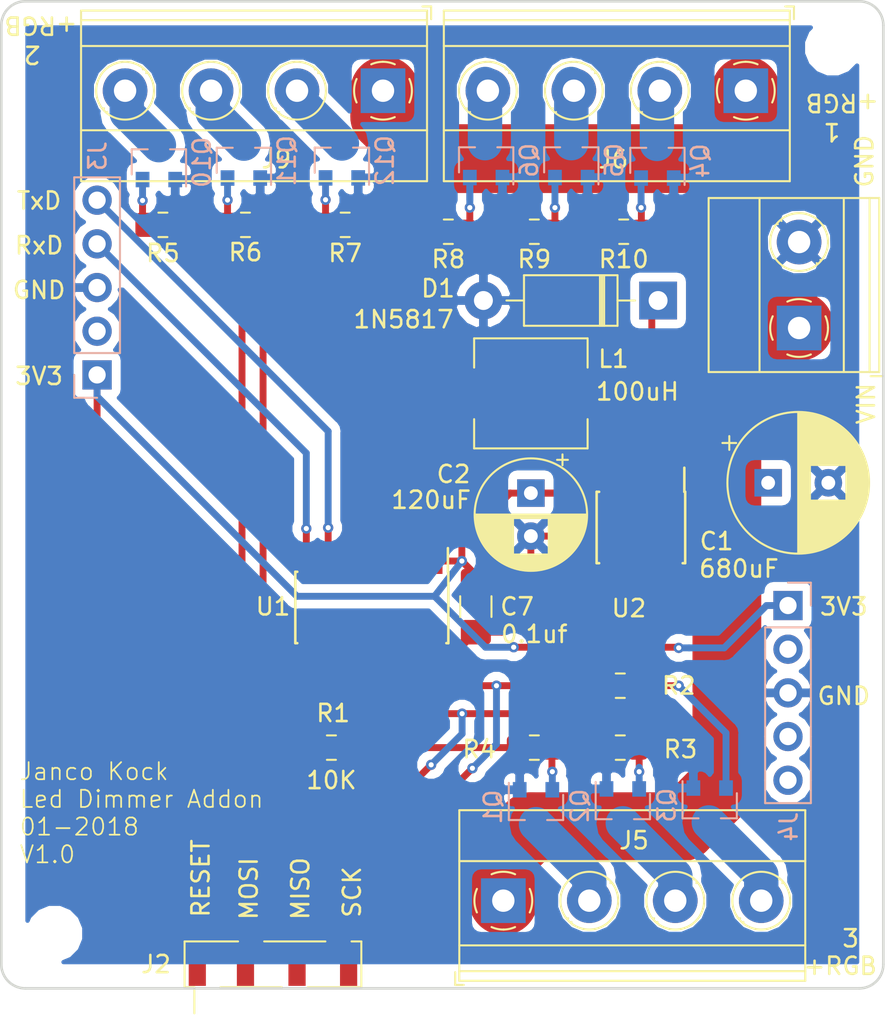
<source format=kicad_pcb>
(kicad_pcb (version 20171130) (host pcbnew 5.0.1)

  (general
    (thickness 1.6)
    (drawings 71)
    (tracks 222)
    (zones 0)
    (modules 35)
    (nets 35)
  )

  (page User 150.012 150.012)
  (title_block
    (title "RS485 Sensor Board")
    (date 2017-02-21)
    (rev V1.2)
    (company "Janco & Jacco")
  )

  (layers
    (0 F.Cu signal)
    (31 B.Cu signal)
    (32 B.Adhes user hide)
    (33 F.Adhes user hide)
    (34 B.Paste user hide)
    (35 F.Paste user hide)
    (36 B.SilkS user)
    (37 F.SilkS user)
    (38 B.Mask user)
    (39 F.Mask user)
    (40 Dwgs.User user hide)
    (41 Cmts.User user hide)
    (42 Eco1.User user hide)
    (43 Eco2.User user)
    (44 Edge.Cuts user)
    (45 Margin user hide)
    (46 B.CrtYd user)
    (47 F.CrtYd user)
    (48 B.Fab user hide)
    (49 F.Fab user hide)
  )

  (setup
    (last_trace_width 0.4)
    (user_trace_width 0.4)
    (user_trace_width 1)
    (user_trace_width 2)
    (user_trace_width 4)
    (trace_clearance 0.1)
    (zone_clearance 0.508)
    (zone_45_only yes)
    (trace_min 0.4)
    (segment_width 0.2)
    (edge_width 0.15)
    (via_size 0.6)
    (via_drill 0.3)
    (via_min_size 0.4)
    (via_min_drill 0.3)
    (uvia_size 0.3)
    (uvia_drill 0.1)
    (uvias_allowed no)
    (uvia_min_size 0.2)
    (uvia_min_drill 0.1)
    (pcb_text_width 0.3)
    (pcb_text_size 1.5 1.5)
    (mod_edge_width 0.15)
    (mod_text_size 1 1)
    (mod_text_width 0.15)
    (pad_size 2.2 2.2)
    (pad_drill 2.2)
    (pad_to_mask_clearance 0.2)
    (solder_mask_min_width 0.25)
    (aux_axis_origin 116.713 49.911)
    (grid_origin 54.483 49.6316)
    (visible_elements FFFFFF7F)
    (pcbplotparams
      (layerselection 0x010f0_ffffffff)
      (usegerberextensions false)
      (usegerberattributes false)
      (usegerberadvancedattributes false)
      (creategerberjobfile false)
      (excludeedgelayer true)
      (linewidth 0.100000)
      (plotframeref false)
      (viasonmask false)
      (mode 1)
      (useauxorigin false)
      (hpglpennumber 1)
      (hpglpenspeed 20)
      (hpglpendiameter 15.000000)
      (psnegative false)
      (psa4output false)
      (plotreference true)
      (plotvalue true)
      (plotinvisibletext false)
      (padsonsilk false)
      (subtractmaskfromsilk false)
      (outputformat 1)
      (mirror false)
      (drillshape 0)
      (scaleselection 1)
      (outputdirectory "output/"))
  )

  (net 0 "")
  (net 1 GND)
  (net 2 +3V3)
  (net 3 "Net-(J5-Pad4)")
  (net 4 "Net-(J5-Pad3)")
  (net 5 "Net-(J5-Pad2)")
  (net 6 "Net-(J6-Pad4)")
  (net 7 "Net-(J6-Pad3)")
  (net 8 "Net-(J6-Pad2)")
  (net 9 +12V)
  (net 10 "Net-(J9-Pad2)")
  (net 11 "Net-(J9-Pad3)")
  (net 12 "Net-(J9-Pad4)")
  (net 13 "Net-(D1-Pad1)")
  (net 14 "Net-(Q1-Pad2)")
  (net 15 "Net-(Q2-Pad2)")
  (net 16 "Net-(Q3-Pad2)")
  (net 17 "Net-(Q4-Pad2)")
  (net 18 "Net-(Q5-Pad2)")
  (net 19 "Net-(Q6-Pad2)")
  (net 20 "Net-(Q10-Pad2)")
  (net 21 "Net-(Q11-Pad2)")
  (net 22 "Net-(Q12-Pad2)")
  (net 23 TxD)
  (net 24 RxD)
  (net 25 "Net-(R5-Pad1)")
  (net 26 "Net-(R6-Pad1)")
  (net 27 "Net-(R7-Pad1)")
  (net 28 "Net-(R8-Pad1)")
  (net 29 "Net-(R9-Pad1)")
  (net 30 "Net-(R10-Pad1)")
  (net 31 "Net-(J2-Pad1)")
  (net 32 "Net-(J2-Pad4)")
  (net 33 "Net-(J2-Pad3)")
  (net 34 "Net-(J2-Pad2)")

  (net_class Default "Dit is de standaard class."
    (clearance 0.1)
    (trace_width 0.4)
    (via_dia 0.6)
    (via_drill 0.3)
    (uvia_dia 0.3)
    (uvia_drill 0.1)
    (diff_pair_gap 0.25)
    (diff_pair_width 0.4)
    (add_net +12V)
    (add_net "Net-(D1-Pad1)")
    (add_net "Net-(J2-Pad1)")
    (add_net "Net-(J2-Pad2)")
    (add_net "Net-(J2-Pad3)")
    (add_net "Net-(J2-Pad4)")
    (add_net "Net-(J5-Pad2)")
    (add_net "Net-(J5-Pad3)")
    (add_net "Net-(J5-Pad4)")
    (add_net "Net-(J6-Pad2)")
    (add_net "Net-(J6-Pad3)")
    (add_net "Net-(J6-Pad4)")
    (add_net "Net-(J9-Pad2)")
    (add_net "Net-(J9-Pad3)")
    (add_net "Net-(J9-Pad4)")
    (add_net "Net-(Q1-Pad2)")
    (add_net "Net-(Q10-Pad2)")
    (add_net "Net-(Q11-Pad2)")
    (add_net "Net-(Q12-Pad2)")
    (add_net "Net-(Q2-Pad2)")
    (add_net "Net-(Q3-Pad2)")
    (add_net "Net-(Q4-Pad2)")
    (add_net "Net-(Q5-Pad2)")
    (add_net "Net-(Q6-Pad2)")
    (add_net "Net-(R10-Pad1)")
    (add_net "Net-(R5-Pad1)")
    (add_net "Net-(R6-Pad1)")
    (add_net "Net-(R7-Pad1)")
    (add_net "Net-(R8-Pad1)")
    (add_net "Net-(R9-Pad1)")
    (add_net RxD)
    (add_net TxD)
  )

  (net_class 230V ""
    (clearance 0.4)
    (trace_width 2)
    (via_dia 0.6)
    (via_drill 0.3)
    (uvia_dia 0.3)
    (uvia_drill 0.1)
    (diff_pair_gap 0.25)
    (diff_pair_width 2)
  )

  (net_class 3.3V ""
    (clearance 0.2)
    (trace_width 0.4)
    (via_dia 0.6)
    (via_drill 0.3)
    (uvia_dia 0.3)
    (uvia_drill 0.1)
    (diff_pair_gap 0.25)
    (diff_pair_width 0.4)
    (add_net +3V3)
    (add_net GND)
  )

  (net_class csp ""
    (clearance 0.2)
    (trace_width 1)
    (via_dia 0.6)
    (via_drill 0.3)
    (uvia_dia 0.3)
    (uvia_drill 0.1)
    (diff_pair_gap 0.25)
    (diff_pair_width 1)
  )

  (module Capacitor_THT:CP_Radial_D8.0mm_P3.50mm (layer F.Cu) (tedit 5C30C8BF) (tstamp 5C315F9B)
    (at 70.283 49.6316)
    (descr "CP, Radial series, Radial, pin pitch=3.50mm, , diameter=8mm, Electrolytic Capacitor")
    (tags "CP Radial series Radial pin pitch 3.50mm  diameter 8mm Electrolytic Capacitor")
    (path /5C3AE7A9)
    (fp_text reference C1 (at -3 3.4 180) (layer F.SilkS)
      (effects (font (size 1 1) (thickness 0.15)))
    )
    (fp_text value 680uF (at -1.7 5) (layer F.SilkS)
      (effects (font (size 1 1) (thickness 0.15)))
    )
    (fp_text user %R (at 1.75 0) (layer F.Fab)
      (effects (font (size 1 1) (thickness 0.15)))
    )
    (fp_line (start -2.259698 -2.715) (end -2.259698 -1.915) (layer F.SilkS) (width 0.12))
    (fp_line (start -2.659698 -2.315) (end -1.859698 -2.315) (layer F.SilkS) (width 0.12))
    (fp_line (start 5.831 -0.533) (end 5.831 0.533) (layer F.SilkS) (width 0.12))
    (fp_line (start 5.791 -0.768) (end 5.791 0.768) (layer F.SilkS) (width 0.12))
    (fp_line (start 5.751 -0.948) (end 5.751 0.948) (layer F.SilkS) (width 0.12))
    (fp_line (start 5.711 -1.098) (end 5.711 1.098) (layer F.SilkS) (width 0.12))
    (fp_line (start 5.671 -1.229) (end 5.671 1.229) (layer F.SilkS) (width 0.12))
    (fp_line (start 5.631 -1.346) (end 5.631 1.346) (layer F.SilkS) (width 0.12))
    (fp_line (start 5.591 -1.453) (end 5.591 1.453) (layer F.SilkS) (width 0.12))
    (fp_line (start 5.551 -1.552) (end 5.551 1.552) (layer F.SilkS) (width 0.12))
    (fp_line (start 5.511 -1.645) (end 5.511 1.645) (layer F.SilkS) (width 0.12))
    (fp_line (start 5.471 -1.731) (end 5.471 1.731) (layer F.SilkS) (width 0.12))
    (fp_line (start 5.431 -1.813) (end 5.431 1.813) (layer F.SilkS) (width 0.12))
    (fp_line (start 5.391 -1.89) (end 5.391 1.89) (layer F.SilkS) (width 0.12))
    (fp_line (start 5.351 -1.964) (end 5.351 1.964) (layer F.SilkS) (width 0.12))
    (fp_line (start 5.311 -2.034) (end 5.311 2.034) (layer F.SilkS) (width 0.12))
    (fp_line (start 5.271 -2.102) (end 5.271 2.102) (layer F.SilkS) (width 0.12))
    (fp_line (start 5.231 -2.166) (end 5.231 2.166) (layer F.SilkS) (width 0.12))
    (fp_line (start 5.191 -2.228) (end 5.191 2.228) (layer F.SilkS) (width 0.12))
    (fp_line (start 5.151 -2.287) (end 5.151 2.287) (layer F.SilkS) (width 0.12))
    (fp_line (start 5.111 -2.345) (end 5.111 2.345) (layer F.SilkS) (width 0.12))
    (fp_line (start 5.071 -2.4) (end 5.071 2.4) (layer F.SilkS) (width 0.12))
    (fp_line (start 5.031 -2.454) (end 5.031 2.454) (layer F.SilkS) (width 0.12))
    (fp_line (start 4.991 -2.505) (end 4.991 2.505) (layer F.SilkS) (width 0.12))
    (fp_line (start 4.951 -2.556) (end 4.951 2.556) (layer F.SilkS) (width 0.12))
    (fp_line (start 4.911 -2.604) (end 4.911 2.604) (layer F.SilkS) (width 0.12))
    (fp_line (start 4.871 -2.651) (end 4.871 2.651) (layer F.SilkS) (width 0.12))
    (fp_line (start 4.831 -2.697) (end 4.831 2.697) (layer F.SilkS) (width 0.12))
    (fp_line (start 4.791 -2.741) (end 4.791 2.741) (layer F.SilkS) (width 0.12))
    (fp_line (start 4.751 -2.784) (end 4.751 2.784) (layer F.SilkS) (width 0.12))
    (fp_line (start 4.711 -2.826) (end 4.711 2.826) (layer F.SilkS) (width 0.12))
    (fp_line (start 4.671 -2.867) (end 4.671 2.867) (layer F.SilkS) (width 0.12))
    (fp_line (start 4.631 -2.907) (end 4.631 2.907) (layer F.SilkS) (width 0.12))
    (fp_line (start 4.591 -2.945) (end 4.591 2.945) (layer F.SilkS) (width 0.12))
    (fp_line (start 4.551 -2.983) (end 4.551 2.983) (layer F.SilkS) (width 0.12))
    (fp_line (start 4.511 1.04) (end 4.511 3.019) (layer F.SilkS) (width 0.12))
    (fp_line (start 4.511 -3.019) (end 4.511 -1.04) (layer F.SilkS) (width 0.12))
    (fp_line (start 4.471 1.04) (end 4.471 3.055) (layer F.SilkS) (width 0.12))
    (fp_line (start 4.471 -3.055) (end 4.471 -1.04) (layer F.SilkS) (width 0.12))
    (fp_line (start 4.431 1.04) (end 4.431 3.09) (layer F.SilkS) (width 0.12))
    (fp_line (start 4.431 -3.09) (end 4.431 -1.04) (layer F.SilkS) (width 0.12))
    (fp_line (start 4.391 1.04) (end 4.391 3.124) (layer F.SilkS) (width 0.12))
    (fp_line (start 4.391 -3.124) (end 4.391 -1.04) (layer F.SilkS) (width 0.12))
    (fp_line (start 4.351 1.04) (end 4.351 3.156) (layer F.SilkS) (width 0.12))
    (fp_line (start 4.351 -3.156) (end 4.351 -1.04) (layer F.SilkS) (width 0.12))
    (fp_line (start 4.311 1.04) (end 4.311 3.189) (layer F.SilkS) (width 0.12))
    (fp_line (start 4.311 -3.189) (end 4.311 -1.04) (layer F.SilkS) (width 0.12))
    (fp_line (start 4.271 1.04) (end 4.271 3.22) (layer F.SilkS) (width 0.12))
    (fp_line (start 4.271 -3.22) (end 4.271 -1.04) (layer F.SilkS) (width 0.12))
    (fp_line (start 4.231 1.04) (end 4.231 3.25) (layer F.SilkS) (width 0.12))
    (fp_line (start 4.231 -3.25) (end 4.231 -1.04) (layer F.SilkS) (width 0.12))
    (fp_line (start 4.191 1.04) (end 4.191 3.28) (layer F.SilkS) (width 0.12))
    (fp_line (start 4.191 -3.28) (end 4.191 -1.04) (layer F.SilkS) (width 0.12))
    (fp_line (start 4.151 1.04) (end 4.151 3.309) (layer F.SilkS) (width 0.12))
    (fp_line (start 4.151 -3.309) (end 4.151 -1.04) (layer F.SilkS) (width 0.12))
    (fp_line (start 4.111 1.04) (end 4.111 3.338) (layer F.SilkS) (width 0.12))
    (fp_line (start 4.111 -3.338) (end 4.111 -1.04) (layer F.SilkS) (width 0.12))
    (fp_line (start 4.071 1.04) (end 4.071 3.365) (layer F.SilkS) (width 0.12))
    (fp_line (start 4.071 -3.365) (end 4.071 -1.04) (layer F.SilkS) (width 0.12))
    (fp_line (start 4.031 1.04) (end 4.031 3.392) (layer F.SilkS) (width 0.12))
    (fp_line (start 4.031 -3.392) (end 4.031 -1.04) (layer F.SilkS) (width 0.12))
    (fp_line (start 3.991 1.04) (end 3.991 3.418) (layer F.SilkS) (width 0.12))
    (fp_line (start 3.991 -3.418) (end 3.991 -1.04) (layer F.SilkS) (width 0.12))
    (fp_line (start 3.951 1.04) (end 3.951 3.444) (layer F.SilkS) (width 0.12))
    (fp_line (start 3.951 -3.444) (end 3.951 -1.04) (layer F.SilkS) (width 0.12))
    (fp_line (start 3.911 1.04) (end 3.911 3.469) (layer F.SilkS) (width 0.12))
    (fp_line (start 3.911 -3.469) (end 3.911 -1.04) (layer F.SilkS) (width 0.12))
    (fp_line (start 3.871 1.04) (end 3.871 3.493) (layer F.SilkS) (width 0.12))
    (fp_line (start 3.871 -3.493) (end 3.871 -1.04) (layer F.SilkS) (width 0.12))
    (fp_line (start 3.831 1.04) (end 3.831 3.517) (layer F.SilkS) (width 0.12))
    (fp_line (start 3.831 -3.517) (end 3.831 -1.04) (layer F.SilkS) (width 0.12))
    (fp_line (start 3.791 1.04) (end 3.791 3.54) (layer F.SilkS) (width 0.12))
    (fp_line (start 3.791 -3.54) (end 3.791 -1.04) (layer F.SilkS) (width 0.12))
    (fp_line (start 3.751 1.04) (end 3.751 3.562) (layer F.SilkS) (width 0.12))
    (fp_line (start 3.751 -3.562) (end 3.751 -1.04) (layer F.SilkS) (width 0.12))
    (fp_line (start 3.711 1.04) (end 3.711 3.584) (layer F.SilkS) (width 0.12))
    (fp_line (start 3.711 -3.584) (end 3.711 -1.04) (layer F.SilkS) (width 0.12))
    (fp_line (start 3.671 1.04) (end 3.671 3.606) (layer F.SilkS) (width 0.12))
    (fp_line (start 3.671 -3.606) (end 3.671 -1.04) (layer F.SilkS) (width 0.12))
    (fp_line (start 3.631 1.04) (end 3.631 3.627) (layer F.SilkS) (width 0.12))
    (fp_line (start 3.631 -3.627) (end 3.631 -1.04) (layer F.SilkS) (width 0.12))
    (fp_line (start 3.591 1.04) (end 3.591 3.647) (layer F.SilkS) (width 0.12))
    (fp_line (start 3.591 -3.647) (end 3.591 -1.04) (layer F.SilkS) (width 0.12))
    (fp_line (start 3.551 1.04) (end 3.551 3.666) (layer F.SilkS) (width 0.12))
    (fp_line (start 3.551 -3.666) (end 3.551 -1.04) (layer F.SilkS) (width 0.12))
    (fp_line (start 3.511 1.04) (end 3.511 3.686) (layer F.SilkS) (width 0.12))
    (fp_line (start 3.511 -3.686) (end 3.511 -1.04) (layer F.SilkS) (width 0.12))
    (fp_line (start 3.471 1.04) (end 3.471 3.704) (layer F.SilkS) (width 0.12))
    (fp_line (start 3.471 -3.704) (end 3.471 -1.04) (layer F.SilkS) (width 0.12))
    (fp_line (start 3.431 1.04) (end 3.431 3.722) (layer F.SilkS) (width 0.12))
    (fp_line (start 3.431 -3.722) (end 3.431 -1.04) (layer F.SilkS) (width 0.12))
    (fp_line (start 3.391 1.04) (end 3.391 3.74) (layer F.SilkS) (width 0.12))
    (fp_line (start 3.391 -3.74) (end 3.391 -1.04) (layer F.SilkS) (width 0.12))
    (fp_line (start 3.351 1.04) (end 3.351 3.757) (layer F.SilkS) (width 0.12))
    (fp_line (start 3.351 -3.757) (end 3.351 -1.04) (layer F.SilkS) (width 0.12))
    (fp_line (start 3.311 1.04) (end 3.311 3.774) (layer F.SilkS) (width 0.12))
    (fp_line (start 3.311 -3.774) (end 3.311 -1.04) (layer F.SilkS) (width 0.12))
    (fp_line (start 3.271 1.04) (end 3.271 3.79) (layer F.SilkS) (width 0.12))
    (fp_line (start 3.271 -3.79) (end 3.271 -1.04) (layer F.SilkS) (width 0.12))
    (fp_line (start 3.231 1.04) (end 3.231 3.805) (layer F.SilkS) (width 0.12))
    (fp_line (start 3.231 -3.805) (end 3.231 -1.04) (layer F.SilkS) (width 0.12))
    (fp_line (start 3.191 1.04) (end 3.191 3.821) (layer F.SilkS) (width 0.12))
    (fp_line (start 3.191 -3.821) (end 3.191 -1.04) (layer F.SilkS) (width 0.12))
    (fp_line (start 3.151 1.04) (end 3.151 3.835) (layer F.SilkS) (width 0.12))
    (fp_line (start 3.151 -3.835) (end 3.151 -1.04) (layer F.SilkS) (width 0.12))
    (fp_line (start 3.111 1.04) (end 3.111 3.85) (layer F.SilkS) (width 0.12))
    (fp_line (start 3.111 -3.85) (end 3.111 -1.04) (layer F.SilkS) (width 0.12))
    (fp_line (start 3.071 1.04) (end 3.071 3.863) (layer F.SilkS) (width 0.12))
    (fp_line (start 3.071 -3.863) (end 3.071 -1.04) (layer F.SilkS) (width 0.12))
    (fp_line (start 3.031 1.04) (end 3.031 3.877) (layer F.SilkS) (width 0.12))
    (fp_line (start 3.031 -3.877) (end 3.031 -1.04) (layer F.SilkS) (width 0.12))
    (fp_line (start 2.991 1.04) (end 2.991 3.889) (layer F.SilkS) (width 0.12))
    (fp_line (start 2.991 -3.889) (end 2.991 -1.04) (layer F.SilkS) (width 0.12))
    (fp_line (start 2.951 1.04) (end 2.951 3.902) (layer F.SilkS) (width 0.12))
    (fp_line (start 2.951 -3.902) (end 2.951 -1.04) (layer F.SilkS) (width 0.12))
    (fp_line (start 2.911 1.04) (end 2.911 3.914) (layer F.SilkS) (width 0.12))
    (fp_line (start 2.911 -3.914) (end 2.911 -1.04) (layer F.SilkS) (width 0.12))
    (fp_line (start 2.871 1.04) (end 2.871 3.925) (layer F.SilkS) (width 0.12))
    (fp_line (start 2.871 -3.925) (end 2.871 -1.04) (layer F.SilkS) (width 0.12))
    (fp_line (start 2.831 1.04) (end 2.831 3.936) (layer F.SilkS) (width 0.12))
    (fp_line (start 2.831 -3.936) (end 2.831 -1.04) (layer F.SilkS) (width 0.12))
    (fp_line (start 2.791 1.04) (end 2.791 3.947) (layer F.SilkS) (width 0.12))
    (fp_line (start 2.791 -3.947) (end 2.791 -1.04) (layer F.SilkS) (width 0.12))
    (fp_line (start 2.751 1.04) (end 2.751 3.957) (layer F.SilkS) (width 0.12))
    (fp_line (start 2.751 -3.957) (end 2.751 -1.04) (layer F.SilkS) (width 0.12))
    (fp_line (start 2.711 1.04) (end 2.711 3.967) (layer F.SilkS) (width 0.12))
    (fp_line (start 2.711 -3.967) (end 2.711 -1.04) (layer F.SilkS) (width 0.12))
    (fp_line (start 2.671 1.04) (end 2.671 3.976) (layer F.SilkS) (width 0.12))
    (fp_line (start 2.671 -3.976) (end 2.671 -1.04) (layer F.SilkS) (width 0.12))
    (fp_line (start 2.631 1.04) (end 2.631 3.985) (layer F.SilkS) (width 0.12))
    (fp_line (start 2.631 -3.985) (end 2.631 -1.04) (layer F.SilkS) (width 0.12))
    (fp_line (start 2.591 1.04) (end 2.591 3.994) (layer F.SilkS) (width 0.12))
    (fp_line (start 2.591 -3.994) (end 2.591 -1.04) (layer F.SilkS) (width 0.12))
    (fp_line (start 2.551 1.04) (end 2.551 4.002) (layer F.SilkS) (width 0.12))
    (fp_line (start 2.551 -4.002) (end 2.551 -1.04) (layer F.SilkS) (width 0.12))
    (fp_line (start 2.511 1.04) (end 2.511 4.01) (layer F.SilkS) (width 0.12))
    (fp_line (start 2.511 -4.01) (end 2.511 -1.04) (layer F.SilkS) (width 0.12))
    (fp_line (start 2.471 1.04) (end 2.471 4.017) (layer F.SilkS) (width 0.12))
    (fp_line (start 2.471 -4.017) (end 2.471 -1.04) (layer F.SilkS) (width 0.12))
    (fp_line (start 2.43 -4.024) (end 2.43 4.024) (layer F.SilkS) (width 0.12))
    (fp_line (start 2.39 -4.03) (end 2.39 4.03) (layer F.SilkS) (width 0.12))
    (fp_line (start 2.35 -4.037) (end 2.35 4.037) (layer F.SilkS) (width 0.12))
    (fp_line (start 2.31 -4.042) (end 2.31 4.042) (layer F.SilkS) (width 0.12))
    (fp_line (start 2.27 -4.048) (end 2.27 4.048) (layer F.SilkS) (width 0.12))
    (fp_line (start 2.23 -4.052) (end 2.23 4.052) (layer F.SilkS) (width 0.12))
    (fp_line (start 2.19 -4.057) (end 2.19 4.057) (layer F.SilkS) (width 0.12))
    (fp_line (start 2.15 -4.061) (end 2.15 4.061) (layer F.SilkS) (width 0.12))
    (fp_line (start 2.11 -4.065) (end 2.11 4.065) (layer F.SilkS) (width 0.12))
    (fp_line (start 2.07 -4.068) (end 2.07 4.068) (layer F.SilkS) (width 0.12))
    (fp_line (start 2.03 -4.071) (end 2.03 4.071) (layer F.SilkS) (width 0.12))
    (fp_line (start 1.99 -4.074) (end 1.99 4.074) (layer F.SilkS) (width 0.12))
    (fp_line (start 1.95 -4.076) (end 1.95 4.076) (layer F.SilkS) (width 0.12))
    (fp_line (start 1.91 -4.077) (end 1.91 4.077) (layer F.SilkS) (width 0.12))
    (fp_line (start 1.87 -4.079) (end 1.87 4.079) (layer F.SilkS) (width 0.12))
    (fp_line (start 1.83 -4.08) (end 1.83 4.08) (layer F.SilkS) (width 0.12))
    (fp_line (start 1.79 -4.08) (end 1.79 4.08) (layer F.SilkS) (width 0.12))
    (fp_line (start 1.75 -4.08) (end 1.75 4.08) (layer F.SilkS) (width 0.12))
    (fp_line (start -1.276759 -2.1475) (end -1.276759 -1.3475) (layer F.Fab) (width 0.1))
    (fp_line (start -1.676759 -1.7475) (end -0.876759 -1.7475) (layer F.Fab) (width 0.1))
    (fp_circle (center 1.75 0) (end 6 0) (layer F.CrtYd) (width 0.05))
    (fp_circle (center 1.75 0) (end 5.87 0) (layer F.SilkS) (width 0.12))
    (fp_circle (center 1.75 0) (end 5.75 0) (layer F.Fab) (width 0.1))
    (pad 2 thru_hole circle (at 3.5 0) (size 1.6 1.6) (drill 0.8) (layers *.Cu *.Mask)
      (net 1 GND))
    (pad 1 thru_hole rect (at 0 0) (size 1.6 1.6) (drill 0.8) (layers *.Cu *.Mask)
      (net 9 +12V))
    (model ${KISYS3DMOD}/Capacitor_THT.3dshapes/CP_Radial_D8.0mm_P3.50mm.wrl
      (at (xyz 0 0 0))
      (scale (xyz 1 1 1))
      (rotate (xyz 0 0 0))
    )
  )

  (module Connector_PinHeader_2.54mm:PinHeader_1x04_P2.54mm_Vertical_SMD_Pin1Left locked (layer F.Cu) (tedit 59FED5CC) (tstamp 5C30BEB0)
    (at 41.483 77.6316 90)
    (descr "surface-mounted straight pin header, 1x04, 2.54mm pitch, single row, style 1 (pin 1 left)")
    (tags "Surface mounted pin header SMD 1x04 2.54mm single row style1 pin1 left")
    (path /5C35FAF2)
    (attr smd)
    (fp_text reference J2 (at 0 -6.8 180) (layer F.SilkS)
      (effects (font (size 1 1) (thickness 0.15)))
    )
    (fp_text value "Programm header" (at 0 6.14 90) (layer F.Fab)
      (effects (font (size 1 1) (thickness 0.15)))
    )
    (fp_line (start 1.27 5.08) (end -1.27 5.08) (layer F.Fab) (width 0.1))
    (fp_line (start -0.32 -5.08) (end 1.27 -5.08) (layer F.Fab) (width 0.1))
    (fp_line (start -1.27 5.08) (end -1.27 -4.13) (layer F.Fab) (width 0.1))
    (fp_line (start -1.27 -4.13) (end -0.32 -5.08) (layer F.Fab) (width 0.1))
    (fp_line (start 1.27 -5.08) (end 1.27 5.08) (layer F.Fab) (width 0.1))
    (fp_line (start -1.27 -4.13) (end -2.54 -4.13) (layer F.Fab) (width 0.1))
    (fp_line (start -2.54 -4.13) (end -2.54 -3.49) (layer F.Fab) (width 0.1))
    (fp_line (start -2.54 -3.49) (end -1.27 -3.49) (layer F.Fab) (width 0.1))
    (fp_line (start -1.27 0.95) (end -2.54 0.95) (layer F.Fab) (width 0.1))
    (fp_line (start -2.54 0.95) (end -2.54 1.59) (layer F.Fab) (width 0.1))
    (fp_line (start -2.54 1.59) (end -1.27 1.59) (layer F.Fab) (width 0.1))
    (fp_line (start 1.27 -1.59) (end 2.54 -1.59) (layer F.Fab) (width 0.1))
    (fp_line (start 2.54 -1.59) (end 2.54 -0.95) (layer F.Fab) (width 0.1))
    (fp_line (start 2.54 -0.95) (end 1.27 -0.95) (layer F.Fab) (width 0.1))
    (fp_line (start 1.27 3.49) (end 2.54 3.49) (layer F.Fab) (width 0.1))
    (fp_line (start 2.54 3.49) (end 2.54 4.13) (layer F.Fab) (width 0.1))
    (fp_line (start 2.54 4.13) (end 1.27 4.13) (layer F.Fab) (width 0.1))
    (fp_line (start -1.33 -5.14) (end 1.33 -5.14) (layer F.SilkS) (width 0.12))
    (fp_line (start -1.33 5.14) (end 1.33 5.14) (layer F.SilkS) (width 0.12))
    (fp_line (start 1.33 -5.14) (end 1.33 -2.03) (layer F.SilkS) (width 0.12))
    (fp_line (start -1.33 -4.57) (end -2.85 -4.57) (layer F.SilkS) (width 0.12))
    (fp_line (start -1.33 -5.14) (end -1.33 -4.57) (layer F.SilkS) (width 0.12))
    (fp_line (start 1.33 4.57) (end 1.33 5.14) (layer F.SilkS) (width 0.12))
    (fp_line (start 1.33 -0.51) (end 1.33 3.05) (layer F.SilkS) (width 0.12))
    (fp_line (start -1.33 -3.05) (end -1.33 0.51) (layer F.SilkS) (width 0.12))
    (fp_line (start -1.33 2.03) (end -1.33 5.14) (layer F.SilkS) (width 0.12))
    (fp_line (start -3.45 -5.6) (end -3.45 5.6) (layer F.CrtYd) (width 0.05))
    (fp_line (start -3.45 5.6) (end 3.45 5.6) (layer F.CrtYd) (width 0.05))
    (fp_line (start 3.45 5.6) (end 3.45 -5.6) (layer F.CrtYd) (width 0.05))
    (fp_line (start 3.45 -5.6) (end -3.45 -5.6) (layer F.CrtYd) (width 0.05))
    (fp_text user %R (at 0 0 180) (layer F.Fab)
      (effects (font (size 1 1) (thickness 0.15)))
    )
    (pad 1 smd rect (at 0 -4.4 90) (size 2.51 1) (layers F.Cu F.Paste F.Mask)
      (net 31 "Net-(J2-Pad1)"))
    (pad 3 smd rect (at 0 1.4 90) (size 2.51 1) (layers F.Cu F.Paste F.Mask)
      (net 33 "Net-(J2-Pad3)"))
    (pad 2 smd rect (at 0 -1.6 90) (size 2.51 1) (layers F.Cu F.Paste F.Mask)
      (net 34 "Net-(J2-Pad2)"))
    (pad 4 smd rect (at 0 4.4 90) (size 2.51 1) (layers F.Cu F.Paste F.Mask)
      (net 32 "Net-(J2-Pad4)"))
  )

  (module Package_SO:SOIC-8_3.9x4.9mm_P1.27mm (layer F.Cu) (tedit 5C30CD4B) (tstamp 5C308D1C)
    (at 62.883 52.2316 270)
    (descr "8-Lead Plastic Small Outline (SN) - Narrow, 3.90 mm Body [SOIC] (see Microchip Packaging Specification 00000049BS.pdf)")
    (tags "SOIC 1.27")
    (path /5C37E5D2)
    (attr smd)
    (fp_text reference U2 (at 4.7 0.7) (layer F.SilkS)
      (effects (font (size 1 1) (thickness 0.15)))
    )
    (fp_text value LM2594M (at 6.4 -1.8) (layer F.SilkS) hide
      (effects (font (size 1 1) (thickness 0.15)))
    )
    (fp_text user %R (at 0 0 270) (layer F.Fab)
      (effects (font (size 1 1) (thickness 0.15)))
    )
    (fp_line (start -0.95 -2.45) (end 1.95 -2.45) (layer F.Fab) (width 0.1))
    (fp_line (start 1.95 -2.45) (end 1.95 2.45) (layer F.Fab) (width 0.1))
    (fp_line (start 1.95 2.45) (end -1.95 2.45) (layer F.Fab) (width 0.1))
    (fp_line (start -1.95 2.45) (end -1.95 -1.45) (layer F.Fab) (width 0.1))
    (fp_line (start -1.95 -1.45) (end -0.95 -2.45) (layer F.Fab) (width 0.1))
    (fp_line (start -3.73 -2.7) (end -3.73 2.7) (layer F.CrtYd) (width 0.05))
    (fp_line (start 3.73 -2.7) (end 3.73 2.7) (layer F.CrtYd) (width 0.05))
    (fp_line (start -3.73 -2.7) (end 3.73 -2.7) (layer F.CrtYd) (width 0.05))
    (fp_line (start -3.73 2.7) (end 3.73 2.7) (layer F.CrtYd) (width 0.05))
    (fp_line (start -2.075 -2.575) (end -2.075 -2.525) (layer F.SilkS) (width 0.15))
    (fp_line (start 2.075 -2.575) (end 2.075 -2.43) (layer F.SilkS) (width 0.15))
    (fp_line (start 2.075 2.575) (end 2.075 2.43) (layer F.SilkS) (width 0.15))
    (fp_line (start -2.075 2.575) (end -2.075 2.43) (layer F.SilkS) (width 0.15))
    (fp_line (start -2.075 -2.575) (end 2.075 -2.575) (layer F.SilkS) (width 0.15))
    (fp_line (start -2.075 2.575) (end 2.075 2.575) (layer F.SilkS) (width 0.15))
    (fp_line (start -2.075 -2.525) (end -3.475 -2.525) (layer F.SilkS) (width 0.15))
    (pad 1 smd rect (at -2.7 -1.905 270) (size 1.55 0.6) (layers F.Cu F.Paste F.Mask)
      (net 9 +12V))
    (pad 2 smd rect (at -2.7 -0.635 270) (size 1.55 0.6) (layers F.Cu F.Paste F.Mask)
      (net 13 "Net-(D1-Pad1)"))
    (pad 3 smd rect (at -2.7 0.635 270) (size 1.55 0.6) (layers F.Cu F.Paste F.Mask)
      (net 1 GND))
    (pad 4 smd rect (at -2.7 1.905 270) (size 1.55 0.6) (layers F.Cu F.Paste F.Mask)
      (net 2 +3V3))
    (pad 5 smd rect (at 2.7 1.905 270) (size 1.55 0.6) (layers F.Cu F.Paste F.Mask)
      (net 1 GND))
    (pad 6 smd rect (at 2.7 0.635 270) (size 1.55 0.6) (layers F.Cu F.Paste F.Mask))
    (pad 7 smd rect (at 2.7 -0.635 270) (size 1.55 0.6) (layers F.Cu F.Paste F.Mask))
    (pad 8 smd rect (at 2.7 -1.905 270) (size 1.55 0.6) (layers F.Cu F.Paste F.Mask))
    (model ${KISYS3DMOD}/Package_SO.3dshapes/SOIC-8_3.9x4.9mm_P1.27mm.wrl
      (at (xyz 0 0 0))
      (scale (xyz 1 1 1))
      (rotate (xyz 0 0 0))
    )
  )

  (module Capacitor_THT:CP_Radial_D6.3mm_P2.50mm (layer F.Cu) (tedit 5C30C7EF) (tstamp 5C30E812)
    (at 56.483 50.2316 270)
    (descr "CP, Radial series, Radial, pin pitch=2.50mm, , diameter=6.3mm, Electrolytic Capacitor")
    (tags "CP Radial series Radial pin pitch 2.50mm  diameter 6.3mm Electrolytic Capacitor")
    (path /5C3CBE90)
    (fp_text reference C2 (at -1.1 4.5) (layer F.SilkS)
      (effects (font (size 1 1) (thickness 0.15)))
    )
    (fp_text value 120uF (at 0.4 5.8) (layer F.SilkS)
      (effects (font (size 1 1) (thickness 0.15)))
    )
    (fp_circle (center 1.25 0) (end 4.4 0) (layer F.Fab) (width 0.1))
    (fp_circle (center 1.25 0) (end 4.52 0) (layer F.SilkS) (width 0.12))
    (fp_circle (center 1.25 0) (end 4.65 0) (layer F.CrtYd) (width 0.05))
    (fp_line (start -1.443972 -1.3735) (end -0.813972 -1.3735) (layer F.Fab) (width 0.1))
    (fp_line (start -1.128972 -1.6885) (end -1.128972 -1.0585) (layer F.Fab) (width 0.1))
    (fp_line (start 1.25 -3.23) (end 1.25 3.23) (layer F.SilkS) (width 0.12))
    (fp_line (start 1.29 -3.23) (end 1.29 3.23) (layer F.SilkS) (width 0.12))
    (fp_line (start 1.33 -3.23) (end 1.33 3.23) (layer F.SilkS) (width 0.12))
    (fp_line (start 1.37 -3.228) (end 1.37 3.228) (layer F.SilkS) (width 0.12))
    (fp_line (start 1.41 -3.227) (end 1.41 3.227) (layer F.SilkS) (width 0.12))
    (fp_line (start 1.45 -3.224) (end 1.45 3.224) (layer F.SilkS) (width 0.12))
    (fp_line (start 1.49 -3.222) (end 1.49 -1.04) (layer F.SilkS) (width 0.12))
    (fp_line (start 1.49 1.04) (end 1.49 3.222) (layer F.SilkS) (width 0.12))
    (fp_line (start 1.53 -3.218) (end 1.53 -1.04) (layer F.SilkS) (width 0.12))
    (fp_line (start 1.53 1.04) (end 1.53 3.218) (layer F.SilkS) (width 0.12))
    (fp_line (start 1.57 -3.215) (end 1.57 -1.04) (layer F.SilkS) (width 0.12))
    (fp_line (start 1.57 1.04) (end 1.57 3.215) (layer F.SilkS) (width 0.12))
    (fp_line (start 1.61 -3.211) (end 1.61 -1.04) (layer F.SilkS) (width 0.12))
    (fp_line (start 1.61 1.04) (end 1.61 3.211) (layer F.SilkS) (width 0.12))
    (fp_line (start 1.65 -3.206) (end 1.65 -1.04) (layer F.SilkS) (width 0.12))
    (fp_line (start 1.65 1.04) (end 1.65 3.206) (layer F.SilkS) (width 0.12))
    (fp_line (start 1.69 -3.201) (end 1.69 -1.04) (layer F.SilkS) (width 0.12))
    (fp_line (start 1.69 1.04) (end 1.69 3.201) (layer F.SilkS) (width 0.12))
    (fp_line (start 1.73 -3.195) (end 1.73 -1.04) (layer F.SilkS) (width 0.12))
    (fp_line (start 1.73 1.04) (end 1.73 3.195) (layer F.SilkS) (width 0.12))
    (fp_line (start 1.77 -3.189) (end 1.77 -1.04) (layer F.SilkS) (width 0.12))
    (fp_line (start 1.77 1.04) (end 1.77 3.189) (layer F.SilkS) (width 0.12))
    (fp_line (start 1.81 -3.182) (end 1.81 -1.04) (layer F.SilkS) (width 0.12))
    (fp_line (start 1.81 1.04) (end 1.81 3.182) (layer F.SilkS) (width 0.12))
    (fp_line (start 1.85 -3.175) (end 1.85 -1.04) (layer F.SilkS) (width 0.12))
    (fp_line (start 1.85 1.04) (end 1.85 3.175) (layer F.SilkS) (width 0.12))
    (fp_line (start 1.89 -3.167) (end 1.89 -1.04) (layer F.SilkS) (width 0.12))
    (fp_line (start 1.89 1.04) (end 1.89 3.167) (layer F.SilkS) (width 0.12))
    (fp_line (start 1.93 -3.159) (end 1.93 -1.04) (layer F.SilkS) (width 0.12))
    (fp_line (start 1.93 1.04) (end 1.93 3.159) (layer F.SilkS) (width 0.12))
    (fp_line (start 1.971 -3.15) (end 1.971 -1.04) (layer F.SilkS) (width 0.12))
    (fp_line (start 1.971 1.04) (end 1.971 3.15) (layer F.SilkS) (width 0.12))
    (fp_line (start 2.011 -3.141) (end 2.011 -1.04) (layer F.SilkS) (width 0.12))
    (fp_line (start 2.011 1.04) (end 2.011 3.141) (layer F.SilkS) (width 0.12))
    (fp_line (start 2.051 -3.131) (end 2.051 -1.04) (layer F.SilkS) (width 0.12))
    (fp_line (start 2.051 1.04) (end 2.051 3.131) (layer F.SilkS) (width 0.12))
    (fp_line (start 2.091 -3.121) (end 2.091 -1.04) (layer F.SilkS) (width 0.12))
    (fp_line (start 2.091 1.04) (end 2.091 3.121) (layer F.SilkS) (width 0.12))
    (fp_line (start 2.131 -3.11) (end 2.131 -1.04) (layer F.SilkS) (width 0.12))
    (fp_line (start 2.131 1.04) (end 2.131 3.11) (layer F.SilkS) (width 0.12))
    (fp_line (start 2.171 -3.098) (end 2.171 -1.04) (layer F.SilkS) (width 0.12))
    (fp_line (start 2.171 1.04) (end 2.171 3.098) (layer F.SilkS) (width 0.12))
    (fp_line (start 2.211 -3.086) (end 2.211 -1.04) (layer F.SilkS) (width 0.12))
    (fp_line (start 2.211 1.04) (end 2.211 3.086) (layer F.SilkS) (width 0.12))
    (fp_line (start 2.251 -3.074) (end 2.251 -1.04) (layer F.SilkS) (width 0.12))
    (fp_line (start 2.251 1.04) (end 2.251 3.074) (layer F.SilkS) (width 0.12))
    (fp_line (start 2.291 -3.061) (end 2.291 -1.04) (layer F.SilkS) (width 0.12))
    (fp_line (start 2.291 1.04) (end 2.291 3.061) (layer F.SilkS) (width 0.12))
    (fp_line (start 2.331 -3.047) (end 2.331 -1.04) (layer F.SilkS) (width 0.12))
    (fp_line (start 2.331 1.04) (end 2.331 3.047) (layer F.SilkS) (width 0.12))
    (fp_line (start 2.371 -3.033) (end 2.371 -1.04) (layer F.SilkS) (width 0.12))
    (fp_line (start 2.371 1.04) (end 2.371 3.033) (layer F.SilkS) (width 0.12))
    (fp_line (start 2.411 -3.018) (end 2.411 -1.04) (layer F.SilkS) (width 0.12))
    (fp_line (start 2.411 1.04) (end 2.411 3.018) (layer F.SilkS) (width 0.12))
    (fp_line (start 2.451 -3.002) (end 2.451 -1.04) (layer F.SilkS) (width 0.12))
    (fp_line (start 2.451 1.04) (end 2.451 3.002) (layer F.SilkS) (width 0.12))
    (fp_line (start 2.491 -2.986) (end 2.491 -1.04) (layer F.SilkS) (width 0.12))
    (fp_line (start 2.491 1.04) (end 2.491 2.986) (layer F.SilkS) (width 0.12))
    (fp_line (start 2.531 -2.97) (end 2.531 -1.04) (layer F.SilkS) (width 0.12))
    (fp_line (start 2.531 1.04) (end 2.531 2.97) (layer F.SilkS) (width 0.12))
    (fp_line (start 2.571 -2.952) (end 2.571 -1.04) (layer F.SilkS) (width 0.12))
    (fp_line (start 2.571 1.04) (end 2.571 2.952) (layer F.SilkS) (width 0.12))
    (fp_line (start 2.611 -2.934) (end 2.611 -1.04) (layer F.SilkS) (width 0.12))
    (fp_line (start 2.611 1.04) (end 2.611 2.934) (layer F.SilkS) (width 0.12))
    (fp_line (start 2.651 -2.916) (end 2.651 -1.04) (layer F.SilkS) (width 0.12))
    (fp_line (start 2.651 1.04) (end 2.651 2.916) (layer F.SilkS) (width 0.12))
    (fp_line (start 2.691 -2.896) (end 2.691 -1.04) (layer F.SilkS) (width 0.12))
    (fp_line (start 2.691 1.04) (end 2.691 2.896) (layer F.SilkS) (width 0.12))
    (fp_line (start 2.731 -2.876) (end 2.731 -1.04) (layer F.SilkS) (width 0.12))
    (fp_line (start 2.731 1.04) (end 2.731 2.876) (layer F.SilkS) (width 0.12))
    (fp_line (start 2.771 -2.856) (end 2.771 -1.04) (layer F.SilkS) (width 0.12))
    (fp_line (start 2.771 1.04) (end 2.771 2.856) (layer F.SilkS) (width 0.12))
    (fp_line (start 2.811 -2.834) (end 2.811 -1.04) (layer F.SilkS) (width 0.12))
    (fp_line (start 2.811 1.04) (end 2.811 2.834) (layer F.SilkS) (width 0.12))
    (fp_line (start 2.851 -2.812) (end 2.851 -1.04) (layer F.SilkS) (width 0.12))
    (fp_line (start 2.851 1.04) (end 2.851 2.812) (layer F.SilkS) (width 0.12))
    (fp_line (start 2.891 -2.79) (end 2.891 -1.04) (layer F.SilkS) (width 0.12))
    (fp_line (start 2.891 1.04) (end 2.891 2.79) (layer F.SilkS) (width 0.12))
    (fp_line (start 2.931 -2.766) (end 2.931 -1.04) (layer F.SilkS) (width 0.12))
    (fp_line (start 2.931 1.04) (end 2.931 2.766) (layer F.SilkS) (width 0.12))
    (fp_line (start 2.971 -2.742) (end 2.971 -1.04) (layer F.SilkS) (width 0.12))
    (fp_line (start 2.971 1.04) (end 2.971 2.742) (layer F.SilkS) (width 0.12))
    (fp_line (start 3.011 -2.716) (end 3.011 -1.04) (layer F.SilkS) (width 0.12))
    (fp_line (start 3.011 1.04) (end 3.011 2.716) (layer F.SilkS) (width 0.12))
    (fp_line (start 3.051 -2.69) (end 3.051 -1.04) (layer F.SilkS) (width 0.12))
    (fp_line (start 3.051 1.04) (end 3.051 2.69) (layer F.SilkS) (width 0.12))
    (fp_line (start 3.091 -2.664) (end 3.091 -1.04) (layer F.SilkS) (width 0.12))
    (fp_line (start 3.091 1.04) (end 3.091 2.664) (layer F.SilkS) (width 0.12))
    (fp_line (start 3.131 -2.636) (end 3.131 -1.04) (layer F.SilkS) (width 0.12))
    (fp_line (start 3.131 1.04) (end 3.131 2.636) (layer F.SilkS) (width 0.12))
    (fp_line (start 3.171 -2.607) (end 3.171 -1.04) (layer F.SilkS) (width 0.12))
    (fp_line (start 3.171 1.04) (end 3.171 2.607) (layer F.SilkS) (width 0.12))
    (fp_line (start 3.211 -2.578) (end 3.211 -1.04) (layer F.SilkS) (width 0.12))
    (fp_line (start 3.211 1.04) (end 3.211 2.578) (layer F.SilkS) (width 0.12))
    (fp_line (start 3.251 -2.548) (end 3.251 -1.04) (layer F.SilkS) (width 0.12))
    (fp_line (start 3.251 1.04) (end 3.251 2.548) (layer F.SilkS) (width 0.12))
    (fp_line (start 3.291 -2.516) (end 3.291 -1.04) (layer F.SilkS) (width 0.12))
    (fp_line (start 3.291 1.04) (end 3.291 2.516) (layer F.SilkS) (width 0.12))
    (fp_line (start 3.331 -2.484) (end 3.331 -1.04) (layer F.SilkS) (width 0.12))
    (fp_line (start 3.331 1.04) (end 3.331 2.484) (layer F.SilkS) (width 0.12))
    (fp_line (start 3.371 -2.45) (end 3.371 -1.04) (layer F.SilkS) (width 0.12))
    (fp_line (start 3.371 1.04) (end 3.371 2.45) (layer F.SilkS) (width 0.12))
    (fp_line (start 3.411 -2.416) (end 3.411 -1.04) (layer F.SilkS) (width 0.12))
    (fp_line (start 3.411 1.04) (end 3.411 2.416) (layer F.SilkS) (width 0.12))
    (fp_line (start 3.451 -2.38) (end 3.451 -1.04) (layer F.SilkS) (width 0.12))
    (fp_line (start 3.451 1.04) (end 3.451 2.38) (layer F.SilkS) (width 0.12))
    (fp_line (start 3.491 -2.343) (end 3.491 -1.04) (layer F.SilkS) (width 0.12))
    (fp_line (start 3.491 1.04) (end 3.491 2.343) (layer F.SilkS) (width 0.12))
    (fp_line (start 3.531 -2.305) (end 3.531 -1.04) (layer F.SilkS) (width 0.12))
    (fp_line (start 3.531 1.04) (end 3.531 2.305) (layer F.SilkS) (width 0.12))
    (fp_line (start 3.571 -2.265) (end 3.571 2.265) (layer F.SilkS) (width 0.12))
    (fp_line (start 3.611 -2.224) (end 3.611 2.224) (layer F.SilkS) (width 0.12))
    (fp_line (start 3.651 -2.182) (end 3.651 2.182) (layer F.SilkS) (width 0.12))
    (fp_line (start 3.691 -2.137) (end 3.691 2.137) (layer F.SilkS) (width 0.12))
    (fp_line (start 3.731 -2.092) (end 3.731 2.092) (layer F.SilkS) (width 0.12))
    (fp_line (start 3.771 -2.044) (end 3.771 2.044) (layer F.SilkS) (width 0.12))
    (fp_line (start 3.811 -1.995) (end 3.811 1.995) (layer F.SilkS) (width 0.12))
    (fp_line (start 3.851 -1.944) (end 3.851 1.944) (layer F.SilkS) (width 0.12))
    (fp_line (start 3.891 -1.89) (end 3.891 1.89) (layer F.SilkS) (width 0.12))
    (fp_line (start 3.931 -1.834) (end 3.931 1.834) (layer F.SilkS) (width 0.12))
    (fp_line (start 3.971 -1.776) (end 3.971 1.776) (layer F.SilkS) (width 0.12))
    (fp_line (start 4.011 -1.714) (end 4.011 1.714) (layer F.SilkS) (width 0.12))
    (fp_line (start 4.051 -1.65) (end 4.051 1.65) (layer F.SilkS) (width 0.12))
    (fp_line (start 4.091 -1.581) (end 4.091 1.581) (layer F.SilkS) (width 0.12))
    (fp_line (start 4.131 -1.509) (end 4.131 1.509) (layer F.SilkS) (width 0.12))
    (fp_line (start 4.171 -1.432) (end 4.171 1.432) (layer F.SilkS) (width 0.12))
    (fp_line (start 4.211 -1.35) (end 4.211 1.35) (layer F.SilkS) (width 0.12))
    (fp_line (start 4.251 -1.262) (end 4.251 1.262) (layer F.SilkS) (width 0.12))
    (fp_line (start 4.291 -1.165) (end 4.291 1.165) (layer F.SilkS) (width 0.12))
    (fp_line (start 4.331 -1.059) (end 4.331 1.059) (layer F.SilkS) (width 0.12))
    (fp_line (start 4.371 -0.94) (end 4.371 0.94) (layer F.SilkS) (width 0.12))
    (fp_line (start 4.411 -0.802) (end 4.411 0.802) (layer F.SilkS) (width 0.12))
    (fp_line (start 4.451 -0.633) (end 4.451 0.633) (layer F.SilkS) (width 0.12))
    (fp_line (start 4.491 -0.402) (end 4.491 0.402) (layer F.SilkS) (width 0.12))
    (fp_line (start -2.250241 -1.839) (end -1.620241 -1.839) (layer F.SilkS) (width 0.12))
    (fp_line (start -1.935241 -2.154) (end -1.935241 -1.524) (layer F.SilkS) (width 0.12))
    (fp_text user %R (at 1.25 0 270) (layer F.Fab)
      (effects (font (size 1 1) (thickness 0.15)))
    )
    (pad 1 thru_hole rect (at 0 0 270) (size 1.6 1.6) (drill 0.8) (layers *.Cu *.Mask)
      (net 2 +3V3))
    (pad 2 thru_hole circle (at 2.5 0 270) (size 1.6 1.6) (drill 0.8) (layers *.Cu *.Mask)
      (net 1 GND))
    (model ${KISYS3DMOD}/Capacitor_THT.3dshapes/CP_Radial_D6.3mm_P2.50mm.wrl
      (at (xyz 0 0 0))
      (scale (xyz 1 1 1))
      (rotate (xyz 0 0 0))
    )
  )

  (module MountingHole:MountingHole_2.2mm_M2_DIN965 (layer F.Cu) (tedit 5C30CB0C) (tstamp 5C31AEF6)
    (at 28.383 75.6316)
    (descr "Mounting Hole 2.2mm, no annular, M2, DIN965")
    (tags "mounting hole 2.2mm no annular m2 din965")
    (attr virtual)
    (fp_text reference wREF** (at 0 -2.9) (layer F.SilkS) hide
      (effects (font (size 1 1) (thickness 0.15)))
    )
    (fp_text value MountingHole_2.2mm_M2_DIN965 (at 0 2.9) (layer F.Fab)
      (effects (font (size 1 1) (thickness 0.15)))
    )
    (fp_text user %R (at 0.3 0) (layer F.Fab)
      (effects (font (size 1 1) (thickness 0.15)))
    )
    (fp_circle (center 0 0) (end 1.9 0) (layer Cmts.User) (width 0.15))
    (fp_circle (center 0 0) (end 2.15 0) (layer F.CrtYd) (width 0.05))
    (pad "" np_thru_hole circle (at 0.3952 0.2128) (size 2.2 2.2) (drill 2.2) (layers *.Cu *.Mask))
  )

  (module Connector_PinHeader_2.54mm:PinHeader_1x05_P2.54mm_Vertical locked (layer B.Cu) (tedit 5BF94ECE) (tstamp 5C295239)
    (at 31.2547 43.3578)
    (descr "Through hole straight pin header, 1x05, 2.54mm pitch, single row")
    (tags "Through hole pin header THT 1x05 2.54mm single row")
    (path /5C1EDF1F)
    (fp_text reference J3 (at 0.0283 -12.7262 270) (layer B.SilkS)
      (effects (font (size 1 1) (thickness 0.15)) (justify mirror))
    )
    (fp_text value "Conn_01x05_Male RIGHT" (at -4.4196 -5.08 90) (layer B.Fab) hide
      (effects (font (size 1 1) (thickness 0.15)) (justify mirror))
    )
    (fp_text user %R (at 0 -5.08 -90) (layer B.Fab)
      (effects (font (size 1 1) (thickness 0.15)) (justify mirror))
    )
    (fp_line (start 1.8 1.8) (end -1.8 1.8) (layer B.CrtYd) (width 0.05))
    (fp_line (start 1.8 -11.95) (end 1.8 1.8) (layer B.CrtYd) (width 0.05))
    (fp_line (start -1.8 -11.95) (end 1.8 -11.95) (layer B.CrtYd) (width 0.05))
    (fp_line (start -1.8 1.8) (end -1.8 -11.95) (layer B.CrtYd) (width 0.05))
    (fp_line (start -1.33 1.33) (end 0 1.33) (layer B.SilkS) (width 0.12))
    (fp_line (start -1.33 0) (end -1.33 1.33) (layer B.SilkS) (width 0.12))
    (fp_line (start -1.33 -1.27) (end 1.33 -1.27) (layer B.SilkS) (width 0.12))
    (fp_line (start 1.33 -1.27) (end 1.33 -11.49) (layer B.SilkS) (width 0.12))
    (fp_line (start -1.33 -1.27) (end -1.33 -11.49) (layer B.SilkS) (width 0.12))
    (fp_line (start -1.33 -11.49) (end 1.33 -11.49) (layer B.SilkS) (width 0.12))
    (fp_line (start -1.27 0.635) (end -0.635 1.27) (layer B.Fab) (width 0.1))
    (fp_line (start -1.27 -11.43) (end -1.27 0.635) (layer B.Fab) (width 0.1))
    (fp_line (start 1.27 -11.43) (end -1.27 -11.43) (layer B.Fab) (width 0.1))
    (fp_line (start 1.27 1.27) (end 1.27 -11.43) (layer B.Fab) (width 0.1))
    (fp_line (start -0.635 1.27) (end 1.27 1.27) (layer B.Fab) (width 0.1))
    (pad 5 thru_hole oval (at 0 -10.16) (size 1.7 1.7) (drill 1) (layers *.Cu *.Mask)
      (net 23 TxD))
    (pad 4 thru_hole oval (at 0 -7.62) (size 1.7 1.7) (drill 1) (layers *.Cu *.Mask)
      (net 24 RxD))
    (pad 3 thru_hole oval (at 0 -5.08) (size 1.7 1.7) (drill 1) (layers *.Cu *.Mask)
      (net 1 GND))
    (pad 2 thru_hole oval (at 0 -2.54) (size 1.7 1.7) (drill 1) (layers *.Cu *.Mask))
    (pad 1 thru_hole rect (at 0 0) (size 1.7 1.7) (drill 1) (layers *.Cu *.Mask)
      (net 2 +3V3))
    (model ${KISYS3DMOD}/Connector_PinHeader_2.54mm.3dshapes/PinHeader_1x05_P2.54mm_Vertical.wrl
      (at (xyz 0 0 0))
      (scale (xyz 1 1 1))
      (rotate (xyz 0 0 0))
    )
  )

  (module Connector_PinHeader_2.54mm:PinHeader_1x05_P2.54mm_Vertical locked (layer B.Cu) (tedit 59FED5CC) (tstamp 5C295605)
    (at 71.4375 56.769 180)
    (descr "Through hole straight pin header, 1x05, 2.54mm pitch, single row")
    (tags "Through hole pin header THT 1x05 2.54mm single row")
    (path /5BFADEEA)
    (fp_text reference J4 (at -0.0455 -12.8626 270) (layer B.SilkS)
      (effects (font (size 1 1) (thickness 0.15)) (justify mirror))
    )
    (fp_text value Conn_01x05_Male (at 0 -12.49 180) (layer B.Fab)
      (effects (font (size 1 1) (thickness 0.15)) (justify mirror))
    )
    (fp_line (start -0.635 1.27) (end 1.27 1.27) (layer B.Fab) (width 0.1))
    (fp_line (start 1.27 1.27) (end 1.27 -11.43) (layer B.Fab) (width 0.1))
    (fp_line (start 1.27 -11.43) (end -1.27 -11.43) (layer B.Fab) (width 0.1))
    (fp_line (start -1.27 -11.43) (end -1.27 0.635) (layer B.Fab) (width 0.1))
    (fp_line (start -1.27 0.635) (end -0.635 1.27) (layer B.Fab) (width 0.1))
    (fp_line (start -1.33 -11.49) (end 1.33 -11.49) (layer B.SilkS) (width 0.12))
    (fp_line (start -1.33 -1.27) (end -1.33 -11.49) (layer B.SilkS) (width 0.12))
    (fp_line (start 1.33 -1.27) (end 1.33 -11.49) (layer B.SilkS) (width 0.12))
    (fp_line (start -1.33 -1.27) (end 1.33 -1.27) (layer B.SilkS) (width 0.12))
    (fp_line (start -1.33 0) (end -1.33 1.33) (layer B.SilkS) (width 0.12))
    (fp_line (start -1.33 1.33) (end 0 1.33) (layer B.SilkS) (width 0.12))
    (fp_line (start -1.8 1.8) (end -1.8 -11.95) (layer B.CrtYd) (width 0.05))
    (fp_line (start -1.8 -11.95) (end 1.8 -11.95) (layer B.CrtYd) (width 0.05))
    (fp_line (start 1.8 -11.95) (end 1.8 1.8) (layer B.CrtYd) (width 0.05))
    (fp_line (start 1.8 1.8) (end -1.8 1.8) (layer B.CrtYd) (width 0.05))
    (fp_text user %R (at 0 -5.08 90) (layer B.Fab)
      (effects (font (size 1 1) (thickness 0.15)) (justify mirror))
    )
    (pad 1 thru_hole rect (at 0 0 180) (size 1.7 1.7) (drill 1) (layers *.Cu *.Mask)
      (net 2 +3V3))
    (pad 2 thru_hole oval (at 0 -2.54 180) (size 1.7 1.7) (drill 1) (layers *.Cu *.Mask))
    (pad 3 thru_hole oval (at 0 -5.08 180) (size 1.7 1.7) (drill 1) (layers *.Cu *.Mask)
      (net 1 GND))
    (pad 4 thru_hole oval (at 0 -7.62 180) (size 1.7 1.7) (drill 1) (layers *.Cu *.Mask))
    (pad 5 thru_hole oval (at 0 -10.16 180) (size 1.7 1.7) (drill 1) (layers *.Cu *.Mask))
    (model ${KISYS3DMOD}/Connector_PinHeader_2.54mm.3dshapes/PinHeader_1x05_P2.54mm_Vertical.wrl
      (at (xyz 0 0 0))
      (scale (xyz 1 1 1))
      (rotate (xyz 0 0 0))
    )
  )

  (module Capacitor_SMD:C_1206_3216Metric_Pad1.42x1.75mm_HandSolder (layer F.Cu) (tedit 5C30C7D9) (tstamp 5C2D09D6)
    (at 53.283 56.8316 90)
    (descr "Capacitor SMD 1206 (3216 Metric), square (rectangular) end terminal, IPC_7351 nominal with elongated pad for handsoldering. (Body size source: http://www.tortai-tech.com/upload/download/2011102023233369053.pdf), generated with kicad-footprint-generator")
    (tags "capacitor handsolder")
    (path /5C0C060E)
    (attr smd)
    (fp_text reference C7 (at 0 2.4 180) (layer F.SilkS)
      (effects (font (size 1 1) (thickness 0.15)))
    )
    (fp_text value 0.1uf (at -1.6 3.4 180) (layer F.SilkS)
      (effects (font (size 1 1) (thickness 0.15)))
    )
    (fp_line (start -1.6 0.8) (end -1.6 -0.8) (layer F.Fab) (width 0.1))
    (fp_line (start -1.6 -0.8) (end 1.6 -0.8) (layer F.Fab) (width 0.1))
    (fp_line (start 1.6 -0.8) (end 1.6 0.8) (layer F.Fab) (width 0.1))
    (fp_line (start 1.6 0.8) (end -1.6 0.8) (layer F.Fab) (width 0.1))
    (fp_line (start -0.602064 -0.91) (end 0.602064 -0.91) (layer F.SilkS) (width 0.12))
    (fp_line (start -0.602064 0.91) (end 0.602064 0.91) (layer F.SilkS) (width 0.12))
    (fp_line (start -2.45 1.12) (end -2.45 -1.12) (layer F.CrtYd) (width 0.05))
    (fp_line (start -2.45 -1.12) (end 2.45 -1.12) (layer F.CrtYd) (width 0.05))
    (fp_line (start 2.45 -1.12) (end 2.45 1.12) (layer F.CrtYd) (width 0.05))
    (fp_line (start 2.45 1.12) (end -2.45 1.12) (layer F.CrtYd) (width 0.05))
    (fp_text user %R (at 0 0 90) (layer F.Fab)
      (effects (font (size 0.8 0.8) (thickness 0.12)))
    )
    (pad 1 smd roundrect (at -1.4875 0 90) (size 1.425 1.75) (layers F.Cu F.Paste F.Mask) (roundrect_rratio 0.175439)
      (net 1 GND))
    (pad 2 smd roundrect (at 1.4875 0 90) (size 1.425 1.75) (layers F.Cu F.Paste F.Mask) (roundrect_rratio 0.175439)
      (net 2 +3V3))
    (model ${KISYS3DMOD}/Capacitor_SMD.3dshapes/C_1206_3216Metric.wrl
      (at (xyz 0 0 0))
      (scale (xyz 1 1 1))
      (rotate (xyz 0 0 0))
    )
  )

  (module Package_TO_SOT_SMD:SOT-23 (layer B.Cu) (tedit 5A02FF57) (tstamp 5C2E73C0)
    (at 56.7813 68.48334 270)
    (descr "SOT-23, Standard")
    (tags SOT-23)
    (path /5C2E2F31)
    (attr smd)
    (fp_text reference Q1 (at 0 2.5 270) (layer B.SilkS)
      (effects (font (size 1 1) (thickness 0.15)) (justify mirror))
    )
    (fp_text value "PMV16XNR " (at 0 -2.5 270) (layer B.Fab)
      (effects (font (size 1 1) (thickness 0.15)) (justify mirror))
    )
    (fp_line (start 0.76 -1.58) (end -0.7 -1.58) (layer B.SilkS) (width 0.12))
    (fp_line (start 0.76 1.58) (end -1.4 1.58) (layer B.SilkS) (width 0.12))
    (fp_line (start -1.7 -1.75) (end -1.7 1.75) (layer B.CrtYd) (width 0.05))
    (fp_line (start 1.7 -1.75) (end -1.7 -1.75) (layer B.CrtYd) (width 0.05))
    (fp_line (start 1.7 1.75) (end 1.7 -1.75) (layer B.CrtYd) (width 0.05))
    (fp_line (start -1.7 1.75) (end 1.7 1.75) (layer B.CrtYd) (width 0.05))
    (fp_line (start 0.76 1.58) (end 0.76 0.65) (layer B.SilkS) (width 0.12))
    (fp_line (start 0.76 -1.58) (end 0.76 -0.65) (layer B.SilkS) (width 0.12))
    (fp_line (start -0.7 -1.52) (end 0.7 -1.52) (layer B.Fab) (width 0.1))
    (fp_line (start 0.7 1.52) (end 0.7 -1.52) (layer B.Fab) (width 0.1))
    (fp_line (start -0.7 0.95) (end -0.15 1.52) (layer B.Fab) (width 0.1))
    (fp_line (start -0.15 1.52) (end 0.7 1.52) (layer B.Fab) (width 0.1))
    (fp_line (start -0.7 0.95) (end -0.7 -1.5) (layer B.Fab) (width 0.1))
    (fp_text user %R (at 0 0 180) (layer B.Fab)
      (effects (font (size 0.5 0.5) (thickness 0.075)) (justify mirror))
    )
    (pad 3 smd rect (at 1 0 270) (size 0.9 0.8) (layers B.Cu B.Paste B.Mask)
      (net 5 "Net-(J5-Pad2)"))
    (pad 2 smd rect (at -1 -0.95 270) (size 0.9 0.8) (layers B.Cu B.Paste B.Mask)
      (net 14 "Net-(Q1-Pad2)"))
    (pad 1 smd rect (at -1 0.95 270) (size 0.9 0.8) (layers B.Cu B.Paste B.Mask)
      (net 1 GND))
    (model ${KISYS3DMOD}/Package_TO_SOT_SMD.3dshapes/SOT-23.wrl
      (at (xyz 0 0 0))
      (scale (xyz 1 1 1))
      (rotate (xyz 0 0 0))
    )
  )

  (module Package_TO_SOT_SMD:SOT-23 (layer B.Cu) (tedit 5A02FF57) (tstamp 5C2E7312)
    (at 61.8313 68.43334 270)
    (descr "SOT-23, Standard")
    (tags SOT-23)
    (path /5C2E2F28)
    (attr smd)
    (fp_text reference Q2 (at 0 2.5 270) (layer B.SilkS)
      (effects (font (size 1 1) (thickness 0.15)) (justify mirror))
    )
    (fp_text value "PMV16XNR " (at 0 -2.5 270) (layer B.Fab)
      (effects (font (size 1 1) (thickness 0.15)) (justify mirror))
    )
    (fp_text user %R (at 0 0 180) (layer B.Fab)
      (effects (font (size 0.5 0.5) (thickness 0.075)) (justify mirror))
    )
    (fp_line (start -0.7 0.95) (end -0.7 -1.5) (layer B.Fab) (width 0.1))
    (fp_line (start -0.15 1.52) (end 0.7 1.52) (layer B.Fab) (width 0.1))
    (fp_line (start -0.7 0.95) (end -0.15 1.52) (layer B.Fab) (width 0.1))
    (fp_line (start 0.7 1.52) (end 0.7 -1.52) (layer B.Fab) (width 0.1))
    (fp_line (start -0.7 -1.52) (end 0.7 -1.52) (layer B.Fab) (width 0.1))
    (fp_line (start 0.76 -1.58) (end 0.76 -0.65) (layer B.SilkS) (width 0.12))
    (fp_line (start 0.76 1.58) (end 0.76 0.65) (layer B.SilkS) (width 0.12))
    (fp_line (start -1.7 1.75) (end 1.7 1.75) (layer B.CrtYd) (width 0.05))
    (fp_line (start 1.7 1.75) (end 1.7 -1.75) (layer B.CrtYd) (width 0.05))
    (fp_line (start 1.7 -1.75) (end -1.7 -1.75) (layer B.CrtYd) (width 0.05))
    (fp_line (start -1.7 -1.75) (end -1.7 1.75) (layer B.CrtYd) (width 0.05))
    (fp_line (start 0.76 1.58) (end -1.4 1.58) (layer B.SilkS) (width 0.12))
    (fp_line (start 0.76 -1.58) (end -0.7 -1.58) (layer B.SilkS) (width 0.12))
    (pad 1 smd rect (at -1 0.95 270) (size 0.9 0.8) (layers B.Cu B.Paste B.Mask)
      (net 1 GND))
    (pad 2 smd rect (at -1 -0.95 270) (size 0.9 0.8) (layers B.Cu B.Paste B.Mask)
      (net 15 "Net-(Q2-Pad2)"))
    (pad 3 smd rect (at 1 0 270) (size 0.9 0.8) (layers B.Cu B.Paste B.Mask)
      (net 4 "Net-(J5-Pad3)"))
    (model ${KISYS3DMOD}/Package_TO_SOT_SMD.3dshapes/SOT-23.wrl
      (at (xyz 0 0 0))
      (scale (xyz 1 1 1))
      (rotate (xyz 0 0 0))
    )
  )

  (module Package_TO_SOT_SMD:SOT-23 (layer B.Cu) (tedit 5A02FF57) (tstamp 5C2E734E)
    (at 66.883 68.38334 270)
    (descr "SOT-23, Standard")
    (tags SOT-23)
    (path /5C2E2F21)
    (attr smd)
    (fp_text reference Q3 (at 0 2.5 270) (layer B.SilkS)
      (effects (font (size 1 1) (thickness 0.15)) (justify mirror))
    )
    (fp_text value "PMV16XNR " (at 0 -2.5 270) (layer B.Fab)
      (effects (font (size 1 1) (thickness 0.15)) (justify mirror))
    )
    (fp_line (start 0.76 -1.58) (end -0.7 -1.58) (layer B.SilkS) (width 0.12))
    (fp_line (start 0.76 1.58) (end -1.4 1.58) (layer B.SilkS) (width 0.12))
    (fp_line (start -1.7 -1.75) (end -1.7 1.75) (layer B.CrtYd) (width 0.05))
    (fp_line (start 1.7 -1.75) (end -1.7 -1.75) (layer B.CrtYd) (width 0.05))
    (fp_line (start 1.7 1.75) (end 1.7 -1.75) (layer B.CrtYd) (width 0.05))
    (fp_line (start -1.7 1.75) (end 1.7 1.75) (layer B.CrtYd) (width 0.05))
    (fp_line (start 0.76 1.58) (end 0.76 0.65) (layer B.SilkS) (width 0.12))
    (fp_line (start 0.76 -1.58) (end 0.76 -0.65) (layer B.SilkS) (width 0.12))
    (fp_line (start -0.7 -1.52) (end 0.7 -1.52) (layer B.Fab) (width 0.1))
    (fp_line (start 0.7 1.52) (end 0.7 -1.52) (layer B.Fab) (width 0.1))
    (fp_line (start -0.7 0.95) (end -0.15 1.52) (layer B.Fab) (width 0.1))
    (fp_line (start -0.15 1.52) (end 0.7 1.52) (layer B.Fab) (width 0.1))
    (fp_line (start -0.7 0.95) (end -0.7 -1.5) (layer B.Fab) (width 0.1))
    (fp_text user %R (at 0 0 180) (layer B.Fab)
      (effects (font (size 0.5 0.5) (thickness 0.075)) (justify mirror))
    )
    (pad 3 smd rect (at 1 0 270) (size 0.9 0.8) (layers B.Cu B.Paste B.Mask)
      (net 3 "Net-(J5-Pad4)"))
    (pad 2 smd rect (at -1 -0.95 270) (size 0.9 0.8) (layers B.Cu B.Paste B.Mask)
      (net 16 "Net-(Q3-Pad2)"))
    (pad 1 smd rect (at -1 0.95 270) (size 0.9 0.8) (layers B.Cu B.Paste B.Mask)
      (net 1 GND))
    (model ${KISYS3DMOD}/Package_TO_SOT_SMD.3dshapes/SOT-23.wrl
      (at (xyz 0 0 0))
      (scale (xyz 1 1 1))
      (rotate (xyz 0 0 0))
    )
  )

  (module Package_TO_SOT_SMD:SOT-23 (layer B.Cu) (tedit 5A02FF57) (tstamp 5C2D4A87)
    (at 63.8429 30.9118 90)
    (descr "SOT-23, Standard")
    (tags SOT-23)
    (path /5C2D7FD7)
    (attr smd)
    (fp_text reference Q4 (at 0 2.5 90) (layer B.SilkS)
      (effects (font (size 1 1) (thickness 0.15)) (justify mirror))
    )
    (fp_text value "PMV16XNR " (at 0 -2.5 90) (layer B.Fab)
      (effects (font (size 1 1) (thickness 0.15)) (justify mirror))
    )
    (fp_line (start 0.76 -1.58) (end -0.7 -1.58) (layer B.SilkS) (width 0.12))
    (fp_line (start 0.76 1.58) (end -1.4 1.58) (layer B.SilkS) (width 0.12))
    (fp_line (start -1.7 -1.75) (end -1.7 1.75) (layer B.CrtYd) (width 0.05))
    (fp_line (start 1.7 -1.75) (end -1.7 -1.75) (layer B.CrtYd) (width 0.05))
    (fp_line (start 1.7 1.75) (end 1.7 -1.75) (layer B.CrtYd) (width 0.05))
    (fp_line (start -1.7 1.75) (end 1.7 1.75) (layer B.CrtYd) (width 0.05))
    (fp_line (start 0.76 1.58) (end 0.76 0.65) (layer B.SilkS) (width 0.12))
    (fp_line (start 0.76 -1.58) (end 0.76 -0.65) (layer B.SilkS) (width 0.12))
    (fp_line (start -0.7 -1.52) (end 0.7 -1.52) (layer B.Fab) (width 0.1))
    (fp_line (start 0.7 1.52) (end 0.7 -1.52) (layer B.Fab) (width 0.1))
    (fp_line (start -0.7 0.95) (end -0.15 1.52) (layer B.Fab) (width 0.1))
    (fp_line (start -0.15 1.52) (end 0.7 1.52) (layer B.Fab) (width 0.1))
    (fp_line (start -0.7 0.95) (end -0.7 -1.5) (layer B.Fab) (width 0.1))
    (fp_text user %R (at 0 0) (layer B.Fab)
      (effects (font (size 0.5 0.5) (thickness 0.075)) (justify mirror))
    )
    (pad 3 smd rect (at 1 0 90) (size 0.9 0.8) (layers B.Cu B.Paste B.Mask)
      (net 8 "Net-(J6-Pad2)"))
    (pad 2 smd rect (at -1 -0.95 90) (size 0.9 0.8) (layers B.Cu B.Paste B.Mask)
      (net 17 "Net-(Q4-Pad2)"))
    (pad 1 smd rect (at -1 0.95 90) (size 0.9 0.8) (layers B.Cu B.Paste B.Mask)
      (net 1 GND))
    (model ${KISYS3DMOD}/Package_TO_SOT_SMD.3dshapes/SOT-23.wrl
      (at (xyz 0 0 0))
      (scale (xyz 1 1 1))
      (rotate (xyz 0 0 0))
    )
  )

  (module Package_TO_SOT_SMD:SOT-23 (layer B.Cu) (tedit 5A02FF57) (tstamp 5C2D4A4B)
    (at 58.83418 30.8816 90)
    (descr "SOT-23, Standard")
    (tags SOT-23)
    (path /5C2D765A)
    (attr smd)
    (fp_text reference Q5 (at 0 2.5 90) (layer B.SilkS)
      (effects (font (size 1 1) (thickness 0.15)) (justify mirror))
    )
    (fp_text value "PMV16XNR " (at 0 -2.5 90) (layer B.Fab)
      (effects (font (size 1 1) (thickness 0.15)) (justify mirror))
    )
    (fp_text user %R (at 0 0) (layer B.Fab)
      (effects (font (size 0.5 0.5) (thickness 0.075)) (justify mirror))
    )
    (fp_line (start -0.7 0.95) (end -0.7 -1.5) (layer B.Fab) (width 0.1))
    (fp_line (start -0.15 1.52) (end 0.7 1.52) (layer B.Fab) (width 0.1))
    (fp_line (start -0.7 0.95) (end -0.15 1.52) (layer B.Fab) (width 0.1))
    (fp_line (start 0.7 1.52) (end 0.7 -1.52) (layer B.Fab) (width 0.1))
    (fp_line (start -0.7 -1.52) (end 0.7 -1.52) (layer B.Fab) (width 0.1))
    (fp_line (start 0.76 -1.58) (end 0.76 -0.65) (layer B.SilkS) (width 0.12))
    (fp_line (start 0.76 1.58) (end 0.76 0.65) (layer B.SilkS) (width 0.12))
    (fp_line (start -1.7 1.75) (end 1.7 1.75) (layer B.CrtYd) (width 0.05))
    (fp_line (start 1.7 1.75) (end 1.7 -1.75) (layer B.CrtYd) (width 0.05))
    (fp_line (start 1.7 -1.75) (end -1.7 -1.75) (layer B.CrtYd) (width 0.05))
    (fp_line (start -1.7 -1.75) (end -1.7 1.75) (layer B.CrtYd) (width 0.05))
    (fp_line (start 0.76 1.58) (end -1.4 1.58) (layer B.SilkS) (width 0.12))
    (fp_line (start 0.76 -1.58) (end -0.7 -1.58) (layer B.SilkS) (width 0.12))
    (pad 1 smd rect (at -1 0.95 90) (size 0.9 0.8) (layers B.Cu B.Paste B.Mask)
      (net 1 GND))
    (pad 2 smd rect (at -1 -0.95 90) (size 0.9 0.8) (layers B.Cu B.Paste B.Mask)
      (net 18 "Net-(Q5-Pad2)"))
    (pad 3 smd rect (at 1 0 90) (size 0.9 0.8) (layers B.Cu B.Paste B.Mask)
      (net 7 "Net-(J6-Pad3)"))
    (model ${KISYS3DMOD}/Package_TO_SOT_SMD.3dshapes/SOT-23.wrl
      (at (xyz 0 0 0))
      (scale (xyz 1 1 1))
      (rotate (xyz 0 0 0))
    )
  )

  (module Package_TO_SOT_SMD:SOT-23 (layer B.Cu) (tedit 5A02FF57) (tstamp 5C2D4A0F)
    (at 53.883 30.88132 90)
    (descr "SOT-23, Standard")
    (tags SOT-23)
    (path /5C2D7339)
    (attr smd)
    (fp_text reference Q6 (at 0 2.5 90) (layer B.SilkS)
      (effects (font (size 1 1) (thickness 0.15)) (justify mirror))
    )
    (fp_text value "PMV16XNR " (at 0 -2.5 90) (layer B.Fab)
      (effects (font (size 1 1) (thickness 0.15)) (justify mirror))
    )
    (fp_line (start 0.76 -1.58) (end -0.7 -1.58) (layer B.SilkS) (width 0.12))
    (fp_line (start 0.76 1.58) (end -1.4 1.58) (layer B.SilkS) (width 0.12))
    (fp_line (start -1.7 -1.75) (end -1.7 1.75) (layer B.CrtYd) (width 0.05))
    (fp_line (start 1.7 -1.75) (end -1.7 -1.75) (layer B.CrtYd) (width 0.05))
    (fp_line (start 1.7 1.75) (end 1.7 -1.75) (layer B.CrtYd) (width 0.05))
    (fp_line (start -1.7 1.75) (end 1.7 1.75) (layer B.CrtYd) (width 0.05))
    (fp_line (start 0.76 1.58) (end 0.76 0.65) (layer B.SilkS) (width 0.12))
    (fp_line (start 0.76 -1.58) (end 0.76 -0.65) (layer B.SilkS) (width 0.12))
    (fp_line (start -0.7 -1.52) (end 0.7 -1.52) (layer B.Fab) (width 0.1))
    (fp_line (start 0.7 1.52) (end 0.7 -1.52) (layer B.Fab) (width 0.1))
    (fp_line (start -0.7 0.95) (end -0.15 1.52) (layer B.Fab) (width 0.1))
    (fp_line (start -0.15 1.52) (end 0.7 1.52) (layer B.Fab) (width 0.1))
    (fp_line (start -0.7 0.95) (end -0.7 -1.5) (layer B.Fab) (width 0.1))
    (fp_text user %R (at 0 0) (layer B.Fab)
      (effects (font (size 0.5 0.5) (thickness 0.075)) (justify mirror))
    )
    (pad 3 smd rect (at 1 0 90) (size 0.9 0.8) (layers B.Cu B.Paste B.Mask)
      (net 6 "Net-(J6-Pad4)"))
    (pad 2 smd rect (at -1 -0.95 90) (size 0.9 0.8) (layers B.Cu B.Paste B.Mask)
      (net 19 "Net-(Q6-Pad2)"))
    (pad 1 smd rect (at -1 0.95 90) (size 0.9 0.8) (layers B.Cu B.Paste B.Mask)
      (net 1 GND))
    (model ${KISYS3DMOD}/Package_TO_SOT_SMD.3dshapes/SOT-23.wrl
      (at (xyz 0 0 0))
      (scale (xyz 1 1 1))
      (rotate (xyz 0 0 0))
    )
  )

  (module TerminalBlock_Phoenix:TerminalBlock_Phoenix_MKDS-1,5-2_1x02_P5.00mm_Horizontal (layer F.Cu) (tedit 5C30C73A) (tstamp 5C2D1090)
    (at 72.083 40.6316 90)
    (descr "Terminal Block Phoenix MKDS-1,5-2, 2 pins, pitch 5mm, size 10x9.8mm^2, drill diamater 1.3mm, pad diameter 2.6mm, see http://www.farnell.com/datasheets/100425.pdf, script-generated using https://github.com/pointhi/kicad-footprint-generator/scripts/TerminalBlock_Phoenix")
    (tags "THT Terminal Block Phoenix MKDS-1,5-2 pitch 5mm size 10x9.8mm^2 drill 1.3mm pad 2.6mm")
    (path /5C2DDBF4)
    (fp_text reference J1 (at 8.7 2.2 180) (layer F.SilkS) hide
      (effects (font (size 1 1) (thickness 0.15)))
    )
    (fp_text value RGB_VIN (at 2.5 5.66 90) (layer F.Fab)
      (effects (font (size 1 1) (thickness 0.15)))
    )
    (fp_text user %R (at 2.5 3.2 90) (layer F.Fab)
      (effects (font (size 1 1) (thickness 0.15)))
    )
    (fp_line (start 8 -5.71) (end -3 -5.71) (layer F.CrtYd) (width 0.05))
    (fp_line (start 8 5.1) (end 8 -5.71) (layer F.CrtYd) (width 0.05))
    (fp_line (start -3 5.1) (end 8 5.1) (layer F.CrtYd) (width 0.05))
    (fp_line (start -3 -5.71) (end -3 5.1) (layer F.CrtYd) (width 0.05))
    (fp_line (start -2.8 4.9) (end -2.3 4.9) (layer F.SilkS) (width 0.12))
    (fp_line (start -2.8 4.16) (end -2.8 4.9) (layer F.SilkS) (width 0.12))
    (fp_line (start 3.773 1.023) (end 3.726 1.069) (layer F.SilkS) (width 0.12))
    (fp_line (start 6.07 -1.275) (end 6.035 -1.239) (layer F.SilkS) (width 0.12))
    (fp_line (start 3.966 1.239) (end 3.931 1.274) (layer F.SilkS) (width 0.12))
    (fp_line (start 6.275 -1.069) (end 6.228 -1.023) (layer F.SilkS) (width 0.12))
    (fp_line (start 5.955 -1.138) (end 3.863 0.955) (layer F.Fab) (width 0.1))
    (fp_line (start 6.138 -0.955) (end 4.046 1.138) (layer F.Fab) (width 0.1))
    (fp_line (start 0.955 -1.138) (end -1.138 0.955) (layer F.Fab) (width 0.1))
    (fp_line (start 1.138 -0.955) (end -0.955 1.138) (layer F.Fab) (width 0.1))
    (fp_line (start 7.56 -5.261) (end 7.56 4.66) (layer F.SilkS) (width 0.12))
    (fp_line (start -2.56 -5.261) (end -2.56 4.66) (layer F.SilkS) (width 0.12))
    (fp_line (start -2.56 4.66) (end 7.56 4.66) (layer F.SilkS) (width 0.12))
    (fp_line (start -2.56 -5.261) (end 7.56 -5.261) (layer F.SilkS) (width 0.12))
    (fp_line (start -2.56 -2.301) (end 7.56 -2.301) (layer F.SilkS) (width 0.12))
    (fp_line (start -2.5 -2.3) (end 7.5 -2.3) (layer F.Fab) (width 0.1))
    (fp_line (start -2.56 2.6) (end 7.56 2.6) (layer F.SilkS) (width 0.12))
    (fp_line (start -2.5 2.6) (end 7.5 2.6) (layer F.Fab) (width 0.1))
    (fp_line (start -2.56 4.1) (end 7.56 4.1) (layer F.SilkS) (width 0.12))
    (fp_line (start -2.5 4.1) (end 7.5 4.1) (layer F.Fab) (width 0.1))
    (fp_line (start -2.5 4.1) (end -2.5 -5.2) (layer F.Fab) (width 0.1))
    (fp_line (start -2 4.6) (end -2.5 4.1) (layer F.Fab) (width 0.1))
    (fp_line (start 7.5 4.6) (end -2 4.6) (layer F.Fab) (width 0.1))
    (fp_line (start 7.5 -5.2) (end 7.5 4.6) (layer F.Fab) (width 0.1))
    (fp_line (start -2.5 -5.2) (end 7.5 -5.2) (layer F.Fab) (width 0.1))
    (fp_circle (center 5 0) (end 6.68 0) (layer F.SilkS) (width 0.12))
    (fp_circle (center 5 0) (end 6.5 0) (layer F.Fab) (width 0.1))
    (fp_circle (center 0 0) (end 1.5 0) (layer F.Fab) (width 0.1))
    (fp_arc (start 0 0) (end -0.684 1.535) (angle -25) (layer F.SilkS) (width 0.12))
    (fp_arc (start 0 0) (end -1.535 -0.684) (angle -48) (layer F.SilkS) (width 0.12))
    (fp_arc (start 0 0) (end 0.684 -1.535) (angle -48) (layer F.SilkS) (width 0.12))
    (fp_arc (start 0 0) (end 1.535 0.684) (angle -48) (layer F.SilkS) (width 0.12))
    (fp_arc (start 0 0) (end 0 1.68) (angle -24) (layer F.SilkS) (width 0.12))
    (pad 2 thru_hole circle (at 5 0 90) (size 2.6 2.6) (drill 1.3) (layers *.Cu *.Mask)
      (net 1 GND))
    (pad 1 thru_hole rect (at 0 0 90) (size 2.6 2.6) (drill 1.3) (layers *.Cu *.Mask)
      (net 9 +12V))
    (model ${KISYS3DMOD}/TerminalBlock_Phoenix.3dshapes/TerminalBlock_Phoenix_MKDS-1,5-2_1x02_P5.00mm_Horizontal.wrl
      (at (xyz 0 0 0))
      (scale (xyz 1 1 1))
      (rotate (xyz 0 0 0))
    )
  )

  (module TerminalBlock_Phoenix:TerminalBlock_Phoenix_MKDS-1,5-4_1x04_P5.00mm_Horizontal (layer F.Cu) (tedit 5B294EE5) (tstamp 5C30A16B)
    (at 54.8809 73.9316)
    (descr "Terminal Block Phoenix MKDS-1,5-4, 4 pins, pitch 5mm, size 20x9.8mm^2, drill diamater 1.3mm, pad diameter 2.6mm, see http://www.farnell.com/datasheets/100425.pdf, script-generated using https://github.com/pointhi/kicad-footprint-generator/scripts/TerminalBlock_Phoenix")
    (tags "THT Terminal Block Phoenix MKDS-1,5-4 pitch 5mm size 20x9.8mm^2 drill 1.3mm pad 2.6mm")
    (path /5C30EA7B)
    (fp_text reference J5 (at 7.6021 -3.5) (layer F.SilkS)
      (effects (font (size 1 1) (thickness 0.15)))
    )
    (fp_text value RGB_strip_3 (at 7.5 5.66) (layer F.Fab)
      (effects (font (size 1 1) (thickness 0.15)))
    )
    (fp_arc (start 0 0) (end 0 1.68) (angle -24) (layer F.SilkS) (width 0.12))
    (fp_arc (start 0 0) (end 1.535 0.684) (angle -48) (layer F.SilkS) (width 0.12))
    (fp_arc (start 0 0) (end 0.684 -1.535) (angle -48) (layer F.SilkS) (width 0.12))
    (fp_arc (start 0 0) (end -1.535 -0.684) (angle -48) (layer F.SilkS) (width 0.12))
    (fp_arc (start 0 0) (end -0.684 1.535) (angle -25) (layer F.SilkS) (width 0.12))
    (fp_circle (center 0 0) (end 1.5 0) (layer F.Fab) (width 0.1))
    (fp_circle (center 5 0) (end 6.5 0) (layer F.Fab) (width 0.1))
    (fp_circle (center 5 0) (end 6.68 0) (layer F.SilkS) (width 0.12))
    (fp_circle (center 10 0) (end 11.5 0) (layer F.Fab) (width 0.1))
    (fp_circle (center 10 0) (end 11.68 0) (layer F.SilkS) (width 0.12))
    (fp_circle (center 15 0) (end 16.5 0) (layer F.Fab) (width 0.1))
    (fp_circle (center 15 0) (end 16.68 0) (layer F.SilkS) (width 0.12))
    (fp_line (start -2.5 -5.2) (end 17.5 -5.2) (layer F.Fab) (width 0.1))
    (fp_line (start 17.5 -5.2) (end 17.5 4.6) (layer F.Fab) (width 0.1))
    (fp_line (start 17.5 4.6) (end -2 4.6) (layer F.Fab) (width 0.1))
    (fp_line (start -2 4.6) (end -2.5 4.1) (layer F.Fab) (width 0.1))
    (fp_line (start -2.5 4.1) (end -2.5 -5.2) (layer F.Fab) (width 0.1))
    (fp_line (start -2.5 4.1) (end 17.5 4.1) (layer F.Fab) (width 0.1))
    (fp_line (start -2.56 4.1) (end 17.561 4.1) (layer F.SilkS) (width 0.12))
    (fp_line (start -2.5 2.6) (end 17.5 2.6) (layer F.Fab) (width 0.1))
    (fp_line (start -2.56 2.6) (end 17.561 2.6) (layer F.SilkS) (width 0.12))
    (fp_line (start -2.5 -2.3) (end 17.5 -2.3) (layer F.Fab) (width 0.1))
    (fp_line (start -2.56 -2.301) (end 17.561 -2.301) (layer F.SilkS) (width 0.12))
    (fp_line (start -2.56 -5.261) (end 17.561 -5.261) (layer F.SilkS) (width 0.12))
    (fp_line (start -2.56 4.66) (end 17.561 4.66) (layer F.SilkS) (width 0.12))
    (fp_line (start -2.56 -5.261) (end -2.56 4.66) (layer F.SilkS) (width 0.12))
    (fp_line (start 17.561 -5.261) (end 17.561 4.66) (layer F.SilkS) (width 0.12))
    (fp_line (start 1.138 -0.955) (end -0.955 1.138) (layer F.Fab) (width 0.1))
    (fp_line (start 0.955 -1.138) (end -1.138 0.955) (layer F.Fab) (width 0.1))
    (fp_line (start 6.138 -0.955) (end 4.046 1.138) (layer F.Fab) (width 0.1))
    (fp_line (start 5.955 -1.138) (end 3.863 0.955) (layer F.Fab) (width 0.1))
    (fp_line (start 6.275 -1.069) (end 6.228 -1.023) (layer F.SilkS) (width 0.12))
    (fp_line (start 3.966 1.239) (end 3.931 1.274) (layer F.SilkS) (width 0.12))
    (fp_line (start 6.07 -1.275) (end 6.035 -1.239) (layer F.SilkS) (width 0.12))
    (fp_line (start 3.773 1.023) (end 3.726 1.069) (layer F.SilkS) (width 0.12))
    (fp_line (start 11.138 -0.955) (end 9.046 1.138) (layer F.Fab) (width 0.1))
    (fp_line (start 10.955 -1.138) (end 8.863 0.955) (layer F.Fab) (width 0.1))
    (fp_line (start 11.275 -1.069) (end 11.228 -1.023) (layer F.SilkS) (width 0.12))
    (fp_line (start 8.966 1.239) (end 8.931 1.274) (layer F.SilkS) (width 0.12))
    (fp_line (start 11.07 -1.275) (end 11.035 -1.239) (layer F.SilkS) (width 0.12))
    (fp_line (start 8.773 1.023) (end 8.726 1.069) (layer F.SilkS) (width 0.12))
    (fp_line (start 16.138 -0.955) (end 14.046 1.138) (layer F.Fab) (width 0.1))
    (fp_line (start 15.955 -1.138) (end 13.863 0.955) (layer F.Fab) (width 0.1))
    (fp_line (start 16.275 -1.069) (end 16.228 -1.023) (layer F.SilkS) (width 0.12))
    (fp_line (start 13.966 1.239) (end 13.931 1.274) (layer F.SilkS) (width 0.12))
    (fp_line (start 16.07 -1.275) (end 16.035 -1.239) (layer F.SilkS) (width 0.12))
    (fp_line (start 13.773 1.023) (end 13.726 1.069) (layer F.SilkS) (width 0.12))
    (fp_line (start -2.8 4.16) (end -2.8 4.9) (layer F.SilkS) (width 0.12))
    (fp_line (start -2.8 4.9) (end -2.3 4.9) (layer F.SilkS) (width 0.12))
    (fp_line (start -3 -5.71) (end -3 5.1) (layer F.CrtYd) (width 0.05))
    (fp_line (start -3 5.1) (end 18 5.1) (layer F.CrtYd) (width 0.05))
    (fp_line (start 18 5.1) (end 18 -5.71) (layer F.CrtYd) (width 0.05))
    (fp_line (start 18 -5.71) (end -3 -5.71) (layer F.CrtYd) (width 0.05))
    (fp_text user %R (at 7.5 3.2) (layer F.Fab)
      (effects (font (size 1 1) (thickness 0.15)))
    )
    (pad 1 thru_hole rect (at 0 0) (size 2.6 2.6) (drill 1.3) (layers *.Cu *.Mask)
      (net 9 +12V))
    (pad 2 thru_hole circle (at 5 0) (size 2.6 2.6) (drill 1.3) (layers *.Cu *.Mask)
      (net 5 "Net-(J5-Pad2)"))
    (pad 3 thru_hole circle (at 10 0) (size 2.6 2.6) (drill 1.3) (layers *.Cu *.Mask)
      (net 4 "Net-(J5-Pad3)"))
    (pad 4 thru_hole circle (at 15 0) (size 2.6 2.6) (drill 1.3) (layers *.Cu *.Mask)
      (net 3 "Net-(J5-Pad4)"))
    (model ${KISYS3DMOD}/TerminalBlock_Phoenix.3dshapes/TerminalBlock_Phoenix_MKDS-1,5-4_1x04_P5.00mm_Horizontal.wrl
      (at (xyz 0 0 0))
      (scale (xyz 1 1 1))
      (rotate (xyz 0 0 0))
    )
  )

  (module TerminalBlock_Phoenix:TerminalBlock_Phoenix_MKDS-1,5-4_1x04_P5.00mm_Horizontal (layer F.Cu) (tedit 5B294EE5) (tstamp 5C2D3E12)
    (at 68.983 26.8316 180)
    (descr "Terminal Block Phoenix MKDS-1,5-4, 4 pins, pitch 5mm, size 20x9.8mm^2, drill diamater 1.3mm, pad diameter 2.6mm, see http://www.farnell.com/datasheets/100425.pdf, script-generated using https://github.com/pointhi/kicad-footprint-generator/scripts/TerminalBlock_Phoenix")
    (tags "THT Terminal Block Phoenix MKDS-1,5-4 pitch 5mm size 20x9.8mm^2 drill 1.3mm pad 2.6mm")
    (path /5C30E63F)
    (fp_text reference J6 (at 7.7 -4 180) (layer F.SilkS)
      (effects (font (size 1 1) (thickness 0.15)))
    )
    (fp_text value RGB_strip_1 (at 7.5 5.66 180) (layer F.Fab)
      (effects (font (size 1 1) (thickness 0.15)))
    )
    (fp_text user %R (at 7.5 3.2 180) (layer F.Fab)
      (effects (font (size 1 1) (thickness 0.15)))
    )
    (fp_line (start 18 -5.71) (end -3 -5.71) (layer F.CrtYd) (width 0.05))
    (fp_line (start 18 5.1) (end 18 -5.71) (layer F.CrtYd) (width 0.05))
    (fp_line (start -3 5.1) (end 18 5.1) (layer F.CrtYd) (width 0.05))
    (fp_line (start -3 -5.71) (end -3 5.1) (layer F.CrtYd) (width 0.05))
    (fp_line (start -2.8 4.9) (end -2.3 4.9) (layer F.SilkS) (width 0.12))
    (fp_line (start -2.8 4.16) (end -2.8 4.9) (layer F.SilkS) (width 0.12))
    (fp_line (start 13.773 1.023) (end 13.726 1.069) (layer F.SilkS) (width 0.12))
    (fp_line (start 16.07 -1.275) (end 16.035 -1.239) (layer F.SilkS) (width 0.12))
    (fp_line (start 13.966 1.239) (end 13.931 1.274) (layer F.SilkS) (width 0.12))
    (fp_line (start 16.275 -1.069) (end 16.228 -1.023) (layer F.SilkS) (width 0.12))
    (fp_line (start 15.955 -1.138) (end 13.863 0.955) (layer F.Fab) (width 0.1))
    (fp_line (start 16.138 -0.955) (end 14.046 1.138) (layer F.Fab) (width 0.1))
    (fp_line (start 8.773 1.023) (end 8.726 1.069) (layer F.SilkS) (width 0.12))
    (fp_line (start 11.07 -1.275) (end 11.035 -1.239) (layer F.SilkS) (width 0.12))
    (fp_line (start 8.966 1.239) (end 8.931 1.274) (layer F.SilkS) (width 0.12))
    (fp_line (start 11.275 -1.069) (end 11.228 -1.023) (layer F.SilkS) (width 0.12))
    (fp_line (start 10.955 -1.138) (end 8.863 0.955) (layer F.Fab) (width 0.1))
    (fp_line (start 11.138 -0.955) (end 9.046 1.138) (layer F.Fab) (width 0.1))
    (fp_line (start 3.773 1.023) (end 3.726 1.069) (layer F.SilkS) (width 0.12))
    (fp_line (start 6.07 -1.275) (end 6.035 -1.239) (layer F.SilkS) (width 0.12))
    (fp_line (start 3.966 1.239) (end 3.931 1.274) (layer F.SilkS) (width 0.12))
    (fp_line (start 6.275 -1.069) (end 6.228 -1.023) (layer F.SilkS) (width 0.12))
    (fp_line (start 5.955 -1.138) (end 3.863 0.955) (layer F.Fab) (width 0.1))
    (fp_line (start 6.138 -0.955) (end 4.046 1.138) (layer F.Fab) (width 0.1))
    (fp_line (start 0.955 -1.138) (end -1.138 0.955) (layer F.Fab) (width 0.1))
    (fp_line (start 1.138 -0.955) (end -0.955 1.138) (layer F.Fab) (width 0.1))
    (fp_line (start 17.561 -5.261) (end 17.561 4.66) (layer F.SilkS) (width 0.12))
    (fp_line (start -2.56 -5.261) (end -2.56 4.66) (layer F.SilkS) (width 0.12))
    (fp_line (start -2.56 4.66) (end 17.561 4.66) (layer F.SilkS) (width 0.12))
    (fp_line (start -2.56 -5.261) (end 17.561 -5.261) (layer F.SilkS) (width 0.12))
    (fp_line (start -2.56 -2.301) (end 17.561 -2.301) (layer F.SilkS) (width 0.12))
    (fp_line (start -2.5 -2.3) (end 17.5 -2.3) (layer F.Fab) (width 0.1))
    (fp_line (start -2.56 2.6) (end 17.561 2.6) (layer F.SilkS) (width 0.12))
    (fp_line (start -2.5 2.6) (end 17.5 2.6) (layer F.Fab) (width 0.1))
    (fp_line (start -2.56 4.1) (end 17.561 4.1) (layer F.SilkS) (width 0.12))
    (fp_line (start -2.5 4.1) (end 17.5 4.1) (layer F.Fab) (width 0.1))
    (fp_line (start -2.5 4.1) (end -2.5 -5.2) (layer F.Fab) (width 0.1))
    (fp_line (start -2 4.6) (end -2.5 4.1) (layer F.Fab) (width 0.1))
    (fp_line (start 17.5 4.6) (end -2 4.6) (layer F.Fab) (width 0.1))
    (fp_line (start 17.5 -5.2) (end 17.5 4.6) (layer F.Fab) (width 0.1))
    (fp_line (start -2.5 -5.2) (end 17.5 -5.2) (layer F.Fab) (width 0.1))
    (fp_circle (center 15 0) (end 16.68 0) (layer F.SilkS) (width 0.12))
    (fp_circle (center 15 0) (end 16.5 0) (layer F.Fab) (width 0.1))
    (fp_circle (center 10 0) (end 11.68 0) (layer F.SilkS) (width 0.12))
    (fp_circle (center 10 0) (end 11.5 0) (layer F.Fab) (width 0.1))
    (fp_circle (center 5 0) (end 6.68 0) (layer F.SilkS) (width 0.12))
    (fp_circle (center 5 0) (end 6.5 0) (layer F.Fab) (width 0.1))
    (fp_circle (center 0 0) (end 1.5 0) (layer F.Fab) (width 0.1))
    (fp_arc (start 0 0) (end -0.684 1.535) (angle -25) (layer F.SilkS) (width 0.12))
    (fp_arc (start 0 0) (end -1.535 -0.684) (angle -48) (layer F.SilkS) (width 0.12))
    (fp_arc (start 0 0) (end 0.684 -1.535) (angle -48) (layer F.SilkS) (width 0.12))
    (fp_arc (start 0 0) (end 1.535 0.684) (angle -48) (layer F.SilkS) (width 0.12))
    (fp_arc (start 0 0) (end 0 1.68) (angle -24) (layer F.SilkS) (width 0.12))
    (pad 4 thru_hole circle (at 15 0 180) (size 2.6 2.6) (drill 1.3) (layers *.Cu *.Mask)
      (net 6 "Net-(J6-Pad4)"))
    (pad 3 thru_hole circle (at 10 0 180) (size 2.6 2.6) (drill 1.3) (layers *.Cu *.Mask)
      (net 7 "Net-(J6-Pad3)"))
    (pad 2 thru_hole circle (at 5 0 180) (size 2.6 2.6) (drill 1.3) (layers *.Cu *.Mask)
      (net 8 "Net-(J6-Pad2)"))
    (pad 1 thru_hole rect (at 0 0 180) (size 2.6 2.6) (drill 1.3) (layers *.Cu *.Mask)
      (net 9 +12V))
    (model ${KISYS3DMOD}/TerminalBlock_Phoenix.3dshapes/TerminalBlock_Phoenix_MKDS-1,5-4_1x04_P5.00mm_Horizontal.wrl
      (at (xyz 0 0 0))
      (scale (xyz 1 1 1))
      (rotate (xyz 0 0 0))
    )
  )

  (module TerminalBlock_Phoenix:TerminalBlock_Phoenix_MKDS-1,5-4_1x04_P5.00mm_Horizontal (layer F.Cu) (tedit 5B294EE5) (tstamp 5C39FE6A)
    (at 47.883 26.8316 180)
    (descr "Terminal Block Phoenix MKDS-1,5-4, 4 pins, pitch 5mm, size 20x9.8mm^2, drill diamater 1.3mm, pad diameter 2.6mm, see http://www.farnell.com/datasheets/100425.pdf, script-generated using https://github.com/pointhi/kicad-footprint-generator/scripts/TerminalBlock_Phoenix")
    (tags "THT Terminal Block Phoenix MKDS-1,5-4 pitch 5mm size 20x9.8mm^2 drill 1.3mm pad 2.6mm")
    (path /5C34BFA3)
    (fp_text reference J9 (at 6.2 -4 180) (layer F.SilkS)
      (effects (font (size 1 1) (thickness 0.15)))
    )
    (fp_text value RGB_strip_2 (at 7.5 5.66 180) (layer F.Fab)
      (effects (font (size 1 1) (thickness 0.15)))
    )
    (fp_arc (start 0 0) (end 0 1.68) (angle -24) (layer F.SilkS) (width 0.12))
    (fp_arc (start 0 0) (end 1.535 0.684) (angle -48) (layer F.SilkS) (width 0.12))
    (fp_arc (start 0 0) (end 0.684 -1.535) (angle -48) (layer F.SilkS) (width 0.12))
    (fp_arc (start 0 0) (end -1.535 -0.684) (angle -48) (layer F.SilkS) (width 0.12))
    (fp_arc (start 0 0) (end -0.684 1.535) (angle -25) (layer F.SilkS) (width 0.12))
    (fp_circle (center 0 0) (end 1.5 0) (layer F.Fab) (width 0.1))
    (fp_circle (center 5 0) (end 6.5 0) (layer F.Fab) (width 0.1))
    (fp_circle (center 5 0) (end 6.68 0) (layer F.SilkS) (width 0.12))
    (fp_circle (center 10 0) (end 11.5 0) (layer F.Fab) (width 0.1))
    (fp_circle (center 10 0) (end 11.68 0) (layer F.SilkS) (width 0.12))
    (fp_circle (center 15 0) (end 16.5 0) (layer F.Fab) (width 0.1))
    (fp_circle (center 15 0) (end 16.68 0) (layer F.SilkS) (width 0.12))
    (fp_line (start -2.5 -5.2) (end 17.5 -5.2) (layer F.Fab) (width 0.1))
    (fp_line (start 17.5 -5.2) (end 17.5 4.6) (layer F.Fab) (width 0.1))
    (fp_line (start 17.5 4.6) (end -2 4.6) (layer F.Fab) (width 0.1))
    (fp_line (start -2 4.6) (end -2.5 4.1) (layer F.Fab) (width 0.1))
    (fp_line (start -2.5 4.1) (end -2.5 -5.2) (layer F.Fab) (width 0.1))
    (fp_line (start -2.5 4.1) (end 17.5 4.1) (layer F.Fab) (width 0.1))
    (fp_line (start -2.56 4.1) (end 17.561 4.1) (layer F.SilkS) (width 0.12))
    (fp_line (start -2.5 2.6) (end 17.5 2.6) (layer F.Fab) (width 0.1))
    (fp_line (start -2.56 2.6) (end 17.561 2.6) (layer F.SilkS) (width 0.12))
    (fp_line (start -2.5 -2.3) (end 17.5 -2.3) (layer F.Fab) (width 0.1))
    (fp_line (start -2.56 -2.301) (end 17.561 -2.301) (layer F.SilkS) (width 0.12))
    (fp_line (start -2.56 -5.261) (end 17.561 -5.261) (layer F.SilkS) (width 0.12))
    (fp_line (start -2.56 4.66) (end 17.561 4.66) (layer F.SilkS) (width 0.12))
    (fp_line (start -2.56 -5.261) (end -2.56 4.66) (layer F.SilkS) (width 0.12))
    (fp_line (start 17.561 -5.261) (end 17.561 4.66) (layer F.SilkS) (width 0.12))
    (fp_line (start 1.138 -0.955) (end -0.955 1.138) (layer F.Fab) (width 0.1))
    (fp_line (start 0.955 -1.138) (end -1.138 0.955) (layer F.Fab) (width 0.1))
    (fp_line (start 6.138 -0.955) (end 4.046 1.138) (layer F.Fab) (width 0.1))
    (fp_line (start 5.955 -1.138) (end 3.863 0.955) (layer F.Fab) (width 0.1))
    (fp_line (start 6.275 -1.069) (end 6.228 -1.023) (layer F.SilkS) (width 0.12))
    (fp_line (start 3.966 1.239) (end 3.931 1.274) (layer F.SilkS) (width 0.12))
    (fp_line (start 6.07 -1.275) (end 6.035 -1.239) (layer F.SilkS) (width 0.12))
    (fp_line (start 3.773 1.023) (end 3.726 1.069) (layer F.SilkS) (width 0.12))
    (fp_line (start 11.138 -0.955) (end 9.046 1.138) (layer F.Fab) (width 0.1))
    (fp_line (start 10.955 -1.138) (end 8.863 0.955) (layer F.Fab) (width 0.1))
    (fp_line (start 11.275 -1.069) (end 11.228 -1.023) (layer F.SilkS) (width 0.12))
    (fp_line (start 8.966 1.239) (end 8.931 1.274) (layer F.SilkS) (width 0.12))
    (fp_line (start 11.07 -1.275) (end 11.035 -1.239) (layer F.SilkS) (width 0.12))
    (fp_line (start 8.773 1.023) (end 8.726 1.069) (layer F.SilkS) (width 0.12))
    (fp_line (start 16.138 -0.955) (end 14.046 1.138) (layer F.Fab) (width 0.1))
    (fp_line (start 15.955 -1.138) (end 13.863 0.955) (layer F.Fab) (width 0.1))
    (fp_line (start 16.275 -1.069) (end 16.228 -1.023) (layer F.SilkS) (width 0.12))
    (fp_line (start 13.966 1.239) (end 13.931 1.274) (layer F.SilkS) (width 0.12))
    (fp_line (start 16.07 -1.275) (end 16.035 -1.239) (layer F.SilkS) (width 0.12))
    (fp_line (start 13.773 1.023) (end 13.726 1.069) (layer F.SilkS) (width 0.12))
    (fp_line (start -2.8 4.16) (end -2.8 4.9) (layer F.SilkS) (width 0.12))
    (fp_line (start -2.8 4.9) (end -2.3 4.9) (layer F.SilkS) (width 0.12))
    (fp_line (start -3 -5.71) (end -3 5.1) (layer F.CrtYd) (width 0.05))
    (fp_line (start -3 5.1) (end 18 5.1) (layer F.CrtYd) (width 0.05))
    (fp_line (start 18 5.1) (end 18 -5.71) (layer F.CrtYd) (width 0.05))
    (fp_line (start 18 -5.71) (end -3 -5.71) (layer F.CrtYd) (width 0.05))
    (fp_text user %R (at 7.5 3.2 180) (layer F.Fab)
      (effects (font (size 1 1) (thickness 0.15)))
    )
    (pad 1 thru_hole rect (at 0 0 180) (size 2.6 2.6) (drill 1.3) (layers *.Cu *.Mask)
      (net 9 +12V))
    (pad 2 thru_hole circle (at 5 0 180) (size 2.6 2.6) (drill 1.3) (layers *.Cu *.Mask)
      (net 10 "Net-(J9-Pad2)"))
    (pad 3 thru_hole circle (at 10 0 180) (size 2.6 2.6) (drill 1.3) (layers *.Cu *.Mask)
      (net 11 "Net-(J9-Pad3)"))
    (pad 4 thru_hole circle (at 15 0 180) (size 2.6 2.6) (drill 1.3) (layers *.Cu *.Mask)
      (net 12 "Net-(J9-Pad4)"))
    (model ${KISYS3DMOD}/TerminalBlock_Phoenix.3dshapes/TerminalBlock_Phoenix_MKDS-1,5-4_1x04_P5.00mm_Horizontal.wrl
      (at (xyz 0 0 0))
      (scale (xyz 1 1 1))
      (rotate (xyz 0 0 0))
    )
  )

  (module Package_TO_SOT_SMD:SOT-23 (layer B.Cu) (tedit 5A02FF57) (tstamp 5C2D2D81)
    (at 34.8488 30.99816 90)
    (descr "SOT-23, Standard")
    (tags SOT-23)
    (path /5C34BF78)
    (attr smd)
    (fp_text reference Q10 (at 0 2.5 90) (layer B.SilkS)
      (effects (font (size 1 1) (thickness 0.15)) (justify mirror))
    )
    (fp_text value "PMV16XNR " (at 0 -2.5 90) (layer B.Fab)
      (effects (font (size 1 1) (thickness 0.15)) (justify mirror))
    )
    (fp_text user %R (at 0 0) (layer B.Fab)
      (effects (font (size 0.5 0.5) (thickness 0.075)) (justify mirror))
    )
    (fp_line (start -0.7 0.95) (end -0.7 -1.5) (layer B.Fab) (width 0.1))
    (fp_line (start -0.15 1.52) (end 0.7 1.52) (layer B.Fab) (width 0.1))
    (fp_line (start -0.7 0.95) (end -0.15 1.52) (layer B.Fab) (width 0.1))
    (fp_line (start 0.7 1.52) (end 0.7 -1.52) (layer B.Fab) (width 0.1))
    (fp_line (start -0.7 -1.52) (end 0.7 -1.52) (layer B.Fab) (width 0.1))
    (fp_line (start 0.76 -1.58) (end 0.76 -0.65) (layer B.SilkS) (width 0.12))
    (fp_line (start 0.76 1.58) (end 0.76 0.65) (layer B.SilkS) (width 0.12))
    (fp_line (start -1.7 1.75) (end 1.7 1.75) (layer B.CrtYd) (width 0.05))
    (fp_line (start 1.7 1.75) (end 1.7 -1.75) (layer B.CrtYd) (width 0.05))
    (fp_line (start 1.7 -1.75) (end -1.7 -1.75) (layer B.CrtYd) (width 0.05))
    (fp_line (start -1.7 -1.75) (end -1.7 1.75) (layer B.CrtYd) (width 0.05))
    (fp_line (start 0.76 1.58) (end -1.4 1.58) (layer B.SilkS) (width 0.12))
    (fp_line (start 0.76 -1.58) (end -0.7 -1.58) (layer B.SilkS) (width 0.12))
    (pad 1 smd rect (at -1 0.95 90) (size 0.9 0.8) (layers B.Cu B.Paste B.Mask)
      (net 1 GND))
    (pad 2 smd rect (at -1 -0.95 90) (size 0.9 0.8) (layers B.Cu B.Paste B.Mask)
      (net 20 "Net-(Q10-Pad2)"))
    (pad 3 smd rect (at 1 0 90) (size 0.9 0.8) (layers B.Cu B.Paste B.Mask)
      (net 12 "Net-(J9-Pad4)"))
    (model ${KISYS3DMOD}/Package_TO_SOT_SMD.3dshapes/SOT-23.wrl
      (at (xyz 0 0 0))
      (scale (xyz 1 1 1))
      (rotate (xyz 0 0 0))
    )
  )

  (module Package_TO_SOT_SMD:SOT-23 (layer B.Cu) (tedit 5A02FF57) (tstamp 5C2D2D96)
    (at 39.79164 30.90926 90)
    (descr "SOT-23, Standard")
    (tags SOT-23)
    (path /5C34BF70)
    (attr smd)
    (fp_text reference Q11 (at 0 2.5 90) (layer B.SilkS)
      (effects (font (size 1 1) (thickness 0.15)) (justify mirror))
    )
    (fp_text value "PMV16XNR " (at 0 -2.5 90) (layer B.Fab)
      (effects (font (size 1 1) (thickness 0.15)) (justify mirror))
    )
    (fp_line (start 0.76 -1.58) (end -0.7 -1.58) (layer B.SilkS) (width 0.12))
    (fp_line (start 0.76 1.58) (end -1.4 1.58) (layer B.SilkS) (width 0.12))
    (fp_line (start -1.7 -1.75) (end -1.7 1.75) (layer B.CrtYd) (width 0.05))
    (fp_line (start 1.7 -1.75) (end -1.7 -1.75) (layer B.CrtYd) (width 0.05))
    (fp_line (start 1.7 1.75) (end 1.7 -1.75) (layer B.CrtYd) (width 0.05))
    (fp_line (start -1.7 1.75) (end 1.7 1.75) (layer B.CrtYd) (width 0.05))
    (fp_line (start 0.76 1.58) (end 0.76 0.65) (layer B.SilkS) (width 0.12))
    (fp_line (start 0.76 -1.58) (end 0.76 -0.65) (layer B.SilkS) (width 0.12))
    (fp_line (start -0.7 -1.52) (end 0.7 -1.52) (layer B.Fab) (width 0.1))
    (fp_line (start 0.7 1.52) (end 0.7 -1.52) (layer B.Fab) (width 0.1))
    (fp_line (start -0.7 0.95) (end -0.15 1.52) (layer B.Fab) (width 0.1))
    (fp_line (start -0.15 1.52) (end 0.7 1.52) (layer B.Fab) (width 0.1))
    (fp_line (start -0.7 0.95) (end -0.7 -1.5) (layer B.Fab) (width 0.1))
    (fp_text user %R (at 0 0) (layer B.Fab)
      (effects (font (size 0.5 0.5) (thickness 0.075)) (justify mirror))
    )
    (pad 3 smd rect (at 1 0 90) (size 0.9 0.8) (layers B.Cu B.Paste B.Mask)
      (net 11 "Net-(J9-Pad3)"))
    (pad 2 smd rect (at -1 -0.95 90) (size 0.9 0.8) (layers B.Cu B.Paste B.Mask)
      (net 21 "Net-(Q11-Pad2)"))
    (pad 1 smd rect (at -1 0.95 90) (size 0.9 0.8) (layers B.Cu B.Paste B.Mask)
      (net 1 GND))
    (model ${KISYS3DMOD}/Package_TO_SOT_SMD.3dshapes/SOT-23.wrl
      (at (xyz 0 0 0))
      (scale (xyz 1 1 1))
      (rotate (xyz 0 0 0))
    )
  )

  (module Package_TO_SOT_SMD:SOT-23 (layer B.Cu) (tedit 5A02FF57) (tstamp 5C2D2DAB)
    (at 45.4916 30.90154 90)
    (descr "SOT-23, Standard")
    (tags SOT-23)
    (path /5C34BF6A)
    (attr smd)
    (fp_text reference Q12 (at 0 2.5 90) (layer B.SilkS)
      (effects (font (size 1 1) (thickness 0.15)) (justify mirror))
    )
    (fp_text value "PMV16XNR " (at 0 -2.5 90) (layer B.Fab)
      (effects (font (size 1 1) (thickness 0.15)) (justify mirror))
    )
    (fp_text user %R (at 0 0) (layer B.Fab)
      (effects (font (size 0.5 0.5) (thickness 0.075)) (justify mirror))
    )
    (fp_line (start -0.7 0.95) (end -0.7 -1.5) (layer B.Fab) (width 0.1))
    (fp_line (start -0.15 1.52) (end 0.7 1.52) (layer B.Fab) (width 0.1))
    (fp_line (start -0.7 0.95) (end -0.15 1.52) (layer B.Fab) (width 0.1))
    (fp_line (start 0.7 1.52) (end 0.7 -1.52) (layer B.Fab) (width 0.1))
    (fp_line (start -0.7 -1.52) (end 0.7 -1.52) (layer B.Fab) (width 0.1))
    (fp_line (start 0.76 -1.58) (end 0.76 -0.65) (layer B.SilkS) (width 0.12))
    (fp_line (start 0.76 1.58) (end 0.76 0.65) (layer B.SilkS) (width 0.12))
    (fp_line (start -1.7 1.75) (end 1.7 1.75) (layer B.CrtYd) (width 0.05))
    (fp_line (start 1.7 1.75) (end 1.7 -1.75) (layer B.CrtYd) (width 0.05))
    (fp_line (start 1.7 -1.75) (end -1.7 -1.75) (layer B.CrtYd) (width 0.05))
    (fp_line (start -1.7 -1.75) (end -1.7 1.75) (layer B.CrtYd) (width 0.05))
    (fp_line (start 0.76 1.58) (end -1.4 1.58) (layer B.SilkS) (width 0.12))
    (fp_line (start 0.76 -1.58) (end -0.7 -1.58) (layer B.SilkS) (width 0.12))
    (pad 1 smd rect (at -1 0.95 90) (size 0.9 0.8) (layers B.Cu B.Paste B.Mask)
      (net 1 GND))
    (pad 2 smd rect (at -1 -0.95 90) (size 0.9 0.8) (layers B.Cu B.Paste B.Mask)
      (net 22 "Net-(Q12-Pad2)"))
    (pad 3 smd rect (at 1 0 90) (size 0.9 0.8) (layers B.Cu B.Paste B.Mask)
      (net 10 "Net-(J9-Pad2)"))
    (model ${KISYS3DMOD}/Package_TO_SOT_SMD.3dshapes/SOT-23.wrl
      (at (xyz 0 0 0))
      (scale (xyz 1 1 1))
      (rotate (xyz 0 0 0))
    )
  )

  (module MountingHole:MountingHole_2.2mm_M2_DIN965 (layer F.Cu) (tedit 5C30CB40) (tstamp 5C3A038F)
    (at 74.283 24.6316)
    (descr "Mounting Hole 2.2mm, no annular, M2, DIN965")
    (tags "mounting hole 2.2mm no annular m2 din965")
    (attr virtual)
    (fp_text reference REF** (at 0 -2.9) (layer F.SilkS) hide
      (effects (font (size 1 1) (thickness 0.15)))
    )
    (fp_text value MountingHole_2.2mm_M2_DIN965 (at 0 2.9) (layer F.Fab)
      (effects (font (size 1 1) (thickness 0.15)))
    )
    (fp_circle (center 0 0) (end 2.15 0) (layer F.CrtYd) (width 0.05))
    (fp_circle (center 0 0) (end 1.9 0) (layer Cmts.User) (width 0.15))
    (fp_text user %R (at 0.3 0) (layer F.Fab)
      (effects (font (size 1 1) (thickness 0.15)))
    )
    (pad "" np_thru_hole circle (at -0.242 -0.2984) (size 2.2 2.2) (drill 2.2) (layers *.Cu *.Mask))
  )

  (module Package_SO:SOIC-14_3.9x8.7mm_P1.27mm (layer F.Cu) (tedit 5A02F2D3) (tstamp 5C309EE3)
    (at 47.233 56.8816 270)
    (descr "14-Lead Plastic Small Outline (SL) - Narrow, 3.90 mm Body [SOIC] (see Microchip Packaging Specification 00000049BS.pdf)")
    (tags "SOIC 1.27")
    (path /5C2EE801)
    (attr smd)
    (fp_text reference U1 (at -0.05 5.75) (layer F.SilkS)
      (effects (font (size 1 1) (thickness 0.15)))
    )
    (fp_text value ATTINY414 (at 0 5.375 270) (layer F.Fab)
      (effects (font (size 1 1) (thickness 0.15)))
    )
    (fp_text user %R (at 0 0 270) (layer F.Fab)
      (effects (font (size 0.9 0.9) (thickness 0.135)))
    )
    (fp_line (start -0.95 -4.35) (end 1.95 -4.35) (layer F.Fab) (width 0.15))
    (fp_line (start 1.95 -4.35) (end 1.95 4.35) (layer F.Fab) (width 0.15))
    (fp_line (start 1.95 4.35) (end -1.95 4.35) (layer F.Fab) (width 0.15))
    (fp_line (start -1.95 4.35) (end -1.95 -3.35) (layer F.Fab) (width 0.15))
    (fp_line (start -1.95 -3.35) (end -0.95 -4.35) (layer F.Fab) (width 0.15))
    (fp_line (start -3.7 -4.65) (end -3.7 4.65) (layer F.CrtYd) (width 0.05))
    (fp_line (start 3.7 -4.65) (end 3.7 4.65) (layer F.CrtYd) (width 0.05))
    (fp_line (start -3.7 -4.65) (end 3.7 -4.65) (layer F.CrtYd) (width 0.05))
    (fp_line (start -3.7 4.65) (end 3.7 4.65) (layer F.CrtYd) (width 0.05))
    (fp_line (start -2.075 -4.45) (end -2.075 -4.425) (layer F.SilkS) (width 0.15))
    (fp_line (start 2.075 -4.45) (end 2.075 -4.335) (layer F.SilkS) (width 0.15))
    (fp_line (start 2.075 4.45) (end 2.075 4.335) (layer F.SilkS) (width 0.15))
    (fp_line (start -2.075 4.45) (end -2.075 4.335) (layer F.SilkS) (width 0.15))
    (fp_line (start -2.075 -4.45) (end 2.075 -4.45) (layer F.SilkS) (width 0.15))
    (fp_line (start -2.075 4.45) (end 2.075 4.45) (layer F.SilkS) (width 0.15))
    (fp_line (start -2.075 -4.425) (end -3.45 -4.425) (layer F.SilkS) (width 0.15))
    (pad 1 smd rect (at -2.7 -3.81 270) (size 1.5 0.6) (layers F.Cu F.Paste F.Mask)
      (net 2 +3V3))
    (pad 2 smd rect (at -2.7 -2.54 270) (size 1.5 0.6) (layers F.Cu F.Paste F.Mask)
      (net 30 "Net-(R10-Pad1)"))
    (pad 3 smd rect (at -2.7 -1.27 270) (size 1.5 0.6) (layers F.Cu F.Paste F.Mask)
      (net 29 "Net-(R9-Pad1)"))
    (pad 4 smd rect (at -2.7 0 270) (size 1.5 0.6) (layers F.Cu F.Paste F.Mask)
      (net 28 "Net-(R8-Pad1)"))
    (pad 5 smd rect (at -2.7 1.27 270) (size 1.5 0.6) (layers F.Cu F.Paste F.Mask)
      (net 27 "Net-(R7-Pad1)"))
    (pad 6 smd rect (at -2.7 2.54 270) (size 1.5 0.6) (layers F.Cu F.Paste F.Mask)
      (net 23 TxD))
    (pad 7 smd rect (at -2.7 3.81 270) (size 1.5 0.6) (layers F.Cu F.Paste F.Mask)
      (net 24 RxD))
    (pad 8 smd rect (at 2.7 3.81 270) (size 1.5 0.6) (layers F.Cu F.Paste F.Mask)
      (net 26 "Net-(R6-Pad1)"))
    (pad 9 smd rect (at 2.7 2.54 270) (size 1.5 0.6) (layers F.Cu F.Paste F.Mask)
      (net 25 "Net-(R5-Pad1)"))
    (pad 10 smd rect (at 2.7 1.27 270) (size 1.5 0.6) (layers F.Cu F.Paste F.Mask)
      (net 31 "Net-(J2-Pad1)"))
    (pad 11 smd rect (at 2.7 0 270) (size 1.5 0.6) (layers F.Cu F.Paste F.Mask)
      (net 34 "Net-(J2-Pad2)"))
    (pad 12 smd rect (at 2.7 -1.27 270) (size 1.5 0.6) (layers F.Cu F.Paste F.Mask)
      (net 33 "Net-(J2-Pad3)"))
    (pad 13 smd rect (at 2.7 -2.54 270) (size 1.5 0.6) (layers F.Cu F.Paste F.Mask)
      (net 32 "Net-(J2-Pad4)"))
    (pad 14 smd rect (at 2.7 -3.81 270) (size 1.5 0.6) (layers F.Cu F.Paste F.Mask)
      (net 1 GND))
    (model ${KISYS3DMOD}/Package_SO.3dshapes/SOIC-14_3.9x8.7mm_P1.27mm.wrl
      (at (xyz 0 0 0))
      (scale (xyz 1 1 1))
      (rotate (xyz 0 0 0))
    )
  )

  (module Resistor_SMD:R_0805_2012Metric_Pad1.15x1.40mm_HandSolder (layer F.Cu) (tedit 5C30C7FD) (tstamp 5C308082)
    (at 44.883 65.0316 180)
    (descr "Resistor SMD 0805 (2012 Metric), square (rectangular) end terminal, IPC_7351 nominal with elongated pad for handsoldering. (Body size source: https://docs.google.com/spreadsheets/d/1BsfQQcO9C6DZCsRaXUlFlo91Tg2WpOkGARC1WS5S8t0/edit?usp=sharing), generated with kicad-footprint-generator")
    (tags "resistor handsolder")
    (path /5C33A52D)
    (attr smd)
    (fp_text reference R1 (at -0.1 2 180) (layer F.SilkS)
      (effects (font (size 1 1) (thickness 0.15)))
    )
    (fp_text value 10K (at 0 -1.9 180) (layer F.SilkS)
      (effects (font (size 1 1) (thickness 0.15)))
    )
    (fp_line (start -1 0.6) (end -1 -0.6) (layer F.Fab) (width 0.1))
    (fp_line (start -1 -0.6) (end 1 -0.6) (layer F.Fab) (width 0.1))
    (fp_line (start 1 -0.6) (end 1 0.6) (layer F.Fab) (width 0.1))
    (fp_line (start 1 0.6) (end -1 0.6) (layer F.Fab) (width 0.1))
    (fp_line (start -0.261252 -0.71) (end 0.261252 -0.71) (layer F.SilkS) (width 0.12))
    (fp_line (start -0.261252 0.71) (end 0.261252 0.71) (layer F.SilkS) (width 0.12))
    (fp_line (start -1.85 0.95) (end -1.85 -0.95) (layer F.CrtYd) (width 0.05))
    (fp_line (start -1.85 -0.95) (end 1.85 -0.95) (layer F.CrtYd) (width 0.05))
    (fp_line (start 1.85 -0.95) (end 1.85 0.95) (layer F.CrtYd) (width 0.05))
    (fp_line (start 1.85 0.95) (end -1.85 0.95) (layer F.CrtYd) (width 0.05))
    (fp_text user %R (at 0 0 180) (layer F.Fab)
      (effects (font (size 0.5 0.5) (thickness 0.08)))
    )
    (pad 1 smd roundrect (at -1.025 0 180) (size 1.15 1.4) (layers F.Cu F.Paste F.Mask) (roundrect_rratio 0.217391)
      (net 31 "Net-(J2-Pad1)"))
    (pad 2 smd roundrect (at 1.025 0 180) (size 1.15 1.4) (layers F.Cu F.Paste F.Mask) (roundrect_rratio 0.217391)
      (net 2 +3V3))
    (model ${KISYS3DMOD}/Resistor_SMD.3dshapes/R_0805_2012Metric.wrl
      (at (xyz 0 0 0))
      (scale (xyz 1 1 1))
      (rotate (xyz 0 0 0))
    )
  )

  (module Inductor_SMD:L_6.3x6.3_H3 (layer F.Cu) (tedit 5C30C820) (tstamp 5C30E3DA)
    (at 56.483 44.4316)
    (descr "Choke, SMD, 6.3x6.3mm 3mm height")
    (tags "Choke SMD")
    (path /5C3B5D64)
    (attr smd)
    (fp_text reference L1 (at 4.8 -2) (layer F.SilkS)
      (effects (font (size 1 1) (thickness 0.15)))
    )
    (fp_text value 100uH (at 6.2 -0.1) (layer F.SilkS)
      (effects (font (size 1 1) (thickness 0.15)))
    )
    (fp_text user %R (at 0 0) (layer F.Fab)
      (effects (font (size 1 1) (thickness 0.15)))
    )
    (fp_line (start 3.3 1.5) (end 3.3 3.2) (layer F.SilkS) (width 0.12))
    (fp_line (start 3.3 3.2) (end -3.3 3.2) (layer F.SilkS) (width 0.12))
    (fp_line (start -3.3 3.2) (end -3.3 1.5) (layer F.SilkS) (width 0.12))
    (fp_line (start -3.3 -1.5) (end -3.3 -3.2) (layer F.SilkS) (width 0.12))
    (fp_line (start -3.3 -3.2) (end 3.3 -3.2) (layer F.SilkS) (width 0.12))
    (fp_line (start 3.3 -3.2) (end 3.3 -1.5) (layer F.SilkS) (width 0.12))
    (fp_line (start -3.75 -3.4) (end -3.75 3.4) (layer F.CrtYd) (width 0.05))
    (fp_line (start -3.75 3.4) (end 3.75 3.4) (layer F.CrtYd) (width 0.05))
    (fp_line (start 3.75 3.4) (end 3.75 -3.4) (layer F.CrtYd) (width 0.05))
    (fp_line (start 3.75 -3.4) (end -3.75 -3.4) (layer F.CrtYd) (width 0.05))
    (fp_line (start 3.15 3.15) (end 3.15 1.5) (layer F.Fab) (width 0.1))
    (fp_line (start 3.15 -3.15) (end 3.15 -1.5) (layer F.Fab) (width 0.1))
    (fp_line (start -3.15 3.15) (end -3.15 1.5) (layer F.Fab) (width 0.1))
    (fp_line (start -3.15 -3.15) (end -3.15 -1.5) (layer F.Fab) (width 0.1))
    (fp_line (start -3.15 -3.15) (end 3.15 -3.15) (layer F.Fab) (width 0.1))
    (fp_line (start -3.15 3.15) (end 3.15 3.15) (layer F.Fab) (width 0.1))
    (fp_arc (start 0 0) (end -1.91 -1.91) (angle 90) (layer F.Fab) (width 0.1))
    (fp_arc (start 0 0) (end 1.91 1.91) (angle 90) (layer F.Fab) (width 0.1))
    (pad 1 smd rect (at -2 0) (size 2.15 5.5) (layers F.Cu F.Paste F.Mask)
      (net 2 +3V3))
    (pad 2 smd rect (at 2 0) (size 2.15 5.5) (layers F.Cu F.Paste F.Mask)
      (net 13 "Net-(D1-Pad1)"))
    (model ${KISYS3DMOD}/Inductor_SMD.3dshapes/L_6.3x6.3_H3.wrl
      (at (xyz 0 0 0))
      (scale (xyz 1 1 1))
      (rotate (xyz 0 0 0))
    )
  )

  (module Diode_THT:D_DO-41_SOD81_P10.16mm_Horizontal (layer F.Cu) (tedit 5C30CA73) (tstamp 5C3086F4)
    (at 63.883 39.0316 180)
    (descr "Diode, DO-41_SOD81 series, Axial, Horizontal, pin pitch=10.16mm, , length*diameter=5.2*2.7mm^2, , http://www.diodes.com/_files/packages/DO-41%20(Plastic).pdf")
    (tags "Diode DO-41_SOD81 series Axial Horizontal pin pitch 10.16mm  length 5.2mm diameter 2.7mm")
    (path /5C3B60E6)
    (fp_text reference D1 (at 12.8 0.7 180) (layer F.SilkS)
      (effects (font (size 1 1) (thickness 0.15)))
    )
    (fp_text value 1N5817 (at 14.8 -1.1 180) (layer F.SilkS)
      (effects (font (size 1 1) (thickness 0.15)))
    )
    (fp_line (start 2.48 -1.35) (end 2.48 1.35) (layer F.Fab) (width 0.1))
    (fp_line (start 2.48 1.35) (end 7.68 1.35) (layer F.Fab) (width 0.1))
    (fp_line (start 7.68 1.35) (end 7.68 -1.35) (layer F.Fab) (width 0.1))
    (fp_line (start 7.68 -1.35) (end 2.48 -1.35) (layer F.Fab) (width 0.1))
    (fp_line (start 0 0) (end 2.48 0) (layer F.Fab) (width 0.1))
    (fp_line (start 10.16 0) (end 7.68 0) (layer F.Fab) (width 0.1))
    (fp_line (start 3.26 -1.35) (end 3.26 1.35) (layer F.Fab) (width 0.1))
    (fp_line (start 3.36 -1.35) (end 3.36 1.35) (layer F.Fab) (width 0.1))
    (fp_line (start 3.16 -1.35) (end 3.16 1.35) (layer F.Fab) (width 0.1))
    (fp_line (start 2.36 -1.47) (end 2.36 1.47) (layer F.SilkS) (width 0.12))
    (fp_line (start 2.36 1.47) (end 7.8 1.47) (layer F.SilkS) (width 0.12))
    (fp_line (start 7.8 1.47) (end 7.8 -1.47) (layer F.SilkS) (width 0.12))
    (fp_line (start 7.8 -1.47) (end 2.36 -1.47) (layer F.SilkS) (width 0.12))
    (fp_line (start 1.34 0) (end 2.36 0) (layer F.SilkS) (width 0.12))
    (fp_line (start 8.82 0) (end 7.8 0) (layer F.SilkS) (width 0.12))
    (fp_line (start 3.26 -1.47) (end 3.26 1.47) (layer F.SilkS) (width 0.12))
    (fp_line (start 3.38 -1.47) (end 3.38 1.47) (layer F.SilkS) (width 0.12))
    (fp_line (start 3.14 -1.47) (end 3.14 1.47) (layer F.SilkS) (width 0.12))
    (fp_line (start -1.35 -1.6) (end -1.35 1.6) (layer F.CrtYd) (width 0.05))
    (fp_line (start -1.35 1.6) (end 11.51 1.6) (layer F.CrtYd) (width 0.05))
    (fp_line (start 11.51 1.6) (end 11.51 -1.6) (layer F.CrtYd) (width 0.05))
    (fp_line (start 11.51 -1.6) (end -1.35 -1.6) (layer F.CrtYd) (width 0.05))
    (fp_text user %R (at 5.47 0 180) (layer F.Fab)
      (effects (font (size 1 1) (thickness 0.15)))
    )
    (fp_text user K (at 0 -2.1 180) (layer F.Fab)
      (effects (font (size 1 1) (thickness 0.15)))
    )
    (fp_text user K (at -0.4 -2.1 180) (layer F.SilkS) hide
      (effects (font (size 1 1) (thickness 0.15)))
    )
    (pad 1 thru_hole rect (at 0 0 180) (size 2.2 2.2) (drill 1.1) (layers *.Cu *.Mask)
      (net 13 "Net-(D1-Pad1)"))
    (pad 2 thru_hole oval (at 10.16 0 180) (size 2.2 2.2) (drill 1.1) (layers *.Cu *.Mask)
      (net 1 GND))
    (model ${KISYS3DMOD}/Diode_THT.3dshapes/D_DO-41_SOD81_P10.16mm_Horizontal.wrl
      (at (xyz 0 0 0))
      (scale (xyz 1 1 1))
      (rotate (xyz 0 0 0))
    )
  )

  (module Resistor_SMD:R_0805_2012Metric_Pad1.15x1.40mm_HandSolder (layer F.Cu) (tedit 5B36C52B) (tstamp 5C309DC7)
    (at 61.683 61.4316)
    (descr "Resistor SMD 0805 (2012 Metric), square (rectangular) end terminal, IPC_7351 nominal with elongated pad for handsoldering. (Body size source: https://docs.google.com/spreadsheets/d/1BsfQQcO9C6DZCsRaXUlFlo91Tg2WpOkGARC1WS5S8t0/edit?usp=sharing), generated with kicad-footprint-generator")
    (tags "resistor handsolder")
    (path /5C354CFD)
    (attr smd)
    (fp_text reference R2 (at 3.4 0) (layer F.SilkS)
      (effects (font (size 1 1) (thickness 0.15)))
    )
    (fp_text value 1K (at 0 1.65) (layer F.Fab)
      (effects (font (size 1 1) (thickness 0.15)))
    )
    (fp_text user %R (at 0 0) (layer F.Fab)
      (effects (font (size 0.5 0.5) (thickness 0.08)))
    )
    (fp_line (start 1.85 0.95) (end -1.85 0.95) (layer F.CrtYd) (width 0.05))
    (fp_line (start 1.85 -0.95) (end 1.85 0.95) (layer F.CrtYd) (width 0.05))
    (fp_line (start -1.85 -0.95) (end 1.85 -0.95) (layer F.CrtYd) (width 0.05))
    (fp_line (start -1.85 0.95) (end -1.85 -0.95) (layer F.CrtYd) (width 0.05))
    (fp_line (start -0.261252 0.71) (end 0.261252 0.71) (layer F.SilkS) (width 0.12))
    (fp_line (start -0.261252 -0.71) (end 0.261252 -0.71) (layer F.SilkS) (width 0.12))
    (fp_line (start 1 0.6) (end -1 0.6) (layer F.Fab) (width 0.1))
    (fp_line (start 1 -0.6) (end 1 0.6) (layer F.Fab) (width 0.1))
    (fp_line (start -1 -0.6) (end 1 -0.6) (layer F.Fab) (width 0.1))
    (fp_line (start -1 0.6) (end -1 -0.6) (layer F.Fab) (width 0.1))
    (pad 2 smd roundrect (at 1.025 0) (size 1.15 1.4) (layers F.Cu F.Paste F.Mask) (roundrect_rratio 0.217391)
      (net 16 "Net-(Q3-Pad2)"))
    (pad 1 smd roundrect (at -1.025 0) (size 1.15 1.4) (layers F.Cu F.Paste F.Mask) (roundrect_rratio 0.217391)
      (net 32 "Net-(J2-Pad4)"))
    (model ${KISYS3DMOD}/Resistor_SMD.3dshapes/R_0805_2012Metric.wrl
      (at (xyz 0 0 0))
      (scale (xyz 1 1 1))
      (rotate (xyz 0 0 0))
    )
  )

  (module Resistor_SMD:R_0805_2012Metric_Pad1.15x1.40mm_HandSolder (layer F.Cu) (tedit 5B36C52B) (tstamp 5C309DD8)
    (at 61.683 65.0316)
    (descr "Resistor SMD 0805 (2012 Metric), square (rectangular) end terminal, IPC_7351 nominal with elongated pad for handsoldering. (Body size source: https://docs.google.com/spreadsheets/d/1BsfQQcO9C6DZCsRaXUlFlo91Tg2WpOkGARC1WS5S8t0/edit?usp=sharing), generated with kicad-footprint-generator")
    (tags "resistor handsolder")
    (path /5C3550B7)
    (attr smd)
    (fp_text reference R3 (at 3.5 0.1) (layer F.SilkS)
      (effects (font (size 1 1) (thickness 0.15)))
    )
    (fp_text value 1K (at 0 1.65) (layer F.Fab)
      (effects (font (size 1 1) (thickness 0.15)))
    )
    (fp_line (start -1 0.6) (end -1 -0.6) (layer F.Fab) (width 0.1))
    (fp_line (start -1 -0.6) (end 1 -0.6) (layer F.Fab) (width 0.1))
    (fp_line (start 1 -0.6) (end 1 0.6) (layer F.Fab) (width 0.1))
    (fp_line (start 1 0.6) (end -1 0.6) (layer F.Fab) (width 0.1))
    (fp_line (start -0.261252 -0.71) (end 0.261252 -0.71) (layer F.SilkS) (width 0.12))
    (fp_line (start -0.261252 0.71) (end 0.261252 0.71) (layer F.SilkS) (width 0.12))
    (fp_line (start -1.85 0.95) (end -1.85 -0.95) (layer F.CrtYd) (width 0.05))
    (fp_line (start -1.85 -0.95) (end 1.85 -0.95) (layer F.CrtYd) (width 0.05))
    (fp_line (start 1.85 -0.95) (end 1.85 0.95) (layer F.CrtYd) (width 0.05))
    (fp_line (start 1.85 0.95) (end -1.85 0.95) (layer F.CrtYd) (width 0.05))
    (fp_text user %R (at 0 0) (layer F.Fab)
      (effects (font (size 0.5 0.5) (thickness 0.08)))
    )
    (pad 1 smd roundrect (at -1.025 0) (size 1.15 1.4) (layers F.Cu F.Paste F.Mask) (roundrect_rratio 0.217391)
      (net 33 "Net-(J2-Pad3)"))
    (pad 2 smd roundrect (at 1.025 0) (size 1.15 1.4) (layers F.Cu F.Paste F.Mask) (roundrect_rratio 0.217391)
      (net 15 "Net-(Q2-Pad2)"))
    (model ${KISYS3DMOD}/Resistor_SMD.3dshapes/R_0805_2012Metric.wrl
      (at (xyz 0 0 0))
      (scale (xyz 1 1 1))
      (rotate (xyz 0 0 0))
    )
  )

  (module Resistor_SMD:R_0805_2012Metric_Pad1.15x1.40mm_HandSolder (layer F.Cu) (tedit 5B36C52B) (tstamp 5C30AB35)
    (at 56.683 65.0316)
    (descr "Resistor SMD 0805 (2012 Metric), square (rectangular) end terminal, IPC_7351 nominal with elongated pad for handsoldering. (Body size source: https://docs.google.com/spreadsheets/d/1BsfQQcO9C6DZCsRaXUlFlo91Tg2WpOkGARC1WS5S8t0/edit?usp=sharing), generated with kicad-footprint-generator")
    (tags "resistor handsolder")
    (path /5C3550FD)
    (attr smd)
    (fp_text reference R4 (at -3.2 0.1) (layer F.SilkS)
      (effects (font (size 1 1) (thickness 0.15)))
    )
    (fp_text value 1K (at 0 1.65) (layer F.Fab)
      (effects (font (size 1 1) (thickness 0.15)))
    )
    (fp_text user %R (at 0 0) (layer F.Fab)
      (effects (font (size 0.5 0.5) (thickness 0.08)))
    )
    (fp_line (start 1.85 0.95) (end -1.85 0.95) (layer F.CrtYd) (width 0.05))
    (fp_line (start 1.85 -0.95) (end 1.85 0.95) (layer F.CrtYd) (width 0.05))
    (fp_line (start -1.85 -0.95) (end 1.85 -0.95) (layer F.CrtYd) (width 0.05))
    (fp_line (start -1.85 0.95) (end -1.85 -0.95) (layer F.CrtYd) (width 0.05))
    (fp_line (start -0.261252 0.71) (end 0.261252 0.71) (layer F.SilkS) (width 0.12))
    (fp_line (start -0.261252 -0.71) (end 0.261252 -0.71) (layer F.SilkS) (width 0.12))
    (fp_line (start 1 0.6) (end -1 0.6) (layer F.Fab) (width 0.1))
    (fp_line (start 1 -0.6) (end 1 0.6) (layer F.Fab) (width 0.1))
    (fp_line (start -1 -0.6) (end 1 -0.6) (layer F.Fab) (width 0.1))
    (fp_line (start -1 0.6) (end -1 -0.6) (layer F.Fab) (width 0.1))
    (pad 2 smd roundrect (at 1.025 0) (size 1.15 1.4) (layers F.Cu F.Paste F.Mask) (roundrect_rratio 0.217391)
      (net 14 "Net-(Q1-Pad2)"))
    (pad 1 smd roundrect (at -1.025 0) (size 1.15 1.4) (layers F.Cu F.Paste F.Mask) (roundrect_rratio 0.217391)
      (net 34 "Net-(J2-Pad2)"))
    (model ${KISYS3DMOD}/Resistor_SMD.3dshapes/R_0805_2012Metric.wrl
      (at (xyz 0 0 0))
      (scale (xyz 1 1 1))
      (rotate (xyz 0 0 0))
    )
  )

  (module Resistor_SMD:R_0805_2012Metric_Pad1.15x1.40mm_HandSolder (layer F.Cu) (tedit 5B36C52B) (tstamp 5C30AA18)
    (at 35.083 34.6316 180)
    (descr "Resistor SMD 0805 (2012 Metric), square (rectangular) end terminal, IPC_7351 nominal with elongated pad for handsoldering. (Body size source: https://docs.google.com/spreadsheets/d/1BsfQQcO9C6DZCsRaXUlFlo91Tg2WpOkGARC1WS5S8t0/edit?usp=sharing), generated with kicad-footprint-generator")
    (tags "resistor handsolder")
    (path /5C355145)
    (attr smd)
    (fp_text reference R5 (at 0 -1.65 180) (layer F.SilkS)
      (effects (font (size 1 1) (thickness 0.15)))
    )
    (fp_text value 1K (at 0 1.65 180) (layer F.Fab)
      (effects (font (size 1 1) (thickness 0.15)))
    )
    (fp_line (start -1 0.6) (end -1 -0.6) (layer F.Fab) (width 0.1))
    (fp_line (start -1 -0.6) (end 1 -0.6) (layer F.Fab) (width 0.1))
    (fp_line (start 1 -0.6) (end 1 0.6) (layer F.Fab) (width 0.1))
    (fp_line (start 1 0.6) (end -1 0.6) (layer F.Fab) (width 0.1))
    (fp_line (start -0.261252 -0.71) (end 0.261252 -0.71) (layer F.SilkS) (width 0.12))
    (fp_line (start -0.261252 0.71) (end 0.261252 0.71) (layer F.SilkS) (width 0.12))
    (fp_line (start -1.85 0.95) (end -1.85 -0.95) (layer F.CrtYd) (width 0.05))
    (fp_line (start -1.85 -0.95) (end 1.85 -0.95) (layer F.CrtYd) (width 0.05))
    (fp_line (start 1.85 -0.95) (end 1.85 0.95) (layer F.CrtYd) (width 0.05))
    (fp_line (start 1.85 0.95) (end -1.85 0.95) (layer F.CrtYd) (width 0.05))
    (fp_text user %R (at 0 0 180) (layer F.Fab)
      (effects (font (size 0.5 0.5) (thickness 0.08)))
    )
    (pad 1 smd roundrect (at -1.025 0 180) (size 1.15 1.4) (layers F.Cu F.Paste F.Mask) (roundrect_rratio 0.217391)
      (net 25 "Net-(R5-Pad1)"))
    (pad 2 smd roundrect (at 1.025 0 180) (size 1.15 1.4) (layers F.Cu F.Paste F.Mask) (roundrect_rratio 0.217391)
      (net 20 "Net-(Q10-Pad2)"))
    (model ${KISYS3DMOD}/Resistor_SMD.3dshapes/R_0805_2012Metric.wrl
      (at (xyz 0 0 0))
      (scale (xyz 1 1 1))
      (rotate (xyz 0 0 0))
    )
  )

  (module Resistor_SMD:R_0805_2012Metric_Pad1.15x1.40mm_HandSolder (layer F.Cu) (tedit 5B36C52B) (tstamp 5C30A453)
    (at 39.883 34.6316 180)
    (descr "Resistor SMD 0805 (2012 Metric), square (rectangular) end terminal, IPC_7351 nominal with elongated pad for handsoldering. (Body size source: https://docs.google.com/spreadsheets/d/1BsfQQcO9C6DZCsRaXUlFlo91Tg2WpOkGARC1WS5S8t0/edit?usp=sharing), generated with kicad-footprint-generator")
    (tags "resistor handsolder")
    (path /5C355197)
    (attr smd)
    (fp_text reference R6 (at 0 -1.6 180) (layer F.SilkS)
      (effects (font (size 1 1) (thickness 0.15)))
    )
    (fp_text value 1K (at 0 1.65 180) (layer F.Fab)
      (effects (font (size 1 1) (thickness 0.15)))
    )
    (fp_text user %R (at 0 0 180) (layer F.Fab)
      (effects (font (size 0.5 0.5) (thickness 0.08)))
    )
    (fp_line (start 1.85 0.95) (end -1.85 0.95) (layer F.CrtYd) (width 0.05))
    (fp_line (start 1.85 -0.95) (end 1.85 0.95) (layer F.CrtYd) (width 0.05))
    (fp_line (start -1.85 -0.95) (end 1.85 -0.95) (layer F.CrtYd) (width 0.05))
    (fp_line (start -1.85 0.95) (end -1.85 -0.95) (layer F.CrtYd) (width 0.05))
    (fp_line (start -0.261252 0.71) (end 0.261252 0.71) (layer F.SilkS) (width 0.12))
    (fp_line (start -0.261252 -0.71) (end 0.261252 -0.71) (layer F.SilkS) (width 0.12))
    (fp_line (start 1 0.6) (end -1 0.6) (layer F.Fab) (width 0.1))
    (fp_line (start 1 -0.6) (end 1 0.6) (layer F.Fab) (width 0.1))
    (fp_line (start -1 -0.6) (end 1 -0.6) (layer F.Fab) (width 0.1))
    (fp_line (start -1 0.6) (end -1 -0.6) (layer F.Fab) (width 0.1))
    (pad 2 smd roundrect (at 1.025 0 180) (size 1.15 1.4) (layers F.Cu F.Paste F.Mask) (roundrect_rratio 0.217391)
      (net 21 "Net-(Q11-Pad2)"))
    (pad 1 smd roundrect (at -1.025 0 180) (size 1.15 1.4) (layers F.Cu F.Paste F.Mask) (roundrect_rratio 0.217391)
      (net 26 "Net-(R6-Pad1)"))
    (model ${KISYS3DMOD}/Resistor_SMD.3dshapes/R_0805_2012Metric.wrl
      (at (xyz 0 0 0))
      (scale (xyz 1 1 1))
      (rotate (xyz 0 0 0))
    )
  )

  (module Resistor_SMD:R_0805_2012Metric_Pad1.15x1.40mm_HandSolder (layer F.Cu) (tedit 5B36C52B) (tstamp 5C309E1C)
    (at 45.683 34.6316 180)
    (descr "Resistor SMD 0805 (2012 Metric), square (rectangular) end terminal, IPC_7351 nominal with elongated pad for handsoldering. (Body size source: https://docs.google.com/spreadsheets/d/1BsfQQcO9C6DZCsRaXUlFlo91Tg2WpOkGARC1WS5S8t0/edit?usp=sharing), generated with kicad-footprint-generator")
    (tags "resistor handsolder")
    (path /5C355253)
    (attr smd)
    (fp_text reference R7 (at 0 -1.65 180) (layer F.SilkS)
      (effects (font (size 1 1) (thickness 0.15)))
    )
    (fp_text value 1K (at 0 1.65 180) (layer F.Fab)
      (effects (font (size 1 1) (thickness 0.15)))
    )
    (fp_line (start -1 0.6) (end -1 -0.6) (layer F.Fab) (width 0.1))
    (fp_line (start -1 -0.6) (end 1 -0.6) (layer F.Fab) (width 0.1))
    (fp_line (start 1 -0.6) (end 1 0.6) (layer F.Fab) (width 0.1))
    (fp_line (start 1 0.6) (end -1 0.6) (layer F.Fab) (width 0.1))
    (fp_line (start -0.261252 -0.71) (end 0.261252 -0.71) (layer F.SilkS) (width 0.12))
    (fp_line (start -0.261252 0.71) (end 0.261252 0.71) (layer F.SilkS) (width 0.12))
    (fp_line (start -1.85 0.95) (end -1.85 -0.95) (layer F.CrtYd) (width 0.05))
    (fp_line (start -1.85 -0.95) (end 1.85 -0.95) (layer F.CrtYd) (width 0.05))
    (fp_line (start 1.85 -0.95) (end 1.85 0.95) (layer F.CrtYd) (width 0.05))
    (fp_line (start 1.85 0.95) (end -1.85 0.95) (layer F.CrtYd) (width 0.05))
    (fp_text user %R (at 0 0 180) (layer F.Fab)
      (effects (font (size 0.5 0.5) (thickness 0.08)))
    )
    (pad 1 smd roundrect (at -1.025 0 180) (size 1.15 1.4) (layers F.Cu F.Paste F.Mask) (roundrect_rratio 0.217391)
      (net 27 "Net-(R7-Pad1)"))
    (pad 2 smd roundrect (at 1.025 0 180) (size 1.15 1.4) (layers F.Cu F.Paste F.Mask) (roundrect_rratio 0.217391)
      (net 22 "Net-(Q12-Pad2)"))
    (model ${KISYS3DMOD}/Resistor_SMD.3dshapes/R_0805_2012Metric.wrl
      (at (xyz 0 0 0))
      (scale (xyz 1 1 1))
      (rotate (xyz 0 0 0))
    )
  )

  (module Resistor_SMD:R_0805_2012Metric_Pad1.15x1.40mm_HandSolder (layer F.Cu) (tedit 5B36C52B) (tstamp 5C309E2D)
    (at 51.683 35.0316)
    (descr "Resistor SMD 0805 (2012 Metric), square (rectangular) end terminal, IPC_7351 nominal with elongated pad for handsoldering. (Body size source: https://docs.google.com/spreadsheets/d/1BsfQQcO9C6DZCsRaXUlFlo91Tg2WpOkGARC1WS5S8t0/edit?usp=sharing), generated with kicad-footprint-generator")
    (tags "resistor handsolder")
    (path /5C3552B9)
    (attr smd)
    (fp_text reference R8 (at 0 1.6) (layer F.SilkS)
      (effects (font (size 1 1) (thickness 0.15)))
    )
    (fp_text value 1K (at 0 1.65) (layer F.Fab)
      (effects (font (size 1 1) (thickness 0.15)))
    )
    (fp_text user %R (at 0 0) (layer F.Fab)
      (effects (font (size 0.5 0.5) (thickness 0.08)))
    )
    (fp_line (start 1.85 0.95) (end -1.85 0.95) (layer F.CrtYd) (width 0.05))
    (fp_line (start 1.85 -0.95) (end 1.85 0.95) (layer F.CrtYd) (width 0.05))
    (fp_line (start -1.85 -0.95) (end 1.85 -0.95) (layer F.CrtYd) (width 0.05))
    (fp_line (start -1.85 0.95) (end -1.85 -0.95) (layer F.CrtYd) (width 0.05))
    (fp_line (start -0.261252 0.71) (end 0.261252 0.71) (layer F.SilkS) (width 0.12))
    (fp_line (start -0.261252 -0.71) (end 0.261252 -0.71) (layer F.SilkS) (width 0.12))
    (fp_line (start 1 0.6) (end -1 0.6) (layer F.Fab) (width 0.1))
    (fp_line (start 1 -0.6) (end 1 0.6) (layer F.Fab) (width 0.1))
    (fp_line (start -1 -0.6) (end 1 -0.6) (layer F.Fab) (width 0.1))
    (fp_line (start -1 0.6) (end -1 -0.6) (layer F.Fab) (width 0.1))
    (pad 2 smd roundrect (at 1.025 0) (size 1.15 1.4) (layers F.Cu F.Paste F.Mask) (roundrect_rratio 0.217391)
      (net 19 "Net-(Q6-Pad2)"))
    (pad 1 smd roundrect (at -1.025 0) (size 1.15 1.4) (layers F.Cu F.Paste F.Mask) (roundrect_rratio 0.217391)
      (net 28 "Net-(R8-Pad1)"))
    (model ${KISYS3DMOD}/Resistor_SMD.3dshapes/R_0805_2012Metric.wrl
      (at (xyz 0 0 0))
      (scale (xyz 1 1 1))
      (rotate (xyz 0 0 0))
    )
  )

  (module Resistor_SMD:R_0805_2012Metric_Pad1.15x1.40mm_HandSolder (layer F.Cu) (tedit 5B36C52B) (tstamp 5C309E3E)
    (at 56.683 35.0316)
    (descr "Resistor SMD 0805 (2012 Metric), square (rectangular) end terminal, IPC_7351 nominal with elongated pad for handsoldering. (Body size source: https://docs.google.com/spreadsheets/d/1BsfQQcO9C6DZCsRaXUlFlo91Tg2WpOkGARC1WS5S8t0/edit?usp=sharing), generated with kicad-footprint-generator")
    (tags "resistor handsolder")
    (path /5C35530D)
    (attr smd)
    (fp_text reference R9 (at 0 1.6) (layer F.SilkS)
      (effects (font (size 1 1) (thickness 0.15)))
    )
    (fp_text value 1K (at 0 1.65) (layer F.Fab)
      (effects (font (size 1 1) (thickness 0.15)))
    )
    (fp_line (start -1 0.6) (end -1 -0.6) (layer F.Fab) (width 0.1))
    (fp_line (start -1 -0.6) (end 1 -0.6) (layer F.Fab) (width 0.1))
    (fp_line (start 1 -0.6) (end 1 0.6) (layer F.Fab) (width 0.1))
    (fp_line (start 1 0.6) (end -1 0.6) (layer F.Fab) (width 0.1))
    (fp_line (start -0.261252 -0.71) (end 0.261252 -0.71) (layer F.SilkS) (width 0.12))
    (fp_line (start -0.261252 0.71) (end 0.261252 0.71) (layer F.SilkS) (width 0.12))
    (fp_line (start -1.85 0.95) (end -1.85 -0.95) (layer F.CrtYd) (width 0.05))
    (fp_line (start -1.85 -0.95) (end 1.85 -0.95) (layer F.CrtYd) (width 0.05))
    (fp_line (start 1.85 -0.95) (end 1.85 0.95) (layer F.CrtYd) (width 0.05))
    (fp_line (start 1.85 0.95) (end -1.85 0.95) (layer F.CrtYd) (width 0.05))
    (fp_text user %R (at 0 0) (layer F.Fab)
      (effects (font (size 0.5 0.5) (thickness 0.08)))
    )
    (pad 1 smd roundrect (at -1.025 0) (size 1.15 1.4) (layers F.Cu F.Paste F.Mask) (roundrect_rratio 0.217391)
      (net 29 "Net-(R9-Pad1)"))
    (pad 2 smd roundrect (at 1.025 0) (size 1.15 1.4) (layers F.Cu F.Paste F.Mask) (roundrect_rratio 0.217391)
      (net 18 "Net-(Q5-Pad2)"))
    (model ${KISYS3DMOD}/Resistor_SMD.3dshapes/R_0805_2012Metric.wrl
      (at (xyz 0 0 0))
      (scale (xyz 1 1 1))
      (rotate (xyz 0 0 0))
    )
  )

  (module Resistor_SMD:R_0805_2012Metric_Pad1.15x1.40mm_HandSolder (layer F.Cu) (tedit 5B36C52B) (tstamp 5C309E4F)
    (at 61.883 35.0316)
    (descr "Resistor SMD 0805 (2012 Metric), square (rectangular) end terminal, IPC_7351 nominal with elongated pad for handsoldering. (Body size source: https://docs.google.com/spreadsheets/d/1BsfQQcO9C6DZCsRaXUlFlo91Tg2WpOkGARC1WS5S8t0/edit?usp=sharing), generated with kicad-footprint-generator")
    (tags "resistor handsolder")
    (path /5C35535F)
    (attr smd)
    (fp_text reference R10 (at 0 1.6) (layer F.SilkS)
      (effects (font (size 1 1) (thickness 0.15)))
    )
    (fp_text value 1K (at 0 1.65) (layer F.Fab)
      (effects (font (size 1 1) (thickness 0.15)))
    )
    (fp_line (start -1 0.6) (end -1 -0.6) (layer F.Fab) (width 0.1))
    (fp_line (start -1 -0.6) (end 1 -0.6) (layer F.Fab) (width 0.1))
    (fp_line (start 1 -0.6) (end 1 0.6) (layer F.Fab) (width 0.1))
    (fp_line (start 1 0.6) (end -1 0.6) (layer F.Fab) (width 0.1))
    (fp_line (start -0.261252 -0.71) (end 0.261252 -0.71) (layer F.SilkS) (width 0.12))
    (fp_line (start -0.261252 0.71) (end 0.261252 0.71) (layer F.SilkS) (width 0.12))
    (fp_line (start -1.85 0.95) (end -1.85 -0.95) (layer F.CrtYd) (width 0.05))
    (fp_line (start -1.85 -0.95) (end 1.85 -0.95) (layer F.CrtYd) (width 0.05))
    (fp_line (start 1.85 -0.95) (end 1.85 0.95) (layer F.CrtYd) (width 0.05))
    (fp_line (start 1.85 0.95) (end -1.85 0.95) (layer F.CrtYd) (width 0.05))
    (fp_text user %R (at 0 0) (layer F.Fab)
      (effects (font (size 0.5 0.5) (thickness 0.08)))
    )
    (pad 1 smd roundrect (at -1.025 0) (size 1.15 1.4) (layers F.Cu F.Paste F.Mask) (roundrect_rratio 0.217391)
      (net 30 "Net-(R10-Pad1)"))
    (pad 2 smd roundrect (at 1.025 0) (size 1.15 1.4) (layers F.Cu F.Paste F.Mask) (roundrect_rratio 0.217391)
      (net 17 "Net-(Q4-Pad2)"))
    (model ${KISYS3DMOD}/Resistor_SMD.3dshapes/R_0805_2012Metric.wrl
      (at (xyz 0 0 0))
      (scale (xyz 1 1 1))
      (rotate (xyz 0 0 0))
    )
  )

  (gr_arc (start 75.583 77.6316) (end 75.583 79.0316) (angle -90) (layer Edge.Cuts) (width 0.15))
  (gr_arc (start 75.583 23.0316) (end 76.983 23.0316) (angle -90) (layer Edge.Cuts) (width 0.15))
  (gr_arc (start 27.083 23.0316) (end 27.083 21.6316) (angle -90) (layer Edge.Cuts) (width 0.15))
  (gr_line (start 27.083 79.0316) (end 75.583 79.0316) (layer Edge.Cuts) (width 0.15) (tstamp 5C295990))
  (gr_arc (start 27.083 77.6316) (end 25.683 77.6316) (angle -90) (layer Edge.Cuts) (width 0.15))
  (gr_text 1 (at 73.983 29.2316 180) (layer F.SilkS) (tstamp 5C3181C9)
    (effects (font (size 1 1) (thickness 0.15)))
  )
  (gr_text 2 (at 27.483 24.7316 180) (layer F.SilkS) (tstamp 5C317F59)
    (effects (font (size 1 1) (thickness 0.15)))
  )
  (gr_text 3 (at 75.083 76.1316) (layer F.SilkS) (tstamp 5C317B15)
    (effects (font (size 1 1) (thickness 0.15)))
  )
  (gr_text "+RGB\n" (at 74.483 77.7316) (layer F.SilkS) (tstamp 5C316B67)
    (effects (font (size 1 1) (thickness 0.15)))
  )
  (gr_text "+RGB\n" (at 27.983 23.0316 180) (layer F.SilkS) (tstamp 5C3168F0)
    (effects (font (size 1 1) (thickness 0.15)))
  )
  (gr_text "+RGB\n" (at 74.583 27.5316 180) (layer F.SilkS) (tstamp 5C315916)
    (effects (font (size 1 1) (thickness 0.15)))
  )
  (gr_text VIN (at 75.983 45.0316 90) (layer F.SilkS) (tstamp 5C3152FC)
    (effects (font (size 1 1) (thickness 0.15)))
  )
  (gr_text "\nGND" (at 75.083 30.9316 90) (layer F.SilkS) (tstamp 5C3152FC)
    (effects (font (size 1 1) (thickness 0.15)))
  )
  (gr_text GND (at 74.683 62.0316) (layer F.SilkS) (tstamp 5C313587)
    (effects (font (size 1 1) (thickness 0.15)))
  )
  (gr_text 3V3 (at 74.683 56.8316) (layer F.SilkS) (tstamp 5C313586)
    (effects (font (size 1 1) (thickness 0.15)))
  )
  (gr_text 3V3 (at 27.883 43.4316) (layer F.SilkS) (tstamp 5C31313B)
    (effects (font (size 1 1) (thickness 0.15)))
  )
  (gr_text GND (at 27.883 38.4316) (layer F.SilkS) (tstamp 5C31309D)
    (effects (font (size 1 1) (thickness 0.15)))
  )
  (gr_text RxD (at 27.883 35.8316) (layer F.SilkS) (tstamp 5C312FFF)
    (effects (font (size 1 1) (thickness 0.15)))
  )
  (gr_text TxD (at 27.883 33.2316) (layer F.SilkS)
    (effects (font (size 1 1) (thickness 0.15)))
  )
  (gr_text "Janco Kock\nLed Dimmer Addon\n01-2018\nV1.0" (at 26.683 68.8316) (layer F.SilkS)
    (effects (font (size 1 1) (thickness 0.1)) (justify left))
  )
  (gr_text MISO (at 43.083 73.2316 90) (layer F.SilkS)
    (effects (font (size 1 1) (thickness 0.15)))
  )
  (gr_text MOSI (at 40.083 73.2316 90) (layer F.SilkS)
    (effects (font (size 1 1) (thickness 0.15)))
  )
  (gr_text "RESET\n" (at 37.283 72.6316 90) (layer F.SilkS)
    (effects (font (size 1 1) (thickness 0.15)))
  )
  (gr_text "SCK\n" (at 46.083 73.4316 90) (layer F.SilkS)
    (effects (font (size 1 1) (thickness 0.15)))
  )
  (gr_line (start 32.434998 73.455399) (end 32.434998 26.789483) (layer Dwgs.User) (width 0.1))
  (gr_line (start 75.583 21.6316) (end 27.083 21.6316) (layer Edge.Cuts) (width 0.15) (tstamp 5C2D3C61))
  (gr_line (start 76.983 77.6316) (end 76.983 23.0316) (layer Edge.Cuts) (width 0.15) (tstamp 5C29598D))
  (gr_line (start 25.683 23.0316) (end 25.683 77.6316) (layer Edge.Cuts) (width 0.15) (tstamp 5C29598A))
  (gr_line (start 35.580323 76.554304) (end 33.544378 76.554304) (layer Dwgs.User) (width 0.1))
  (gr_line (start 29.8958 31.832811) (end 28.500169 31.832811) (layer Dwgs.User) (width 0.1) (tstamp 5C295987))
  (gr_line (start 28.500169 31.832811) (end 28.500169 44.881043) (layer Dwgs.User) (width 0.1) (tstamp 5C295984))
  (gr_line (start 72.8958 71.051681) (end 70.945388 73.012559) (layer Dwgs.User) (width 0.1))
  (gr_line (start 70.945388 68.503542) (end 72.8958 68.503542) (layer Dwgs.User) (width 0.1) (tstamp 5C295981))
  (gr_line (start 70.945388 68.503542) (end 70.945388 55.51527) (layer Dwgs.User) (width 0.1) (tstamp 5C29597E))
  (gr_line (start 70.945388 55.51527) (end 72.8958 55.51527) (layer Dwgs.User) (width 0.1) (tstamp 5C29597B))
  (gr_line (start 29.8958 31.832811) (end 31.863811 31.832811) (layer Dwgs.User) (width 0.1) (tstamp 5C295978))
  (gr_line (start 72.8958 55.51527) (end 72.8958 68.503542) (layer Dwgs.User) (width 0.1) (tstamp 5C295975))
  (gr_line (start 31.863811 31.832811) (end 31.863811 44.881043) (layer Dwgs.User) (width 0.1) (tstamp 5C295972))
  (gr_line (start 68.822655 75.146681) (end 67.422545 76.554304) (layer Dwgs.User) (width 0.1))
  (gr_line (start 69.339665 76.554304) (end 67.422545 76.554304) (layer Dwgs.User) (width 0.1))
  (gr_line (start 29.8958 31.832811) (end 29.8958 29.325785) (layer Dwgs.User) (width 0.1) (tstamp 5C29596F))
  (gr_line (start 28.500169 71.584539) (end 33.544378 76.554304) (layer Dwgs.User) (width 0.1))
  (gr_line (start 29.8958 44.881043) (end 28.500169 44.881043) (layer Dwgs.User) (width 0.1) (tstamp 5C29596C))
  (gr_line (start 28.500169 69.578641) (end 35.580323 76.554304) (layer Dwgs.User) (width 0.1))
  (gr_line (start 70.418673 73.542099) (end 68.822655 75.146681) (layer Dwgs.User) (width 0.1))
  (gr_line (start 74.327334 69.612466) (end 72.8958 71.051681) (layer Dwgs.User) (width 0.1) (tstamp 5C295969))
  (gr_line (start 74.327334 69.612466) (end 74.327334 71.539873) (layer Dwgs.User) (width 0.1) (tstamp 5C295966))
  (gr_line (start 74.327334 71.539873) (end 69.339665 76.554304) (layer Dwgs.User) (width 0.1))
  (gr_line (start 29.8958 44.881043) (end 29.8958 31.832811) (layer Dwgs.User) (width 0.1) (tstamp 5C295963))
  (gr_line (start 31.863811 44.881043) (end 29.8958 44.881043) (layer Dwgs.User) (width 0.1) (tstamp 5C295888))
  (gr_line (start 35.580323 76.554304) (end 67.422545 76.554304) (layer Dwgs.User) (width 0.1))
  (gr_line (start 68.822655 75.146681) (end 34.151615 75.146681) (layer Dwgs.User) (width 0.1))
  (gr_line (start 29.8958 41.739855) (end 29.8958 70.953675) (layer Dwgs.User) (width 0.1) (tstamp 5C295885))
  (gr_line (start 28.500169 71.584539) (end 28.500169 69.578641) (layer Dwgs.User) (width 0.1) (tstamp 5C295882))
  (gr_line (start 72.8958 71.051681) (end 70.418673 73.542099) (layer Dwgs.User) (width 0.1))
  (gr_line (start 69.334819 23.749532) (end 74.327334 28.792009) (layer Dwgs.User) (width 0.1))
  (gr_line (start 74.327334 30.73281) (end 67.413248 23.749532) (layer Dwgs.User) (width 0.1))
  (gr_line (start 74.327334 69.612466) (end 74.327334 30.73281) (layer Dwgs.User) (width 0.1) (tstamp 5C29587F))
  (gr_line (start 74.327334 28.792009) (end 74.327334 30.73281) (layer Dwgs.User) (width 0.1) (tstamp 5C29587C))
  (gr_line (start 67.413248 23.749532) (end 69.334819 23.749532) (layer Dwgs.User) (width 0.1))
  (gr_line (start 72.8958 71.051681) (end 72.8958 29.286951) (layer Dwgs.User) (width 0.1) (tstamp 5C295879))
  (gr_line (start 70.418673 73.542099) (end 70.418673 26.785034) (layer Dwgs.User) (width 0.1))
  (gr_line (start 28.500169 28.73878) (end 33.495114 23.749532) (layer Dwgs.User) (width 0.1))
  (gr_line (start 28.500169 30.719824) (end 35.47842 23.749532) (layer Dwgs.User) (width 0.1))
  (gr_line (start 67.413248 23.749532) (end 35.47842 23.749532) (layer Dwgs.User) (width 0.1))
  (gr_line (start 35.47842 23.749532) (end 33.495114 23.749532) (layer Dwgs.User) (width 0.1))
  (gr_line (start 68.796554 25.146681) (end 34.079675 25.146681) (layer Dwgs.User) (width 0.1) (tstamp 5C295876))
  (gr_line (start 28.500169 69.578641) (end 28.500169 30.719824) (layer Dwgs.User) (width 0.1) (tstamp 5C295873))
  (gr_line (start 28.500169 28.73878) (end 28.500169 30.719824) (layer Dwgs.User) (width 0.1) (tstamp 5C295870))
  (dimension 64.77 (width 0.3) (layer Eco1.User)
    (gr_text 64,770mm (at 51.435 92.79) (layer Eco1.User)
      (effects (font (size 1.5 1.5) (thickness 0.3)))
    )
    (feature1 (pts (xy 83.82 87.63) (xy 83.82 94.14)))
    (feature2 (pts (xy 19.05 87.63) (xy 19.05 94.14)))
    (crossbar (pts (xy 19.05 91.44) (xy 83.82 91.44)))
    (arrow1a (pts (xy 83.82 91.44) (xy 82.693496 92.026421)))
    (arrow1b (pts (xy 83.82 91.44) (xy 82.693496 90.853579)))
    (arrow2a (pts (xy 19.05 91.44) (xy 20.176504 92.026421)))
    (arrow2b (pts (xy 19.05 91.44) (xy 20.176504 90.853579)))
  )
  (dimension 64.77 (width 0.3) (layer Eco1.User)
    (gr_text 64,770mm (at 108.03 50.165 90) (layer Eco1.User)
      (effects (font (size 1.5 1.5) (thickness 0.3)))
    )
    (feature1 (pts (xy 93.98 17.78) (xy 109.38 17.78)))
    (feature2 (pts (xy 93.98 82.55) (xy 109.38 82.55)))
    (crossbar (pts (xy 106.68 82.55) (xy 106.68 17.78)))
    (arrow1a (pts (xy 106.68 17.78) (xy 107.266421 18.906504)))
    (arrow1b (pts (xy 106.68 17.78) (xy 106.093579 18.906504)))
    (arrow2a (pts (xy 106.68 82.55) (xy 107.266421 81.423496)))
    (arrow2b (pts (xy 106.68 82.55) (xy 106.093579 81.423496)))
  )

  (segment (start 60.223 52.7316) (end 59.883 52.7316) (width 0.4) (layer F.Cu) (net 1))
  (segment (start 62.248 50.7066) (end 60.223 52.7316) (width 0.4) (layer F.Cu) (net 1))
  (segment (start 62.248 49.5316) (end 62.248 50.7066) (width 0.4) (layer F.Cu) (net 1))
  (segment (start 56.483 52.7316) (end 59.883 52.7316) (width 0.4) (layer F.Cu) (net 1))
  (segment (start 60.978 53.4866) (end 60.978 54.9316) (width 0.4) (layer F.Cu) (net 1))
  (segment (start 60.223 52.7316) (end 60.978 53.4866) (width 0.4) (layer F.Cu) (net 1))
  (segment (start 52.0205 59.5816) (end 53.283 58.3191) (width 0.4) (layer F.Cu) (net 1))
  (segment (start 51.043 59.5816) (end 52.0205 59.5816) (width 0.4) (layer F.Cu) (net 1))
  (segment (start 54.7955 58.3191) (end 56.483 56.6316) (width 0.4) (layer F.Cu) (net 1))
  (segment (start 53.283 58.3191) (end 54.7955 58.3191) (width 0.4) (layer F.Cu) (net 1))
  (segment (start 56.483 56.6316) (end 56.483 52.7316) (width 0.4) (layer F.Cu) (net 1))
  (segment (start 31.2547 44.6078) (end 42.8785 56.2316) (width 0.4) (layer B.Cu) (net 2))
  (segment (start 31.2547 43.3578) (end 31.2547 44.6078) (width 0.4) (layer B.Cu) (net 2))
  (segment (start 42.8785 56.2316) (end 50.883 56.2316) (width 0.4) (layer B.Cu) (net 2))
  (segment (start 50.883 56.2316) (end 52.4705 54.1816) (width 0.4) (layer B.Cu) (net 2))
  (segment (start 52.4705 54.1816) (end 53.683 55.3941) (width 0.4) (layer F.Cu) (net 2))
  (segment (start 51.043 54.1816) (end 52.4705 54.1816) (width 0.4) (layer F.Cu) (net 2))
  (via (at 52.4705 54.1816) (size 0.6) (drill 0.3) (layers F.Cu B.Cu) (net 2))
  (segment (start 52.583 44.4316) (end 51.883 45.1316) (width 0.4) (layer F.Cu) (net 2))
  (segment (start 53.733 44.4316) (end 52.583 44.4316) (width 0.4) (layer F.Cu) (net 2))
  (segment (start 51.883 45.1316) (end 51.883 48.4316) (width 0.4) (layer F.Cu) (net 2))
  (segment (start 53.683 50.2316) (end 51.883 48.4316) (width 0.4) (layer F.Cu) (net 2))
  (segment (start 53.883 55.5941) (end 52.4705 54.1816) (width 0.4) (layer F.Cu) (net 2))
  (segment (start 53.883 56.3441) (end 53.883 55.5941) (width 0.4) (layer F.Cu) (net 2))
  (segment (start 52.4705 53.0441) (end 55.283 50.2316) (width 0.4) (layer F.Cu) (net 2))
  (segment (start 56.483 50.2316) (end 55.283 50.2316) (width 0.4) (layer F.Cu) (net 2))
  (segment (start 52.4705 54.1816) (end 52.4705 53.0441) (width 0.4) (layer F.Cu) (net 2))
  (segment (start 55.283 50.2316) (end 53.683 50.2316) (width 0.4) (layer F.Cu) (net 2))
  (segment (start 56.483 50.2316) (end 60.678 50.2316) (width 0.4) (layer F.Cu) (net 2))
  (segment (start 31.2547 53.1033) (end 31.2547 52.4316) (width 0.4) (layer F.Cu) (net 2))
  (segment (start 43.858 65.0316) (end 43.183 65.0316) (width 0.4) (layer F.Cu) (net 2))
  (segment (start 43.183 65.0316) (end 31.2547 53.1033) (width 0.4) (layer F.Cu) (net 2))
  (segment (start 31.2547 52.4316) (end 31.2547 43.3578) (width 0.4) (layer F.Cu) (net 2))
  (segment (start 60.278 50.2316) (end 60.978 49.5316) (width 0.4) (layer F.Cu) (net 2))
  (segment (start 56.483 50.2316) (end 60.278 50.2316) (width 0.4) (layer F.Cu) (net 2))
  (via (at 55.483 59.1941) (size 0.6) (drill 0.3) (layers F.Cu B.Cu) (net 2))
  (segment (start 70.1875 56.769) (end 67.7249 59.2316) (width 0.4) (layer B.Cu) (net 2))
  (segment (start 71.4375 56.769) (end 70.1875 56.769) (width 0.4) (layer B.Cu) (net 2))
  (segment (start 67.7249 59.2316) (end 65.683 59.2316) (width 0.4) (layer B.Cu) (net 2))
  (segment (start 65.683 59.2316) (end 65.083 59.2316) (width 0.4) (layer B.Cu) (net 2))
  (segment (start 65.083 59.2316) (end 65.083 59.2316) (width 0.4) (layer B.Cu) (net 2) (tstamp 5C3118C4))
  (via (at 65.083 59.2316) (size 0.6) (drill 0.3) (layers F.Cu B.Cu) (net 2))
  (segment (start 65.0455 59.1941) (end 65.083 59.2316) (width 0.4) (layer F.Cu) (net 2))
  (segment (start 58.283 59.1941) (end 55.483 59.1941) (width 0.4) (layer F.Cu) (net 2))
  (segment (start 58.283 59.1941) (end 65.0455 59.1941) (width 0.4) (layer F.Cu) (net 2))
  (segment (start 57.483 59.1941) (end 58.283 59.1941) (width 0.4) (layer F.Cu) (net 2))
  (segment (start 53.8455 59.1941) (end 50.883 56.2316) (width 0.4) (layer B.Cu) (net 2))
  (segment (start 55.483 59.1941) (end 53.8455 59.1941) (width 0.4) (layer B.Cu) (net 2))
  (segment (start 69.8809 72.43294) (end 66.8313 69.38334) (width 2) (layer B.Cu) (net 3))
  (segment (start 69.8809 73.9316) (end 69.8809 72.43294) (width 2) (layer B.Cu) (net 3))
  (segment (start 64.8809 72.48294) (end 61.8313 69.43334) (width 2) (layer B.Cu) (net 4))
  (segment (start 64.8809 73.9316) (end 64.8809 72.48294) (width 2) (layer B.Cu) (net 4))
  (segment (start 59.9223 73.66672) (end 59.94644 73.69086) (width 2) (layer B.Cu) (net 5) (tstamp 5C2E739E))
  (segment (start 59.8809 72.58294) (end 56.7813 69.48334) (width 2) (layer B.Cu) (net 5))
  (segment (start 59.8809 73.9316) (end 59.8809 72.58294) (width 2) (layer B.Cu) (net 5))
  (segment (start 53.81514 26.45406) (end 53.82654 26.44266) (width 2) (layer B.Cu) (net 6) (tstamp 5C2D49E4))
  (segment (start 53.81514 29.8816) (end 53.81514 26.45406) (width 2) (layer B.Cu) (net 6) (tstamp 5C2D49F3))
  (segment (start 58.83418 26.4503) (end 58.82654 26.44266) (width 2) (layer B.Cu) (net 7) (tstamp 5C2D49E7))
  (segment (start 58.83418 29.8816) (end 58.83418 26.4503) (width 2) (layer B.Cu) (net 7) (tstamp 5C2D49DB))
  (segment (start 63.81512 26.45408) (end 63.82654 26.44266) (width 2) (layer B.Cu) (net 8) (tstamp 5C2D49DE))
  (segment (start 63.81512 29.92576) (end 63.81512 26.45408) (width 2) (layer B.Cu) (net 8) (tstamp 5C2D4C27))
  (segment (start 71.733 40.5816) (end 71.683 40.5316) (width 0.4) (layer F.Cu) (net 9))
  (segment (start 65.188 49.5316) (end 66.633 49.5316) (width 0.4) (layer F.Cu) (net 9))
  (segment (start 64.788 49.5316) (end 66.633 49.5316) (width 0.4) (layer F.Cu) (net 9))
  (segment (start 64.888 49.6316) (end 64.788 49.5316) (width 0.4) (layer F.Cu) (net 9))
  (segment (start 70.283 49.6316) (end 64.888 49.6316) (width 0.4) (layer F.Cu) (net 9))
  (segment (start 71.683 40.5316) (end 70.283 40.5316) (width 3) (layer F.Cu) (net 9))
  (segment (start 54.8809 73.9316) (end 54.8809 71.2337) (width 4) (layer F.Cu) (net 9))
  (segment (start 54.8809 71.2337) (end 56.483 69.6316) (width 4) (layer F.Cu) (net 9))
  (segment (start 56.483 69.6316) (end 65.283 69.6316) (width 4) (layer F.Cu) (net 9))
  (segment (start 67.883001 67.031599) (end 67.883001 42.931599) (width 4) (layer F.Cu) (net 9))
  (segment (start 65.283 69.6316) (end 67.883001 67.031599) (width 4) (layer F.Cu) (net 9))
  (segment (start 47.983 26.8316) (end 47.983 28.3316) (width 4) (layer F.Cu) (net 9))
  (segment (start 68.033001 30.781599) (end 68.983 29.8316) (width 4) (layer F.Cu) (net 9))
  (segment (start 47.983 28.3316) (end 50.432999 30.781599) (width 4) (layer F.Cu) (net 9))
  (segment (start 68.983 29.8316) (end 68.983 26.8316) (width 4) (layer F.Cu) (net 9))
  (segment (start 50.432999 30.781599) (end 68.033001 30.781599) (width 4) (layer F.Cu) (net 9))
  (segment (start 67.883001 30.931599) (end 68.983 29.8316) (width 4) (layer F.Cu) (net 9))
  (segment (start 70.283 40.5316) (end 67.883001 42.931599) (width 4) (layer F.Cu) (net 9))
  (segment (start 72.083 40.5316) (end 70.283 40.5316) (width 4) (layer F.Cu) (net 9))
  (segment (start 70.383001 40.5316) (end 67.883001 38.0316) (width 4) (layer F.Cu) (net 9))
  (segment (start 72.083 40.5316) (end 70.383001 40.5316) (width 4) (layer F.Cu) (net 9))
  (segment (start 67.883001 42.931599) (end 67.883001 38.0316) (width 4) (layer F.Cu) (net 9))
  (segment (start 67.883001 38.0316) (end 67.883001 30.931599) (width 4) (layer F.Cu) (net 9))
  (segment (start 42.983 27.39294) (end 45.4916 29.90154) (width 2) (layer B.Cu) (net 10))
  (segment (start 42.983 26.8316) (end 42.983 27.39294) (width 2) (layer B.Cu) (net 10))
  (segment (start 37.983 28.10062) (end 39.79164 29.90926) (width 2) (layer B.Cu) (net 11))
  (segment (start 37.983 26.8316) (end 37.983 28.10062) (width 2) (layer B.Cu) (net 11))
  (segment (start 32.983 28.13236) (end 34.8488 29.99816) (width 2) (layer B.Cu) (net 12))
  (segment (start 32.983 26.8316) (end 32.983 28.13236) (width 2) (layer B.Cu) (net 12))
  (segment (start 63.518 39.7966) (end 64.283 39.0316) (width 0.4) (layer F.Cu) (net 13))
  (segment (start 59.233 44.4316) (end 61.318 44.4316) (width 0.4) (layer F.Cu) (net 13))
  (segment (start 61.318 44.4316) (end 63.518 46.6316) (width 0.4) (layer F.Cu) (net 13))
  (segment (start 63.518 49.5316) (end 63.518 46.6316) (width 0.4) (layer F.Cu) (net 13))
  (segment (start 63.518 46.6316) (end 63.518 39.7966) (width 0.4) (layer F.Cu) (net 13))
  (segment (start 57.7313 67.48334) (end 57.7313 66.4316) (width 0.4) (layer B.Cu) (net 14))
  (via (at 57.7313 66.4316) (size 0.6) (drill 0.3) (layers F.Cu B.Cu) (net 14))
  (segment (start 57.708 66.4083) (end 57.7313 66.4316) (width 0.4) (layer F.Cu) (net 14))
  (segment (start 57.708 65.0316) (end 57.708 66.4083) (width 0.4) (layer F.Cu) (net 14))
  (segment (start 62.7813 67.43334) (end 62.7813 66.4316) (width 0.4) (layer B.Cu) (net 15))
  (segment (start 62.7813 66.1799) (end 62.7813 66.1799) (width 0.4) (layer B.Cu) (net 15) (tstamp 5C30AACE))
  (segment (start 62.7813 66.1799) (end 62.7813 66.1799) (width 0.4) (layer B.Cu) (net 15) (tstamp 5C30AA80))
  (segment (start 62.7813 66.4316) (end 62.7813 66.1799) (width 0.4) (layer B.Cu) (net 15) (tstamp 5C30AD9D))
  (via (at 62.7813 66.4316) (size 0.6) (drill 0.3) (layers F.Cu B.Cu) (net 15))
  (segment (start 62.7813 65.1049) (end 62.708 65.0316) (width 0.4) (layer F.Cu) (net 15))
  (segment (start 62.7813 66.4316) (end 62.7813 65.1049) (width 0.4) (layer F.Cu) (net 15))
  (segment (start 65.483 61.8316) (end 65.083 61.4316) (width 0.4) (layer B.Cu) (net 16))
  (segment (start 67.633 63.9816) (end 65.083 61.4316) (width 0.4) (layer B.Cu) (net 16))
  (segment (start 67.833 64.1816) (end 67.633 63.9816) (width 0.4) (layer B.Cu) (net 16))
  (segment (start 67.833 67.38334) (end 67.833 64.1816) (width 0.4) (layer B.Cu) (net 16))
  (via (at 65.083 61.4316) (size 0.6) (drill 0.3) (layers F.Cu B.Cu) (net 16))
  (segment (start 62.708 61.4316) (end 65.083 61.4316) (width 0.4) (layer F.Cu) (net 16))
  (via (at 62.8929 33.6316) (size 0.6) (drill 0.3) (layers F.Cu B.Cu) (net 17))
  (segment (start 62.908 33.6467) (end 62.8929 33.6316) (width 0.4) (layer F.Cu) (net 17))
  (segment (start 62.908 35.0316) (end 62.908 33.6467) (width 0.4) (layer F.Cu) (net 17))
  (segment (start 62.8929 31.9118) (end 62.8929 33.6316) (width 0.4) (layer B.Cu) (net 17))
  (via (at 57.883 33.6316) (size 0.6) (drill 0.3) (layers F.Cu B.Cu) (net 18))
  (segment (start 57.88418 33.63042) (end 57.883 33.6316) (width 0.4) (layer B.Cu) (net 18))
  (segment (start 57.88418 31.8816) (end 57.88418 33.63042) (width 0.4) (layer B.Cu) (net 18))
  (segment (start 57.883 34.8566) (end 57.708 35.0316) (width 0.4) (layer F.Cu) (net 18))
  (segment (start 57.883 33.6316) (end 57.883 34.8566) (width 0.4) (layer F.Cu) (net 18))
  (segment (start 52.933 31.88132) (end 52.933 33.1816) (width 0.4) (layer B.Cu) (net 19))
  (segment (start 52.933 31.88132) (end 52.933 33.1816) (width 0.4) (layer B.Cu) (net 19))
  (via (at 52.933 33.6316) (size 0.6) (drill 0.3) (layers F.Cu B.Cu) (net 19))
  (segment (start 52.933 31.88132) (end 52.933 33.6316) (width 0.4) (layer B.Cu) (net 19))
  (segment (start 52.933 34.8066) (end 52.708 35.0316) (width 0.4) (layer F.Cu) (net 19))
  (segment (start 52.933 33.6316) (end 52.933 34.8066) (width 0.4) (layer F.Cu) (net 19))
  (segment (start 33.8988 31.99816) (end 33.8988 33.2158) (width 0.4) (layer B.Cu) (net 20))
  (segment (start 33.8988 33.2158) (end 33.8988 33.2158) (width 0.4) (layer B.Cu) (net 20) (tstamp 5C30CFAC))
  (segment (start 33.8988 33.2158) (end 33.8988 33.2158) (width 0.4) (layer B.Cu) (net 20) (tstamp 5C30A9BA))
  (via (at 33.8988 33.2158) (size 0.6) (drill 0.3) (layers F.Cu B.Cu) (net 20))
  (segment (start 33.8988 34.0224) (end 34.283 34.4066) (width 0.4) (layer F.Cu) (net 20))
  (segment (start 33.8988 33.2158) (end 33.8988 34.0224) (width 0.4) (layer F.Cu) (net 20))
  (segment (start 38.84164 31.90926) (end 38.84164 33.19024) (width 0.4) (layer B.Cu) (net 21))
  (segment (start 38.84164 33.19024) (end 38.84164 33.19024) (width 0.4) (layer B.Cu) (net 21) (tstamp 5C30A8EE))
  (via (at 38.84164 33.19024) (size 0.6) (drill 0.3) (layers F.Cu B.Cu) (net 21))
  (segment (start 38.84164 34.16524) (end 39.083 34.4066) (width 0.4) (layer F.Cu) (net 21))
  (segment (start 38.84164 33.19024) (end 38.84164 34.16524) (width 0.4) (layer F.Cu) (net 21))
  (segment (start 42.033 59.5816) (end 43.423 59.5816) (width 0.4) (layer F.Cu) (net 26))
  (segment (start 44.5416 31.90154) (end 44.5416 33.173) (width 0.4) (layer B.Cu) (net 22))
  (segment (start 44.5416 33.173) (end 44.5416 33.173) (width 0.4) (layer B.Cu) (net 22) (tstamp 5C30D098))
  (via (at 44.5416 33.173) (size 0.6) (drill 0.3) (layers F.Cu B.Cu) (net 22))
  (segment (start 44.5416 34.2652) (end 44.683 34.4066) (width 0.4) (layer F.Cu) (net 22))
  (segment (start 44.5416 33.173) (end 44.5416 34.2652) (width 0.4) (layer F.Cu) (net 22))
  (segment (start 44.693 54.1816) (end 44.693 52.2416) (width 0.4) (layer F.Cu) (net 23))
  (segment (start 44.693 52.2416) (end 44.693 52.2416) (width 0.4) (layer F.Cu) (net 23) (tstamp 5C30DC07))
  (via (at 44.693 52.2416) (size 0.6) (drill 0.3) (layers F.Cu B.Cu) (net 23))
  (segment (start 44.693 46.6361) (end 31.2547 33.1978) (width 0.4) (layer B.Cu) (net 23))
  (segment (start 44.693 52.2416) (end 44.693 46.6361) (width 0.4) (layer B.Cu) (net 23))
  (segment (start 45.963 65.3766) (end 45.908 65.4316) (width 0.4) (layer F.Cu) (net 31))
  (segment (start 45.963 59.5816) (end 45.963 65.3766) (width 0.4) (layer F.Cu) (net 31))
  (segment (start 43.423 54.1816) (end 43.423 52.2916) (width 0.4) (layer F.Cu) (net 24))
  (segment (start 43.423 52.2916) (end 43.423 52.2916) (width 0.4) (layer F.Cu) (net 24) (tstamp 5C30DB91))
  (via (at 43.423 52.2916) (size 0.6) (drill 0.3) (layers F.Cu B.Cu) (net 24))
  (segment (start 43.423 47.9061) (end 43.423 52.2916) (width 0.4) (layer B.Cu) (net 24))
  (segment (start 31.2547 35.7378) (end 43.423 47.9061) (width 0.4) (layer B.Cu) (net 24))
  (segment (start 49.773 60.0316) (end 49.883 60.1416) (width 0.4) (layer F.Cu) (net 32))
  (segment (start 49.773 59.5816) (end 49.773 60.0316) (width 0.4) (layer F.Cu) (net 32))
  (segment (start 49.883 60.1416) (end 49.883 60.8316) (width 0.4) (layer F.Cu) (net 32))
  (segment (start 50.483 61.4316) (end 54.483 61.4316) (width 0.4) (layer F.Cu) (net 32))
  (segment (start 49.883 60.8316) (end 50.483 61.4316) (width 0.4) (layer F.Cu) (net 32))
  (segment (start 48.503 60.8516) (end 48.503 59.5816) (width 0.4) (layer F.Cu) (net 33))
  (segment (start 50.708 63.0566) (end 48.503 60.8516) (width 0.4) (layer F.Cu) (net 33))
  (segment (start 59.483 63.0566) (end 52.483 63.0566) (width 0.4) (layer F.Cu) (net 33))
  (segment (start 60.658 64.2316) (end 59.483 63.0566) (width 0.4) (layer F.Cu) (net 33))
  (segment (start 60.658 65.0316) (end 60.658 64.2316) (width 0.4) (layer F.Cu) (net 33))
  (segment (start 47.233 59.5816) (end 47.233 62.7816) (width 0.4) (layer F.Cu) (net 34))
  (segment (start 49.483 65.0316) (end 55.658 65.0316) (width 0.4) (layer F.Cu) (net 34))
  (segment (start 47.233 62.7816) (end 49.483 65.0316) (width 0.4) (layer F.Cu) (net 34))
  (segment (start 44.693 61.2216) (end 44.693 59.5816) (width 0.4) (layer F.Cu) (net 25))
  (segment (start 36.108 34.6316) (end 36.108 35.4316) (width 0.4) (layer F.Cu) (net 25))
  (segment (start 44.083 61.8316) (end 44.693 61.2216) (width 0.4) (layer F.Cu) (net 25))
  (segment (start 36.108 35.4316) (end 39.683 39.0066) (width 0.4) (layer F.Cu) (net 25))
  (segment (start 39.683 39.0066) (end 39.683 59.6316) (width 0.4) (layer F.Cu) (net 25))
  (segment (start 39.683 59.6316) (end 41.883 61.8316) (width 0.4) (layer F.Cu) (net 25))
  (segment (start 41.883 61.8316) (end 44.083 61.8316) (width 0.4) (layer F.Cu) (net 25))
  (segment (start 40.908 58.4566) (end 41.683 59.2316) (width 0.4) (layer F.Cu) (net 26))
  (segment (start 40.908 34.6316) (end 40.908 58.4566) (width 0.4) (layer F.Cu) (net 26))
  (segment (start 41.683 59.2316) (end 42.033 59.5816) (width 0.4) (layer F.Cu) (net 26))
  (segment (start 45.963 54.1816) (end 45.963 38.0316) (width 0.4) (layer F.Cu) (net 27))
  (segment (start 45.963 37.7366) (end 45.963 38.0316) (width 0.4) (layer F.Cu) (net 27))
  (segment (start 46.708 36.9916) (end 45.963 37.7366) (width 0.4) (layer F.Cu) (net 27))
  (segment (start 46.708 34.6316) (end 46.708 36.9916) (width 0.4) (layer F.Cu) (net 27))
  (segment (start 47.233 38.0566) (end 50.658 34.6316) (width 0.4) (layer F.Cu) (net 28))
  (segment (start 47.233 54.1816) (end 47.233 38.0566) (width 0.4) (layer F.Cu) (net 28))
  (segment (start 48.503 54.1816) (end 48.503 39.4116) (width 0.4) (layer F.Cu) (net 29))
  (segment (start 55.658 35.4566) (end 55.658 34.6316) (width 0.4) (layer F.Cu) (net 29))
  (segment (start 55.083 36.0316) (end 55.083 36.2316) (width 0.4) (layer F.Cu) (net 29))
  (segment (start 55.083 36.0316) (end 55.658 35.4566) (width 0.4) (layer F.Cu) (net 29))
  (segment (start 55.083 36.2316) (end 54.883 36.4316) (width 0.4) (layer F.Cu) (net 29))
  (segment (start 54.883 36.4316) (end 51.483 36.4316) (width 0.4) (layer F.Cu) (net 29))
  (segment (start 48.503 39.4116) (end 51.483 36.4316) (width 0.4) (layer F.Cu) (net 29))
  (segment (start 49.773 54.1816) (end 49.773 39.7416) (width 0.4) (layer F.Cu) (net 30))
  (segment (start 60.858 36.2566) (end 60.858 34.6316) (width 0.4) (layer F.Cu) (net 30))
  (segment (start 60.283 36.8316) (end 60.858 36.2566) (width 0.4) (layer F.Cu) (net 30))
  (segment (start 59.883 37.2316) (end 60.283 36.8316) (width 0.4) (layer F.Cu) (net 30))
  (segment (start 52.283 37.2316) (end 59.883 37.2316) (width 0.4) (layer F.Cu) (net 30))
  (segment (start 49.773 39.7416) (end 52.283 37.2316) (width 0.4) (layer F.Cu) (net 30))
  (segment (start 45.908 65.0316) (end 45.908 66.6066) (width 0.4) (layer F.Cu) (net 31))
  (segment (start 45.908 66.6066) (end 37.083 75.4316) (width 0.4) (layer F.Cu) (net 31))
  (segment (start 37.083 75.4316) (end 37.083 77.6316) (width 0.4) (layer F.Cu) (net 31))
  (segment (start 54.483 61.4316) (end 60.458 61.4316) (width 0.4) (layer F.Cu) (net 32) (tstamp 5C30C272))
  (segment (start 45.883 77.6316) (end 45.883 75.9766) (width 0.4) (layer F.Cu) (net 32))
  (segment (start 45.883 75.9766) (end 45.883 75.0316) (width 0.4) (layer F.Cu) (net 32))
  (segment (start 45.883 75.0316) (end 45.883 75.0316) (width 0.4) (layer F.Cu) (net 32) (tstamp 5C30C28C))
  (via (at 53.083 66.2316) (size 0.6) (drill 0.3) (layers F.Cu B.Cu) (net 32))
  (segment (start 45.883 73.4316) (end 53.083 66.2316) (width 0.4) (layer F.Cu) (net 32))
  (segment (start 45.883 77.6316) (end 45.883 73.4316) (width 0.4) (layer F.Cu) (net 32))
  (via (at 54.483 61.4316) (size 0.6) (drill 0.3) (layers F.Cu B.Cu) (net 32))
  (segment (start 54.483 64.8316) (end 53.083 66.2316) (width 0.4) (layer B.Cu) (net 32))
  (segment (start 54.483 61.4316) (end 54.483 64.8316) (width 0.4) (layer B.Cu) (net 32))
  (segment (start 52.483 63.0566) (end 50.708 63.0566) (width 0.4) (layer F.Cu) (net 33) (tstamp 5C30C270))
  (segment (start 42.883 77.6316) (end 42.883 75.0316) (width 0.4) (layer F.Cu) (net 33))
  (segment (start 42.883 75.0316) (end 42.883 75.0316) (width 0.4) (layer F.Cu) (net 33) (tstamp 5C30C28A))
  (via (at 52.483 63.0566) (size 0.6) (drill 0.3) (layers F.Cu B.Cu) (net 33))
  (segment (start 52.483 63.0566) (end 52.483 64.2316) (width 0.4) (layer B.Cu) (net 33))
  (segment (start 50.683 66.0316) (end 42.883 73.8316) (width 0.4) (layer F.Cu) (net 33))
  (segment (start 42.883 73.8316) (end 42.883 77.6316) (width 0.4) (layer F.Cu) (net 33))
  (via (at 50.683 66.0316) (size 0.6) (drill 0.3) (layers F.Cu B.Cu) (net 33))
  (segment (start 52.483 64.2316) (end 50.683 66.0316) (width 0.4) (layer B.Cu) (net 33))
  (segment (start 39.883 74.6316) (end 49.483 65.0316) (width 0.4) (layer F.Cu) (net 34))
  (segment (start 39.883 77.6316) (end 39.883 74.6316) (width 0.4) (layer F.Cu) (net 34))

  (zone (net 1) (net_name GND) (layer B.Cu) (tstamp 5C31CE73) (hatch edge 0.508)
    (connect_pads (clearance 0.508))
    (min_thickness 0.254)
    (fill yes (arc_segments 16) (thermal_gap 0.508) (thermal_bridge_width 0.508))
    (polygon
      (pts
        (xy 75.583 23.0316) (xy 27.083 23.0316) (xy 27.083 77.6316) (xy 75.583 77.6316)
      )
    )
    (filled_polygon
      (pts
        (xy 72.570138 23.350401) (xy 72.306 23.988087) (xy 72.306 24.678313) (xy 72.570138 25.315999) (xy 73.058201 25.804062)
        (xy 73.695887 26.0682) (xy 74.386113 26.0682) (xy 75.023799 25.804062) (xy 75.456 25.371861) (xy 75.456 77.5046)
        (xy 29.303896 77.5046) (xy 29.760999 77.315262) (xy 30.249062 76.827199) (xy 30.5132 76.189513) (xy 30.5132 75.499287)
        (xy 30.249062 74.861601) (xy 29.760999 74.373538) (xy 29.123313 74.1094) (xy 28.433087 74.1094) (xy 27.795401 74.373538)
        (xy 27.307338 74.861601) (xy 27.21 75.096596) (xy 27.21 72.6316) (xy 52.93346 72.6316) (xy 52.93346 75.2316)
        (xy 52.982743 75.479365) (xy 53.123091 75.689409) (xy 53.333135 75.829757) (xy 53.5809 75.87904) (xy 56.1809 75.87904)
        (xy 56.428665 75.829757) (xy 56.638709 75.689409) (xy 56.779057 75.479365) (xy 56.82834 75.2316) (xy 56.82834 72.6316)
        (xy 56.779057 72.383835) (xy 56.638709 72.173791) (xy 56.428665 72.033443) (xy 56.1809 71.98416) (xy 53.5809 71.98416)
        (xy 53.333135 72.033443) (xy 53.123091 72.173791) (xy 52.982743 72.383835) (xy 52.93346 72.6316) (xy 27.21 72.6316)
        (xy 27.21 67.76909) (xy 54.7963 67.76909) (xy 54.7963 68.059649) (xy 54.892973 68.293038) (xy 55.071601 68.471667)
        (xy 55.30499 68.56834) (xy 55.426288 68.56834) (xy 55.241165 68.845395) (xy 55.114269 69.48334) (xy 55.241165 70.121285)
        (xy 55.511315 70.525593) (xy 58.117689 73.131968) (xy 57.9459 73.546705) (xy 57.9459 74.316495) (xy 58.240486 75.02769)
        (xy 58.78481 75.572014) (xy 59.496005 75.8666) (xy 60.265795 75.8666) (xy 60.97699 75.572014) (xy 61.521314 75.02769)
        (xy 61.8159 74.316495) (xy 61.8159 73.546705) (xy 61.521314 72.83551) (xy 61.5159 72.830096) (xy 61.5159 72.743965)
        (xy 61.54793 72.582939) (xy 61.5159 72.421913) (xy 61.5159 72.421909) (xy 61.421036 71.944995) (xy 61.059669 71.404171)
        (xy 60.923153 71.312954) (xy 58.181077 68.570879) (xy 58.379065 68.531497) (xy 58.589109 68.391149) (xy 58.729457 68.181105)
        (xy 58.77874 67.93334) (xy 58.77874 67.71909) (xy 59.8463 67.71909) (xy 59.8463 68.009649) (xy 59.942973 68.243038)
        (xy 60.121601 68.421667) (xy 60.35499 68.51834) (xy 60.476288 68.51834) (xy 60.291165 68.795395) (xy 60.164269 69.43334)
        (xy 60.291165 70.071285) (xy 60.561315 70.475593) (xy 63.146979 73.061257) (xy 62.9459 73.546705) (xy 62.9459 74.316495)
        (xy 63.240486 75.02769) (xy 63.78481 75.572014) (xy 64.496005 75.8666) (xy 65.265795 75.8666) (xy 65.97699 75.572014)
        (xy 66.521314 75.02769) (xy 66.8159 74.316495) (xy 66.8159 73.546705) (xy 66.521314 72.83551) (xy 66.5159 72.830096)
        (xy 66.5159 72.643971) (xy 66.547931 72.48294) (xy 66.421036 71.844994) (xy 66.150885 71.440686) (xy 66.059669 71.304171)
        (xy 65.923153 71.212954) (xy 63.231077 68.520879) (xy 63.429065 68.481497) (xy 63.639109 68.341149) (xy 63.779457 68.131105)
        (xy 63.82874 67.88334) (xy 63.82874 66.98334) (xy 63.793671 66.807031) (xy 64.898 66.807031) (xy 64.898 67.09759)
        (xy 65.05675 67.25634) (xy 65.806 67.25634) (xy 65.806 66.45709) (xy 65.64725 66.29834) (xy 65.40669 66.29834)
        (xy 65.173301 66.395013) (xy 64.994673 66.573642) (xy 64.898 66.807031) (xy 63.793671 66.807031) (xy 63.779457 66.735575)
        (xy 63.710298 66.632072) (xy 63.7163 66.617583) (xy 63.7163 66.245617) (xy 63.580531 65.917841) (xy 63.567852 65.854099)
        (xy 63.383301 65.577899) (xy 63.107101 65.393348) (xy 62.863537 65.3449) (xy 62.7813 65.328542) (xy 62.699063 65.3449)
        (xy 62.455499 65.393348) (xy 62.179299 65.577899) (xy 61.994748 65.854099) (xy 61.982069 65.917841) (xy 61.8463 66.245617)
        (xy 61.8463 66.617583) (xy 61.852302 66.632072) (xy 61.834287 66.659034) (xy 61.819627 66.623642) (xy 61.640999 66.445013)
        (xy 61.40761 66.34834) (xy 61.16705 66.34834) (xy 61.0083 66.50709) (xy 61.0083 67.30634) (xy 61.0283 67.30634)
        (xy 61.0283 67.56034) (xy 61.0083 67.56034) (xy 61.0083 67.58034) (xy 60.7543 67.58034) (xy 60.7543 67.56034)
        (xy 60.00505 67.56034) (xy 59.8463 67.71909) (xy 58.77874 67.71909) (xy 58.77874 67.03334) (xy 58.743671 66.857031)
        (xy 59.8463 66.857031) (xy 59.8463 67.14759) (xy 60.00505 67.30634) (xy 60.7543 67.30634) (xy 60.7543 66.50709)
        (xy 60.59555 66.34834) (xy 60.35499 66.34834) (xy 60.121601 66.445013) (xy 59.942973 66.623642) (xy 59.8463 66.857031)
        (xy 58.743671 66.857031) (xy 58.729457 66.785575) (xy 58.647513 66.662938) (xy 58.6663 66.617583) (xy 58.6663 66.245617)
        (xy 58.523955 65.901965) (xy 58.260935 65.638945) (xy 57.917283 65.4966) (xy 57.545317 65.4966) (xy 57.201665 65.638945)
        (xy 56.938645 65.901965) (xy 56.7963 66.245617) (xy 56.7963 66.617583) (xy 56.815087 66.662938) (xy 56.784287 66.709034)
        (xy 56.769627 66.673642) (xy 56.590999 66.495013) (xy 56.35761 66.39834) (xy 56.11705 66.39834) (xy 55.9583 66.55709)
        (xy 55.9583 67.35634) (xy 55.9783 67.35634) (xy 55.9783 67.61034) (xy 55.9583 67.61034) (xy 55.9583 67.63034)
        (xy 55.7043 67.63034) (xy 55.7043 67.61034) (xy 54.95505 67.61034) (xy 54.7963 67.76909) (xy 27.21 67.76909)
        (xy 27.21 65.845617) (xy 49.748 65.845617) (xy 49.748 66.217583) (xy 49.890345 66.561235) (xy 50.153365 66.824255)
        (xy 50.497017 66.9666) (xy 50.868983 66.9666) (xy 51.212635 66.824255) (xy 51.475655 66.561235) (xy 51.575656 66.319812)
        (xy 51.849851 66.045617) (xy 52.148 66.045617) (xy 52.148 66.417583) (xy 52.290345 66.761235) (xy 52.553365 67.024255)
        (xy 52.897017 67.1666) (xy 53.268983 67.1666) (xy 53.612635 67.024255) (xy 53.729859 66.907031) (xy 54.7963 66.907031)
        (xy 54.7963 67.19759) (xy 54.95505 67.35634) (xy 55.7043 67.35634) (xy 55.7043 66.55709) (xy 55.54555 66.39834)
        (xy 55.30499 66.39834) (xy 55.071601 66.495013) (xy 54.892973 66.673642) (xy 54.7963 66.907031) (xy 53.729859 66.907031)
        (xy 53.875655 66.761235) (xy 53.975656 66.519812) (xy 55.015282 65.480185) (xy 55.085001 65.433601) (xy 55.269552 65.157401)
        (xy 55.318 64.913837) (xy 55.318 64.913833) (xy 55.334357 64.8316) (xy 55.318 64.749367) (xy 55.318 61.859005)
        (xy 55.418 61.617583) (xy 55.418 61.245617) (xy 64.148 61.245617) (xy 64.148 61.617583) (xy 64.290345 61.961235)
        (xy 64.553365 62.224255) (xy 64.794788 62.324255) (xy 64.950716 62.480184) (xy 66.998001 64.527469) (xy 66.998 66.46029)
        (xy 66.975191 66.475531) (xy 66.885987 66.609034) (xy 66.871327 66.573642) (xy 66.692699 66.395013) (xy 66.45931 66.29834)
        (xy 66.21875 66.29834) (xy 66.06 66.45709) (xy 66.06 67.25634) (xy 66.08 67.25634) (xy 66.08 67.51034)
        (xy 66.06 67.51034) (xy 66.06 67.53034) (xy 65.806 67.53034) (xy 65.806 67.51034) (xy 65.05675 67.51034)
        (xy 64.898 67.66909) (xy 64.898 67.959649) (xy 64.994673 68.193038) (xy 65.173301 68.371667) (xy 65.40669 68.46834)
        (xy 65.476288 68.46834) (xy 65.291165 68.745395) (xy 65.164269 69.38334) (xy 65.291165 70.021285) (xy 65.561315 70.425593)
        (xy 68.161623 73.025902) (xy 67.9459 73.546705) (xy 67.9459 74.316495) (xy 68.240486 75.02769) (xy 68.78481 75.572014)
        (xy 69.496005 75.8666) (xy 70.265795 75.8666) (xy 70.97699 75.572014) (xy 71.521314 75.02769) (xy 71.8159 74.316495)
        (xy 71.8159 73.546705) (xy 71.521314 72.83551) (xy 71.5159 72.830096) (xy 71.5159 72.593971) (xy 71.547931 72.43294)
        (xy 71.421036 71.794994) (xy 71.184294 71.440686) (xy 71.059669 71.254171) (xy 70.923153 71.162954) (xy 68.239654 68.479456)
        (xy 68.480765 68.431497) (xy 68.690809 68.291149) (xy 68.831157 68.081105) (xy 68.88044 67.83334) (xy 68.88044 66.93334)
        (xy 68.831157 66.685575) (xy 68.690809 66.475531) (xy 68.668 66.46029) (xy 68.668 64.389) (xy 69.923408 64.389)
        (xy 70.038661 64.968418) (xy 70.366875 65.459625) (xy 70.665261 65.659) (xy 70.366875 65.858375) (xy 70.038661 66.349582)
        (xy 69.923408 66.929) (xy 70.038661 67.508418) (xy 70.366875 67.999625) (xy 70.858082 68.327839) (xy 71.291244 68.414)
        (xy 71.583756 68.414) (xy 72.016918 68.327839) (xy 72.508125 67.999625) (xy 72.836339 67.508418) (xy 72.951592 66.929)
        (xy 72.836339 66.349582) (xy 72.508125 65.858375) (xy 72.209739 65.659) (xy 72.508125 65.459625) (xy 72.836339 64.968418)
        (xy 72.951592 64.389) (xy 72.836339 63.809582) (xy 72.508125 63.318375) (xy 72.189022 63.105157) (xy 72.318858 63.044183)
        (xy 72.709145 62.615924) (xy 72.878976 62.20589) (xy 72.757655 61.976) (xy 71.5645 61.976) (xy 71.5645 61.996)
        (xy 71.3105 61.996) (xy 71.3105 61.976) (xy 70.117345 61.976) (xy 69.996024 62.20589) (xy 70.165855 62.615924)
        (xy 70.556142 63.044183) (xy 70.685978 63.105157) (xy 70.366875 63.318375) (xy 70.038661 63.809582) (xy 69.923408 64.389)
        (xy 68.668 64.389) (xy 68.668 64.263837) (xy 68.684358 64.1816) (xy 68.657196 64.045048) (xy 68.619552 63.855799)
        (xy 68.435001 63.579599) (xy 68.36528 63.533013) (xy 68.281586 63.449319) (xy 68.281584 63.449316) (xy 66.131584 61.299316)
        (xy 65.975655 61.143388) (xy 65.875655 60.901965) (xy 65.612635 60.638945) (xy 65.268983 60.4966) (xy 64.897017 60.4966)
        (xy 64.553365 60.638945) (xy 64.290345 60.901965) (xy 64.148 61.245617) (xy 55.418 61.245617) (xy 55.275655 60.901965)
        (xy 55.012635 60.638945) (xy 54.668983 60.4966) (xy 54.297017 60.4966) (xy 53.953365 60.638945) (xy 53.690345 60.901965)
        (xy 53.548 61.245617) (xy 53.548 61.617583) (xy 53.648 61.859005) (xy 53.648001 64.485731) (xy 52.794788 65.338944)
        (xy 52.553365 65.438945) (xy 52.290345 65.701965) (xy 52.148 66.045617) (xy 51.849851 66.045617) (xy 53.015285 64.880184)
        (xy 53.085001 64.833601) (xy 53.269552 64.557401) (xy 53.318 64.313837) (xy 53.318 64.313834) (xy 53.334357 64.231601)
        (xy 53.318 64.149368) (xy 53.318 63.484005) (xy 53.418 63.242583) (xy 53.418 62.870617) (xy 53.275655 62.526965)
        (xy 53.012635 62.263945) (xy 52.668983 62.1216) (xy 52.297017 62.1216) (xy 51.953365 62.263945) (xy 51.690345 62.526965)
        (xy 51.548 62.870617) (xy 51.548 63.242583) (xy 51.648 63.484006) (xy 51.648001 63.885731) (xy 50.394788 65.138944)
        (xy 50.153365 65.238945) (xy 49.890345 65.501965) (xy 49.748 65.845617) (xy 27.21 65.845617) (xy 27.21 33.1978)
        (xy 29.740608 33.1978) (xy 29.855861 33.777218) (xy 30.184075 34.268425) (xy 30.482461 34.4678) (xy 30.184075 34.667175)
        (xy 29.855861 35.158382) (xy 29.740608 35.7378) (xy 29.855861 36.317218) (xy 30.184075 36.808425) (xy 30.503178 37.021643)
        (xy 30.373342 37.082617) (xy 29.983055 37.510876) (xy 29.813224 37.92091) (xy 29.934545 38.1508) (xy 31.1277 38.1508)
        (xy 31.1277 38.1308) (xy 31.3817 38.1308) (xy 31.3817 38.1508) (xy 31.4017 38.1508) (xy 31.4017 38.4048)
        (xy 31.3817 38.4048) (xy 31.3817 38.4248) (xy 31.1277 38.4248) (xy 31.1277 38.4048) (xy 29.934545 38.4048)
        (xy 29.813224 38.63469) (xy 29.983055 39.044724) (xy 30.373342 39.472983) (xy 30.503178 39.533957) (xy 30.184075 39.747175)
        (xy 29.855861 40.238382) (xy 29.740608 40.8178) (xy 29.855861 41.397218) (xy 30.184075 41.888425) (xy 30.202319 41.900616)
        (xy 30.156935 41.909643) (xy 29.946891 42.049991) (xy 29.806543 42.260035) (xy 29.75726 42.5078) (xy 29.75726 44.2078)
        (xy 29.806543 44.455565) (xy 29.946891 44.665609) (xy 30.156935 44.805957) (xy 30.4047 44.85524) (xy 30.452561 44.85524)
        (xy 30.468148 44.9336) (xy 30.468149 44.933601) (xy 30.6527 45.209801) (xy 30.722418 45.256385) (xy 42.229915 56.763883)
        (xy 42.276499 56.833601) (xy 42.552699 57.018152) (xy 42.796263 57.0666) (xy 42.8785 57.082958) (xy 42.960737 57.0666)
        (xy 50.537133 57.0666) (xy 53.196915 59.726383) (xy 53.243499 59.796101) (xy 53.519699 59.980652) (xy 53.763263 60.0291)
        (xy 53.8455 60.045458) (xy 53.927737 60.0291) (xy 55.055595 60.0291) (xy 55.297017 60.1291) (xy 55.668983 60.1291)
        (xy 56.012635 59.986755) (xy 56.275655 59.723735) (xy 56.418 59.380083) (xy 56.418 59.045617) (xy 64.148 59.045617)
        (xy 64.148 59.417583) (xy 64.290345 59.761235) (xy 64.553365 60.024255) (xy 64.897017 60.1666) (xy 65.268983 60.1666)
        (xy 65.510405 60.0666) (xy 67.642667 60.0666) (xy 67.7249 60.082957) (xy 67.807133 60.0666) (xy 67.807137 60.0666)
        (xy 68.050701 60.018152) (xy 68.326901 59.833601) (xy 68.373487 59.76388) (xy 70.102001 58.035368) (xy 70.129691 58.076809)
        (xy 70.339735 58.217157) (xy 70.385119 58.226184) (xy 70.366875 58.238375) (xy 70.038661 58.729582) (xy 69.923408 59.309)
        (xy 70.038661 59.888418) (xy 70.366875 60.379625) (xy 70.685978 60.592843) (xy 70.556142 60.653817) (xy 70.165855 61.082076)
        (xy 69.996024 61.49211) (xy 70.117345 61.722) (xy 71.3105 61.722) (xy 71.3105 61.702) (xy 71.5645 61.702)
        (xy 71.5645 61.722) (xy 72.757655 61.722) (xy 72.878976 61.49211) (xy 72.709145 61.082076) (xy 72.318858 60.653817)
        (xy 72.189022 60.592843) (xy 72.508125 60.379625) (xy 72.836339 59.888418) (xy 72.951592 59.309) (xy 72.836339 58.729582)
        (xy 72.508125 58.238375) (xy 72.489881 58.226184) (xy 72.535265 58.217157) (xy 72.745309 58.076809) (xy 72.885657 57.866765)
        (xy 72.93494 57.619) (xy 72.93494 55.919) (xy 72.885657 55.671235) (xy 72.745309 55.461191) (xy 72.535265 55.320843)
        (xy 72.2875 55.27156) (xy 70.5875 55.27156) (xy 70.339735 55.320843) (xy 70.129691 55.461191) (xy 69.989343 55.671235)
        (xy 69.94006 55.919) (xy 69.94006 55.966861) (xy 69.861699 55.982448) (xy 69.585499 56.166999) (xy 69.538917 56.236715)
        (xy 67.379033 58.3966) (xy 65.510405 58.3966) (xy 65.268983 58.2966) (xy 64.897017 58.2966) (xy 64.553365 58.438945)
        (xy 64.290345 58.701965) (xy 64.148 59.045617) (xy 56.418 59.045617) (xy 56.418 59.008117) (xy 56.275655 58.664465)
        (xy 56.012635 58.401445) (xy 55.668983 58.2591) (xy 55.297017 58.2591) (xy 55.055595 58.3591) (xy 54.191368 58.3591)
        (xy 51.993549 56.161281) (xy 52.871513 55.027532) (xy 53.000135 54.974255) (xy 53.263155 54.711235) (xy 53.4055 54.367583)
        (xy 53.4055 53.995617) (xy 53.299349 53.739345) (xy 55.654861 53.739345) (xy 55.728995 53.985464) (xy 56.266223 54.178565)
        (xy 56.836454 54.151378) (xy 57.237005 53.985464) (xy 57.311139 53.739345) (xy 56.483 52.911205) (xy 55.654861 53.739345)
        (xy 53.299349 53.739345) (xy 53.263155 53.651965) (xy 53.000135 53.388945) (xy 52.656483 53.2466) (xy 52.284517 53.2466)
        (xy 51.940865 53.388945) (xy 51.677845 53.651965) (xy 51.5355 53.995617) (xy 51.5355 54.025226) (xy 50.473521 55.3966)
        (xy 43.224368 55.3966) (xy 32.521067 44.6933) (xy 32.562509 44.665609) (xy 32.702857 44.455565) (xy 32.75214 44.2078)
        (xy 32.75214 42.5078) (xy 32.702857 42.260035) (xy 32.562509 42.049991) (xy 32.352465 41.909643) (xy 32.307081 41.900616)
        (xy 32.325325 41.888425) (xy 32.653539 41.397218) (xy 32.768792 40.8178) (xy 32.653539 40.238382) (xy 32.325325 39.747175)
        (xy 32.006222 39.533957) (xy 32.136058 39.472983) (xy 32.526345 39.044724) (xy 32.696176 38.63469) (xy 32.574856 38.404802)
        (xy 32.7397 38.404802) (xy 32.7397 38.403667) (xy 42.588 48.251968) (xy 42.588001 51.864193) (xy 42.488 52.105617)
        (xy 42.488 52.477583) (xy 42.630345 52.821235) (xy 42.893365 53.084255) (xy 43.237017 53.2266) (xy 43.608983 53.2266)
        (xy 43.952635 53.084255) (xy 44.083 52.95389) (xy 44.163365 53.034255) (xy 44.507017 53.1766) (xy 44.878983 53.1766)
        (xy 45.222635 53.034255) (xy 45.485655 52.771235) (xy 45.591864 52.514823) (xy 55.036035 52.514823) (xy 55.063222 53.085054)
        (xy 55.229136 53.485605) (xy 55.475255 53.559739) (xy 56.303395 52.7316) (xy 56.662605 52.7316) (xy 57.490745 53.559739)
        (xy 57.736864 53.485605) (xy 57.929965 52.948377) (xy 57.902778 52.378146) (xy 57.736864 51.977595) (xy 57.490745 51.903461)
        (xy 56.662605 52.7316) (xy 56.303395 52.7316) (xy 55.475255 51.903461) (xy 55.229136 51.977595) (xy 55.036035 52.514823)
        (xy 45.591864 52.514823) (xy 45.628 52.427583) (xy 45.628 52.055617) (xy 45.528 51.814195) (xy 45.528 49.4316)
        (xy 55.03556 49.4316) (xy 55.03556 51.0316) (xy 55.084843 51.279365) (xy 55.225191 51.489409) (xy 55.435235 51.629757)
        (xy 55.669187 51.676293) (xy 55.654861 51.723855) (xy 56.483 52.551995) (xy 57.311139 51.723855) (xy 57.296813 51.676293)
        (xy 57.530765 51.629757) (xy 57.740809 51.489409) (xy 57.881157 51.279365) (xy 57.93044 51.0316) (xy 57.93044 49.4316)
        (xy 57.881157 49.183835) (xy 57.740809 48.973791) (xy 57.530765 48.833443) (xy 57.5215 48.8316) (xy 68.83556 48.8316)
        (xy 68.83556 50.4316) (xy 68.884843 50.679365) (xy 69.025191 50.889409) (xy 69.235235 51.029757) (xy 69.483 51.07904)
        (xy 71.083 51.07904) (xy 71.330765 51.029757) (xy 71.540809 50.889409) (xy 71.681157 50.679365) (xy 71.689117 50.639345)
        (xy 72.954861 50.639345) (xy 73.028995 50.885464) (xy 73.566223 51.078565) (xy 74.136454 51.051378) (xy 74.537005 50.885464)
        (xy 74.611139 50.639345) (xy 73.783 49.811205) (xy 72.954861 50.639345) (xy 71.689117 50.639345) (xy 71.73044 50.4316)
        (xy 71.73044 49.414823) (xy 72.336035 49.414823) (xy 72.363222 49.985054) (xy 72.529136 50.385605) (xy 72.775255 50.459739)
        (xy 73.603395 49.6316) (xy 73.962605 49.6316) (xy 74.790745 50.459739) (xy 75.036864 50.385605) (xy 75.229965 49.848377)
        (xy 75.202778 49.278146) (xy 75.036864 48.877595) (xy 74.790745 48.803461) (xy 73.962605 49.6316) (xy 73.603395 49.6316)
        (xy 72.775255 48.803461) (xy 72.529136 48.877595) (xy 72.336035 49.414823) (xy 71.73044 49.414823) (xy 71.73044 48.8316)
        (xy 71.689118 48.623855) (xy 72.954861 48.623855) (xy 73.783 49.451995) (xy 74.611139 48.623855) (xy 74.537005 48.377736)
        (xy 73.999777 48.184635) (xy 73.429546 48.211822) (xy 73.028995 48.377736) (xy 72.954861 48.623855) (xy 71.689118 48.623855)
        (xy 71.681157 48.583835) (xy 71.540809 48.373791) (xy 71.330765 48.233443) (xy 71.083 48.18416) (xy 69.483 48.18416)
        (xy 69.235235 48.233443) (xy 69.025191 48.373791) (xy 68.884843 48.583835) (xy 68.83556 48.8316) (xy 57.5215 48.8316)
        (xy 57.283 48.78416) (xy 55.683 48.78416) (xy 55.435235 48.833443) (xy 55.225191 48.973791) (xy 55.084843 49.183835)
        (xy 55.03556 49.4316) (xy 45.528 49.4316) (xy 45.528 46.718332) (xy 45.544357 46.636099) (xy 45.528 46.553866)
        (xy 45.528 46.553863) (xy 45.479552 46.310299) (xy 45.295001 46.034099) (xy 45.225283 45.987515) (xy 38.66549 39.427722)
        (xy 52.033825 39.427722) (xy 52.248466 39.945932) (xy 52.710608 40.440612) (xy 53.326877 40.720783) (xy 53.596 40.603204)
        (xy 53.596 39.1586) (xy 53.85 39.1586) (xy 53.85 40.603204) (xy 54.119123 40.720783) (xy 54.735392 40.440612)
        (xy 55.197534 39.945932) (xy 55.412175 39.427722) (xy 55.294125 39.1586) (xy 53.85 39.1586) (xy 53.596 39.1586)
        (xy 52.151875 39.1586) (xy 52.033825 39.427722) (xy 38.66549 39.427722) (xy 37.873246 38.635478) (xy 52.033825 38.635478)
        (xy 52.151875 38.9046) (xy 53.596 38.9046) (xy 53.596 37.459996) (xy 53.85 37.459996) (xy 53.85 38.9046)
        (xy 55.294125 38.9046) (xy 55.412175 38.635478) (xy 55.197534 38.117268) (xy 55.024079 37.9316) (xy 62.13556 37.9316)
        (xy 62.13556 40.1316) (xy 62.184843 40.379365) (xy 62.325191 40.589409) (xy 62.535235 40.729757) (xy 62.783 40.77904)
        (xy 64.983 40.77904) (xy 65.230765 40.729757) (xy 65.440809 40.589409) (xy 65.581157 40.379365) (xy 65.63044 40.1316)
        (xy 65.63044 39.3316) (xy 70.13556 39.3316) (xy 70.13556 41.9316) (xy 70.184843 42.179365) (xy 70.325191 42.389409)
        (xy 70.535235 42.529757) (xy 70.783 42.57904) (xy 73.383 42.57904) (xy 73.630765 42.529757) (xy 73.840809 42.389409)
        (xy 73.981157 42.179365) (xy 74.03044 41.9316) (xy 74.03044 39.3316) (xy 73.981157 39.083835) (xy 73.840809 38.873791)
        (xy 73.630765 38.733443) (xy 73.383 38.68416) (xy 70.783 38.68416) (xy 70.535235 38.733443) (xy 70.325191 38.873791)
        (xy 70.184843 39.083835) (xy 70.13556 39.3316) (xy 65.63044 39.3316) (xy 65.63044 37.9316) (xy 65.581157 37.683835)
        (xy 65.440809 37.473791) (xy 65.230765 37.333443) (xy 64.983 37.28416) (xy 62.783 37.28416) (xy 62.535235 37.333443)
        (xy 62.325191 37.473791) (xy 62.184843 37.683835) (xy 62.13556 37.9316) (xy 55.024079 37.9316) (xy 54.735392 37.622588)
        (xy 54.119123 37.342417) (xy 53.85 37.459996) (xy 53.596 37.459996) (xy 53.326877 37.342417) (xy 52.710608 37.622588)
        (xy 52.248466 38.117268) (xy 52.033825 38.635478) (xy 37.873246 38.635478) (xy 36.238827 37.001059) (xy 70.893146 37.001059)
        (xy 71.028504 37.299055) (xy 71.74688 37.575666) (xy 72.516427 37.55631) (xy 73.137496 37.299055) (xy 73.272854 37.001059)
        (xy 72.083 35.811205) (xy 70.893146 37.001059) (xy 36.238827 37.001059) (xy 34.533248 35.29548) (xy 70.138934 35.29548)
        (xy 70.15829 36.065027) (xy 70.415545 36.686096) (xy 70.713541 36.821454) (xy 71.903395 35.6316) (xy 72.262605 35.6316)
        (xy 73.452459 36.821454) (xy 73.750455 36.686096) (xy 74.027066 35.96772) (xy 74.00771 35.198173) (xy 73.750455 34.577104)
        (xy 73.452459 34.441746) (xy 72.262605 35.6316) (xy 71.903395 35.6316) (xy 70.713541 34.441746) (xy 70.415545 34.577104)
        (xy 70.138934 35.29548) (xy 34.533248 35.29548) (xy 32.713507 33.47574) (xy 32.768792 33.1978) (xy 32.653539 32.618382)
        (xy 32.325325 32.127175) (xy 31.834118 31.798961) (xy 31.400956 31.7128) (xy 31.108444 31.7128) (xy 30.675282 31.798961)
        (xy 30.184075 32.127175) (xy 29.855861 32.618382) (xy 29.740608 33.1978) (xy 27.21 33.1978) (xy 27.21 26.446705)
        (xy 30.948 26.446705) (xy 30.948 27.216495) (xy 31.242586 27.92769) (xy 31.337751 28.022855) (xy 31.315969 28.13236)
        (xy 31.348 28.29339) (xy 31.348 28.293391) (xy 31.442865 28.770305) (xy 31.804232 29.311129) (xy 31.940748 29.402346)
        (xy 33.449022 30.910621) (xy 33.251035 30.950003) (xy 33.040991 31.090351) (xy 32.900643 31.300395) (xy 32.85136 31.54816)
        (xy 32.85136 32.44816) (xy 32.900643 32.695925) (xy 33.025008 32.882048) (xy 32.9638 33.029817) (xy 32.9638 33.401783)
        (xy 33.106145 33.745435) (xy 33.369165 34.008455) (xy 33.712817 34.1508) (xy 34.084783 34.1508) (xy 34.428435 34.008455)
        (xy 34.691455 33.745435) (xy 34.8338 33.401783) (xy 34.8338 33.029817) (xy 34.772592 32.882048) (xy 34.845813 32.772466)
        (xy 34.860473 32.807858) (xy 35.039101 32.986487) (xy 35.27249 33.08316) (xy 35.51305 33.08316) (xy 35.6718 32.92441)
        (xy 35.6718 32.12516) (xy 35.9258 32.12516) (xy 35.9258 32.92441) (xy 36.08455 33.08316) (xy 36.32511 33.08316)
        (xy 36.558499 32.986487) (xy 36.737127 32.807858) (xy 36.8338 32.574469) (xy 36.8338 32.28391) (xy 36.67505 32.12516)
        (xy 35.9258 32.12516) (xy 35.6718 32.12516) (xy 35.6518 32.12516) (xy 35.6518 31.87116) (xy 35.6718 31.87116)
        (xy 35.6718 31.85116) (xy 35.9258 31.85116) (xy 35.9258 31.87116) (xy 36.67505 31.87116) (xy 36.8338 31.71241)
        (xy 36.8338 31.421851) (xy 36.737127 31.188462) (xy 36.558499 31.009833) (xy 36.32511 30.91316) (xy 36.203814 30.91316)
        (xy 36.388936 30.636105) (xy 36.515831 29.99816) (xy 36.388936 29.360214) (xy 36.118785 28.955906) (xy 34.689529 27.526651)
        (xy 34.818 27.216495) (xy 34.818 26.446705) (xy 35.948 26.446705) (xy 35.948 27.216495) (xy 36.242586 27.92769)
        (xy 36.332485 28.017589) (xy 36.315969 28.10062) (xy 36.348 28.26165) (xy 36.348 28.261651) (xy 36.442865 28.738565)
        (xy 36.804232 29.279389) (xy 36.940748 29.370606) (xy 38.391862 30.821721) (xy 38.193875 30.861103) (xy 37.983831 31.001451)
        (xy 37.843483 31.211495) (xy 37.7942 31.45926) (xy 37.7942 32.35926) (xy 37.843483 32.607025) (xy 37.983831 32.817069)
        (xy 37.984101 32.817249) (xy 37.90664 33.004257) (xy 37.90664 33.376223) (xy 38.048985 33.719875) (xy 38.312005 33.982895)
        (xy 38.655657 34.12524) (xy 39.027623 34.12524) (xy 39.371275 33.982895) (xy 39.634295 33.719875) (xy 39.77664 33.376223)
        (xy 39.77664 33.004257) (xy 39.699179 32.817249) (xy 39.699449 32.817069) (xy 39.788653 32.683566) (xy 39.803313 32.718958)
        (xy 39.981941 32.897587) (xy 40.21533 32.99426) (xy 40.45589 32.99426) (xy 40.61464 32.83551) (xy 40.61464 32.03626)
        (xy 40.86864 32.03626) (xy 40.86864 32.83551) (xy 41.02739 32.99426) (xy 41.26795 32.99426) (xy 41.501339 32.897587)
        (xy 41.679967 32.718958) (xy 41.77664 32.485569) (xy 41.77664 32.19501) (xy 41.61789 32.03626) (xy 40.86864 32.03626)
        (xy 40.61464 32.03626) (xy 40.59464 32.03626) (xy 40.59464 31.78226) (xy 40.61464 31.78226) (xy 40.61464 31.76226)
        (xy 40.86864 31.76226) (xy 40.86864 31.78226) (xy 41.61789 31.78226) (xy 41.77664 31.62351) (xy 41.77664 31.332951)
        (xy 41.679967 31.099562) (xy 41.501339 30.920933) (xy 41.26795 30.82426) (xy 41.146652 30.82426) (xy 41.331775 30.547205)
        (xy 41.45867 29.909259) (xy 41.331775 29.271314) (xy 41.061625 28.867006) (xy 39.698826 27.504207) (xy 39.818 27.216495)
        (xy 39.818 26.446705) (xy 40.948 26.446705) (xy 40.948 27.216495) (xy 41.242586 27.92769) (xy 41.638357 28.323461)
        (xy 41.804231 28.571709) (xy 41.940749 28.662928) (xy 44.091822 30.814001) (xy 43.893835 30.853383) (xy 43.683791 30.993731)
        (xy 43.543443 31.203775) (xy 43.49416 31.45154) (xy 43.49416 32.35154) (xy 43.543443 32.599305) (xy 43.681569 32.806024)
        (xy 43.6066 32.987017) (xy 43.6066 33.358983) (xy 43.748945 33.702635) (xy 44.011965 33.965655) (xy 44.355617 34.108)
        (xy 44.727583 34.108) (xy 45.071235 33.965655) (xy 45.334255 33.702635) (xy 45.4766 33.358983) (xy 45.4766 32.987017)
        (xy 45.401631 32.806024) (xy 45.488613 32.675846) (xy 45.503273 32.711238) (xy 45.681901 32.889867) (xy 45.91529 32.98654)
        (xy 46.15585 32.98654) (xy 46.3146 32.82779) (xy 46.3146 32.02854) (xy 46.5686 32.02854) (xy 46.5686 32.82779)
        (xy 46.72735 32.98654) (xy 46.96791 32.98654) (xy 47.201299 32.889867) (xy 47.379927 32.711238) (xy 47.4766 32.477849)
        (xy 47.4766 32.18729) (xy 47.31785 32.02854) (xy 46.5686 32.02854) (xy 46.3146 32.02854) (xy 46.2946 32.02854)
        (xy 46.2946 31.77454) (xy 46.3146 31.77454) (xy 46.3146 31.75454) (xy 46.5686 31.75454) (xy 46.5686 31.77454)
        (xy 47.31785 31.77454) (xy 47.4766 31.61579) (xy 47.4766 31.43132) (xy 51.88556 31.43132) (xy 51.88556 32.33132)
        (xy 51.934843 32.579085) (xy 52.075191 32.789129) (xy 52.098001 32.80437) (xy 52.098001 33.204193) (xy 51.998 33.445617)
        (xy 51.998 33.817583) (xy 52.140345 34.161235) (xy 52.403365 34.424255) (xy 52.747017 34.5666) (xy 53.118983 34.5666)
        (xy 53.462635 34.424255) (xy 53.725655 34.161235) (xy 53.868 33.817583) (xy 53.868 33.445617) (xy 53.768 33.204195)
        (xy 53.768 32.80437) (xy 53.790809 32.789129) (xy 53.880013 32.655626) (xy 53.894673 32.691018) (xy 54.073301 32.869647)
        (xy 54.30669 32.96632) (xy 54.54725 32.96632) (xy 54.706 32.80757) (xy 54.706 32.00832) (xy 54.96 32.00832)
        (xy 54.96 32.80757) (xy 55.11875 32.96632) (xy 55.35931 32.96632) (xy 55.592699 32.869647) (xy 55.771327 32.691018)
        (xy 55.868 32.457629) (xy 55.868 32.16707) (xy 55.70925 32.00832) (xy 54.96 32.00832) (xy 54.706 32.00832)
        (xy 54.686 32.00832) (xy 54.686 31.75432) (xy 54.706 31.75432) (xy 54.706 31.73432) (xy 54.96 31.73432)
        (xy 54.96 31.75432) (xy 55.70925 31.75432) (xy 55.868 31.59557) (xy 55.868 31.4316) (xy 56.83674 31.4316)
        (xy 56.83674 32.3316) (xy 56.886023 32.579365) (xy 57.026371 32.789409) (xy 57.049181 32.80465) (xy 57.049181 33.201345)
        (xy 56.948 33.445617) (xy 56.948 33.817583) (xy 57.090345 34.161235) (xy 57.353365 34.424255) (xy 57.697017 34.5666)
        (xy 58.068983 34.5666) (xy 58.412635 34.424255) (xy 58.675655 34.161235) (xy 58.818 33.817583) (xy 58.818 33.445617)
        (xy 58.71918 33.207044) (xy 58.71918 32.80465) (xy 58.741989 32.789409) (xy 58.831193 32.655906) (xy 58.845853 32.691298)
        (xy 59.024481 32.869927) (xy 59.25787 32.9666) (xy 59.49843 32.9666) (xy 59.65718 32.80785) (xy 59.65718 32.0086)
        (xy 59.91118 32.0086) (xy 59.91118 32.80785) (xy 60.06993 32.9666) (xy 60.31049 32.9666) (xy 60.543879 32.869927)
        (xy 60.722507 32.691298) (xy 60.81918 32.457909) (xy 60.81918 32.16735) (xy 60.66043 32.0086) (xy 59.91118 32.0086)
        (xy 59.65718 32.0086) (xy 59.63718 32.0086) (xy 59.63718 31.7546) (xy 59.65718 31.7546) (xy 59.65718 31.7346)
        (xy 59.91118 31.7346) (xy 59.91118 31.7546) (xy 60.66043 31.7546) (xy 60.81918 31.59585) (xy 60.81918 31.4618)
        (xy 61.84546 31.4618) (xy 61.84546 32.3618) (xy 61.894743 32.609565) (xy 62.035091 32.819609) (xy 62.057901 32.83485)
        (xy 62.057901 33.204193) (xy 61.9579 33.445617) (xy 61.9579 33.817583) (xy 62.100245 34.161235) (xy 62.363265 34.424255)
        (xy 62.706917 34.5666) (xy 63.078883 34.5666) (xy 63.422535 34.424255) (xy 63.584649 34.262141) (xy 70.893146 34.262141)
        (xy 72.083 35.451995) (xy 73.272854 34.262141) (xy 73.137496 33.964145) (xy 72.41912 33.687534) (xy 71.649573 33.70689)
        (xy 71.028504 33.964145) (xy 70.893146 34.262141) (xy 63.584649 34.262141) (xy 63.685555 34.161235) (xy 63.8279 33.817583)
        (xy 63.8279 33.445617) (xy 63.7279 33.204195) (xy 63.7279 32.83485) (xy 63.750709 32.819609) (xy 63.839913 32.686106)
        (xy 63.854573 32.721498) (xy 64.033201 32.900127) (xy 64.26659 32.9968) (xy 64.50715 32.9968) (xy 64.6659 32.83805)
        (xy 64.6659 32.0388) (xy 64.9199 32.0388) (xy 64.9199 32.83805) (xy 65.07865 32.9968) (xy 65.31921 32.9968)
        (xy 65.552599 32.900127) (xy 65.731227 32.721498) (xy 65.8279 32.488109) (xy 65.8279 32.19755) (xy 65.66915 32.0388)
        (xy 64.9199 32.0388) (xy 64.6659 32.0388) (xy 64.6459 32.0388) (xy 64.6459 31.7848) (xy 64.6659 31.7848)
        (xy 64.6659 31.7648) (xy 64.9199 31.7648) (xy 64.9199 31.7848) (xy 65.66915 31.7848) (xy 65.8279 31.62605)
        (xy 65.8279 31.335491) (xy 65.731227 31.102102) (xy 65.552599 30.923473) (xy 65.31921 30.8268) (xy 65.179462 30.8268)
        (xy 65.355256 30.563705) (xy 65.45012 30.086791) (xy 65.45012 28.100984) (xy 65.623414 27.92769) (xy 65.918 27.216495)
        (xy 65.918 26.446705) (xy 65.623414 25.73551) (xy 65.419504 25.5316) (xy 67.03556 25.5316) (xy 67.03556 28.1316)
        (xy 67.084843 28.379365) (xy 67.225191 28.589409) (xy 67.435235 28.729757) (xy 67.683 28.77904) (xy 70.283 28.77904)
        (xy 70.530765 28.729757) (xy 70.740809 28.589409) (xy 70.881157 28.379365) (xy 70.93044 28.1316) (xy 70.93044 25.5316)
        (xy 70.881157 25.283835) (xy 70.740809 25.073791) (xy 70.530765 24.933443) (xy 70.283 24.88416) (xy 67.683 24.88416)
        (xy 67.435235 24.933443) (xy 67.225191 25.073791) (xy 67.084843 25.283835) (xy 67.03556 25.5316) (xy 65.419504 25.5316)
        (xy 65.07909 25.191186) (xy 64.598691 24.992198) (xy 64.464485 24.902525) (xy 63.826539 24.77563) (xy 63.188595 24.902525)
        (xy 62.784287 25.172675) (xy 62.772868 25.184094) (xy 62.636352 25.275311) (xy 62.545135 25.411827) (xy 62.274985 25.816135)
        (xy 62.243383 25.975008) (xy 62.048 26.446705) (xy 62.048 27.216495) (xy 62.180121 27.535463) (xy 62.18012 30.08679)
        (xy 62.274984 30.563704) (xy 62.448383 30.823215) (xy 62.245135 30.863643) (xy 62.035091 31.003991) (xy 61.894743 31.214035)
        (xy 61.84546 31.4618) (xy 60.81918 31.4618) (xy 60.81918 31.305291) (xy 60.722507 31.071902) (xy 60.543879 30.893273)
        (xy 60.31049 30.7966) (xy 60.189194 30.7966) (xy 60.374316 30.519545) (xy 60.46918 30.042631) (xy 60.46918 28.081924)
        (xy 60.623414 27.92769) (xy 60.918 27.216495) (xy 60.918 26.446705) (xy 60.623414 25.73551) (xy 60.07909 25.191186)
        (xy 59.598691 24.992199) (xy 59.464485 24.902525) (xy 58.82654 24.775629) (xy 58.188595 24.902525) (xy 57.647772 25.263892)
        (xy 57.286405 25.804715) (xy 57.260984 25.932516) (xy 57.048 26.446705) (xy 57.048 27.216495) (xy 57.199181 27.581478)
        (xy 57.19918 30.04263) (xy 57.294044 30.519544) (xy 57.472418 30.7865) (xy 57.236415 30.833443) (xy 57.026371 30.973791)
        (xy 56.886023 31.183835) (xy 56.83674 31.4316) (xy 55.868 31.4316) (xy 55.868 31.305011) (xy 55.771327 31.071622)
        (xy 55.592699 30.892993) (xy 55.35931 30.79632) (xy 55.170341 30.79632) (xy 55.355276 30.519545) (xy 55.45014 30.042631)
        (xy 55.45014 28.100964) (xy 55.623414 27.92769) (xy 55.918 27.216495) (xy 55.918 26.446705) (xy 55.623414 25.73551)
        (xy 55.07909 25.191186) (xy 54.598691 24.992198) (xy 54.464485 24.902525) (xy 53.826539 24.775629) (xy 53.188595 24.902525)
        (xy 52.784287 25.172675) (xy 52.772888 25.184074) (xy 52.636372 25.275291) (xy 52.545155 25.411807) (xy 52.275005 25.816115)
        (xy 52.243414 25.974933) (xy 52.048 26.446705) (xy 52.048 27.216495) (xy 52.180141 27.535511) (xy 52.18014 30.04263)
        (xy 52.275004 30.519544) (xy 52.461174 30.798167) (xy 52.285235 30.833163) (xy 52.075191 30.973511) (xy 51.934843 31.183555)
        (xy 51.88556 31.43132) (xy 47.4766 31.43132) (xy 47.4766 31.325231) (xy 47.379927 31.091842) (xy 47.201299 30.913213)
        (xy 46.96791 30.81654) (xy 46.846612 30.81654) (xy 47.031735 30.539485) (xy 47.158631 29.901539) (xy 47.031735 29.263594)
        (xy 46.761585 28.859286) (xy 46.681339 28.77904) (xy 49.183 28.77904) (xy 49.430765 28.729757) (xy 49.640809 28.589409)
        (xy 49.781157 28.379365) (xy 49.83044 28.1316) (xy 49.83044 25.5316) (xy 49.781157 25.283835) (xy 49.640809 25.073791)
        (xy 49.430765 24.933443) (xy 49.183 24.88416) (xy 46.583 24.88416) (xy 46.335235 24.933443) (xy 46.125191 25.073791)
        (xy 45.984843 25.283835) (xy 45.93556 25.5316) (xy 45.93556 28.033261) (xy 44.818 26.915702) (xy 44.818 26.446705)
        (xy 44.523414 25.73551) (xy 43.97909 25.191186) (xy 43.267895 24.8966) (xy 42.498105 24.8966) (xy 41.78691 25.191186)
        (xy 41.242586 25.73551) (xy 40.948 26.446705) (xy 39.818 26.446705) (xy 39.523414 25.73551) (xy 38.97909 25.191186)
        (xy 38.267895 24.8966) (xy 37.498105 24.8966) (xy 36.78691 25.191186) (xy 36.242586 25.73551) (xy 35.948 26.446705)
        (xy 34.818 26.446705) (xy 34.523414 25.73551) (xy 33.97909 25.191186) (xy 33.267895 24.8966) (xy 32.498105 24.8966)
        (xy 31.78691 25.191186) (xy 31.242586 25.73551) (xy 30.948 26.446705) (xy 27.21 26.446705) (xy 27.21 23.1586)
        (xy 72.761939 23.1586)
      )
    )
  )
)

</source>
